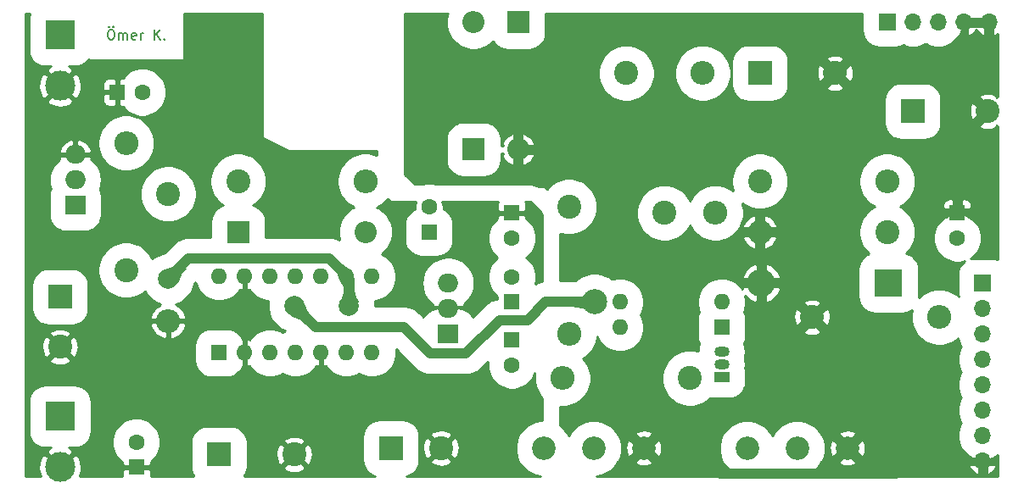
<source format=gbr>
%TF.GenerationSoftware,KiCad,Pcbnew,(5.1.8)-1*%
%TF.CreationDate,2022-06-16T12:56:30+03:00*%
%TF.ProjectId,FORWARD_CONVERTER,464f5257-4152-4445-9f43-4f4e56455254,rev?*%
%TF.SameCoordinates,Original*%
%TF.FileFunction,Copper,L2,Bot*%
%TF.FilePolarity,Positive*%
%FSLAX46Y46*%
G04 Gerber Fmt 4.6, Leading zero omitted, Abs format (unit mm)*
G04 Created by KiCad (PCBNEW (5.1.8)-1) date 2022-06-16 12:56:30*
%MOMM*%
%LPD*%
G01*
G04 APERTURE LIST*
%TA.AperFunction,NonConductor*%
%ADD10C,0.150000*%
%TD*%
%TA.AperFunction,ComponentPad*%
%ADD11O,1.500000X1.050000*%
%TD*%
%TA.AperFunction,ComponentPad*%
%ADD12R,1.500000X1.050000*%
%TD*%
%TA.AperFunction,ComponentPad*%
%ADD13R,2.000000X1.905000*%
%TD*%
%TA.AperFunction,ComponentPad*%
%ADD14O,2.000000X1.905000*%
%TD*%
%TA.AperFunction,ComponentPad*%
%ADD15C,2.400000*%
%TD*%
%TA.AperFunction,ComponentPad*%
%ADD16O,2.400000X2.400000*%
%TD*%
%TA.AperFunction,ComponentPad*%
%ADD17R,1.600000X1.600000*%
%TD*%
%TA.AperFunction,ComponentPad*%
%ADD18C,1.600000*%
%TD*%
%TA.AperFunction,ComponentPad*%
%ADD19O,1.600000X1.600000*%
%TD*%
%TA.AperFunction,ComponentPad*%
%ADD20C,2.340000*%
%TD*%
%TA.AperFunction,ComponentPad*%
%ADD21R,1.700000X1.700000*%
%TD*%
%TA.AperFunction,ComponentPad*%
%ADD22O,1.700000X1.700000*%
%TD*%
%TA.AperFunction,ComponentPad*%
%ADD23R,3.000000X3.000000*%
%TD*%
%TA.AperFunction,ComponentPad*%
%ADD24C,3.000000*%
%TD*%
%TA.AperFunction,ComponentPad*%
%ADD25R,2.800000X2.800000*%
%TD*%
%TA.AperFunction,ComponentPad*%
%ADD26O,2.800000X2.800000*%
%TD*%
%TA.AperFunction,ComponentPad*%
%ADD27R,2.200000X2.200000*%
%TD*%
%TA.AperFunction,ComponentPad*%
%ADD28O,2.200000X2.200000*%
%TD*%
%TA.AperFunction,ComponentPad*%
%ADD29R,2.400000X2.400000*%
%TD*%
%TA.AperFunction,ViaPad*%
%ADD30C,2.000000*%
%TD*%
%TA.AperFunction,ViaPad*%
%ADD31C,2.500000*%
%TD*%
%TA.AperFunction,Conductor*%
%ADD32C,1.000000*%
%TD*%
%TA.AperFunction,Conductor*%
%ADD33C,0.025400*%
%TD*%
%TA.AperFunction,Conductor*%
%ADD34C,0.100000*%
%TD*%
%TA.AperFunction,Conductor*%
%ADD35C,0.254000*%
%TD*%
G04 APERTURE END LIST*
D10*
X111680952Y-61682380D02*
X111871428Y-61682380D01*
X111966666Y-61730000D01*
X112061904Y-61825238D01*
X112109523Y-62015714D01*
X112109523Y-62349047D01*
X112061904Y-62539523D01*
X111966666Y-62634761D01*
X111871428Y-62682380D01*
X111680952Y-62682380D01*
X111585714Y-62634761D01*
X111490476Y-62539523D01*
X111442857Y-62349047D01*
X111442857Y-62015714D01*
X111490476Y-61825238D01*
X111585714Y-61730000D01*
X111680952Y-61682380D01*
X111585714Y-61349047D02*
X111633333Y-61396666D01*
X111585714Y-61444285D01*
X111538095Y-61396666D01*
X111585714Y-61349047D01*
X111585714Y-61444285D01*
X111966666Y-61349047D02*
X112014285Y-61396666D01*
X111966666Y-61444285D01*
X111919047Y-61396666D01*
X111966666Y-61349047D01*
X111966666Y-61444285D01*
X112538095Y-62682380D02*
X112538095Y-62015714D01*
X112538095Y-62110952D02*
X112585714Y-62063333D01*
X112680952Y-62015714D01*
X112823809Y-62015714D01*
X112919047Y-62063333D01*
X112966666Y-62158571D01*
X112966666Y-62682380D01*
X112966666Y-62158571D02*
X113014285Y-62063333D01*
X113109523Y-62015714D01*
X113252380Y-62015714D01*
X113347619Y-62063333D01*
X113395238Y-62158571D01*
X113395238Y-62682380D01*
X114252380Y-62634761D02*
X114157142Y-62682380D01*
X113966666Y-62682380D01*
X113871428Y-62634761D01*
X113823809Y-62539523D01*
X113823809Y-62158571D01*
X113871428Y-62063333D01*
X113966666Y-62015714D01*
X114157142Y-62015714D01*
X114252380Y-62063333D01*
X114300000Y-62158571D01*
X114300000Y-62253809D01*
X113823809Y-62349047D01*
X114728571Y-62682380D02*
X114728571Y-62015714D01*
X114728571Y-62206190D02*
X114776190Y-62110952D01*
X114823809Y-62063333D01*
X114919047Y-62015714D01*
X115014285Y-62015714D01*
X116109523Y-62682380D02*
X116109523Y-61682380D01*
X116680952Y-62682380D02*
X116252380Y-62110952D01*
X116680952Y-61682380D02*
X116109523Y-62253809D01*
X117109523Y-62587142D02*
X117157142Y-62634761D01*
X117109523Y-62682380D01*
X117061904Y-62634761D01*
X117109523Y-62587142D01*
X117109523Y-62682380D01*
D11*
%TO.P,Q2,2*%
%TO.N,LOW_PWM_IN*%
X172720000Y-95123000D03*
%TO.P,Q2,3*%
%TO.N,Net-(Q2-Pad3)*%
X172720000Y-93853000D03*
D12*
%TO.P,Q2,1*%
%TO.N,+3V3*%
X172720000Y-96393000D03*
%TD*%
D13*
%TO.P,Q1,1*%
%TO.N,Net-(D3-Pad2)*%
X108204000Y-79248000D03*
D14*
%TO.P,Q1,2*%
%TO.N,Net-(Q1-Pad2)*%
X108204000Y-76708000D03*
%TO.P,Q1,3*%
%TO.N,GND1*%
X108204000Y-74168000D03*
%TD*%
D15*
%TO.P,R3,1*%
%TO.N,Net-(Q1-Pad2)*%
X113284000Y-85725000D03*
D16*
%TO.P,R3,2*%
%TO.N,Net-(C3-Pad2)*%
X113284000Y-73025000D03*
%TD*%
D17*
%TO.P,C3,1*%
%TO.N,GND1*%
X112395000Y-67945000D03*
D18*
%TO.P,C3,2*%
%TO.N,Net-(C3-Pad2)*%
X114895000Y-67945000D03*
%TD*%
D13*
%TO.P,U3,1*%
%TO.N,+12V*%
X145415000Y-92075000D03*
D14*
%TO.P,U3,2*%
%TO.N,GND1*%
X145415000Y-89535000D03*
%TO.P,U3,3*%
%TO.N,+5V*%
X145415000Y-86995000D03*
%TD*%
D17*
%TO.P,U2,1*%
%TO.N,GATE*%
X122555000Y-93980000D03*
D19*
%TO.P,U2,8*%
%TO.N,Net-(U2-Pad8)*%
X137795000Y-86360000D03*
%TO.P,U2,2*%
%TO.N,GND1*%
X125095000Y-93980000D03*
%TO.P,U2,9*%
%TO.N,+5V*%
X135255000Y-86360000D03*
%TO.P,U2,3*%
%TO.N,+12V*%
X127635000Y-93980000D03*
%TO.P,U2,10*%
%TO.N,GND1*%
X132715000Y-86360000D03*
%TO.P,U2,4*%
%TO.N,Net-(U2-Pad4)*%
X130175000Y-93980000D03*
%TO.P,U2,11*%
%TO.N,GND1*%
X130175000Y-86360000D03*
%TO.P,U2,5*%
X132715000Y-93980000D03*
%TO.P,U2,12*%
%TO.N,LIN*%
X127635000Y-86360000D03*
%TO.P,U2,6*%
%TO.N,Net-(U2-Pad6)*%
X135255000Y-93980000D03*
%TO.P,U2,13*%
%TO.N,GND1*%
X125095000Y-86360000D03*
%TO.P,U2,7*%
%TO.N,Net-(U2-Pad7)*%
X137795000Y-93980000D03*
%TO.P,U2,14*%
%TO.N,Net-(U2-Pad14)*%
X122555000Y-86360000D03*
%TD*%
D17*
%TO.P,U1,1*%
%TO.N,Net-(Q2-Pad3)*%
X172720000Y-91440000D03*
D19*
%TO.P,U1,3*%
%TO.N,LIN*%
X162560000Y-88900000D03*
%TO.P,U1,2*%
%TO.N,Net-(R7-Pad2)*%
X172720000Y-88900000D03*
%TO.P,U1,4*%
%TO.N,+12V*%
X162560000Y-91440000D03*
%TD*%
D20*
%TO.P,RV2,3*%
%TO.N,Vout-*%
X164940000Y-103505000D03*
%TO.P,RV2,2*%
%TO.N,I_ADC*%
X159940000Y-103505000D03*
%TO.P,RV2,1*%
%TO.N,Net-(R10-Pad2)*%
X154940000Y-103505000D03*
%TD*%
%TO.P,RV1,3*%
%TO.N,Vout-*%
X185260000Y-103505000D03*
%TO.P,RV1,2*%
%TO.N,P_ADC*%
X180260000Y-103505000D03*
%TO.P,RV1,1*%
%TO.N,+3V3*%
X175260000Y-103505000D03*
%TD*%
D15*
%TO.P,R10,1*%
%TO.N,+3V3*%
X169545000Y-96520000D03*
D16*
%TO.P,R10,2*%
%TO.N,Net-(R10-Pad2)*%
X156845000Y-96520000D03*
%TD*%
D15*
%TO.P,R7,1*%
%TO.N,Vout-*%
X181737000Y-90424000D03*
D16*
%TO.P,R7,2*%
%TO.N,Net-(R7-Pad2)*%
X194437000Y-90424000D03*
%TD*%
D15*
%TO.P,R6,1*%
%TO.N,LIN*%
X157480000Y-79375000D03*
D16*
%TO.P,R6,2*%
%TO.N,GND1*%
X157480000Y-92075000D03*
%TD*%
D15*
%TO.P,R5,1*%
%TO.N,Net-(D3-Pad2)*%
X117475000Y-78105000D03*
D16*
%TO.P,R5,2*%
%TO.N,GND1*%
X117475000Y-90805000D03*
%TD*%
D15*
%TO.P,R4,1*%
%TO.N,GATE*%
X124460000Y-76835000D03*
D16*
%TO.P,R4,2*%
%TO.N,Net-(D3-Pad2)*%
X137160000Y-76835000D03*
%TD*%
D15*
%TO.P,R2,1*%
%TO.N,OUTPUT_TO_ADC*%
X189230000Y-81915000D03*
D16*
%TO.P,R2,2*%
%TO.N,Vout-*%
X176530000Y-81915000D03*
%TD*%
D15*
%TO.P,R1,1*%
%TO.N,Vout+*%
X176530000Y-76835000D03*
D16*
%TO.P,R1,2*%
%TO.N,OUTPUT_TO_ADC*%
X189230000Y-76835000D03*
%TD*%
D15*
%TO.P,L2,1*%
%TO.N,Net-(L1-Pad2)*%
X167005000Y-80010000D03*
D16*
%TO.P,L2,2*%
%TO.N,Vout+*%
X172085000Y-80010000D03*
%TD*%
D15*
%TO.P,L1,1*%
%TO.N,Net-(D1-Pad1)*%
X163195000Y-66040000D03*
D16*
%TO.P,L1,2*%
%TO.N,Net-(L1-Pad2)*%
X170815000Y-66040000D03*
%TD*%
D21*
%TO.P,J5,1*%
%TO.N,Net-(J5-Pad1)*%
X198755000Y-86995000D03*
D22*
%TO.P,J5,2*%
%TO.N,OUTPUT_TO_ADC*%
X198755000Y-89535000D03*
%TO.P,J5,3*%
%TO.N,Net-(J5-Pad3)*%
X198755000Y-92075000D03*
%TO.P,J5,4*%
%TO.N,LOW_PWM_IN*%
X198755000Y-94615000D03*
%TO.P,J5,5*%
%TO.N,+3V3*%
X198755000Y-97155000D03*
%TO.P,J5,6*%
%TO.N,P_ADC*%
X198755000Y-99695000D03*
%TO.P,J5,7*%
%TO.N,I_ADC*%
X198755000Y-102235000D03*
%TO.P,J5,8*%
%TO.N,Vout-*%
X198755000Y-104775000D03*
%TD*%
D23*
%TO.P,J4,1*%
%TO.N,+12V*%
X106680000Y-100330000D03*
D24*
%TO.P,J4,2*%
%TO.N,GND1*%
X106680000Y-105410000D03*
%TD*%
D21*
%TO.P,J2,1*%
%TO.N,Vout+*%
X189230000Y-60960000D03*
D22*
%TO.P,J2,2*%
X191770000Y-60960000D03*
%TO.P,J2,3*%
X194310000Y-60960000D03*
%TO.P,J2,4*%
%TO.N,Vout-*%
X196850000Y-60960000D03*
%TO.P,J2,5*%
X199390000Y-60960000D03*
%TD*%
D23*
%TO.P,J1,1*%
%TO.N,Net-(J1-Pad1)*%
X106680000Y-62230000D03*
D24*
%TO.P,J1,2*%
%TO.N,GND1*%
X106680000Y-67310000D03*
%TD*%
D25*
%TO.P,D5,1*%
%TO.N,OUTPUT_TO_ADC*%
X189357000Y-86995000D03*
D26*
%TO.P,D5,2*%
%TO.N,Vout-*%
X176657000Y-86995000D03*
%TD*%
D27*
%TO.P,D3,1*%
%TO.N,GATE*%
X124460000Y-81915000D03*
D28*
%TO.P,D3,2*%
%TO.N,Net-(D3-Pad2)*%
X137160000Y-81915000D03*
%TD*%
D27*
%TO.P,D2,1*%
%TO.N,Net-(D1-Pad1)*%
X152400000Y-60960000D03*
D28*
%TO.P,D2,2*%
%TO.N,Vout-*%
X152400000Y-73660000D03*
%TD*%
D27*
%TO.P,D1,1*%
%TO.N,Net-(D1-Pad1)*%
X147955000Y-73660000D03*
D28*
%TO.P,D1,2*%
%TO.N,Net-(D1-Pad2)*%
X147955000Y-60960000D03*
%TD*%
D17*
%TO.P,C12,1*%
%TO.N,GND1*%
X151765000Y-80010000D03*
D18*
%TO.P,C12,2*%
%TO.N,+5V*%
X151765000Y-82510000D03*
%TD*%
D17*
%TO.P,C11,1*%
%TO.N,GND1*%
X151765000Y-88900000D03*
D18*
%TO.P,C11,2*%
%TO.N,+5V*%
X151765000Y-86400000D03*
%TD*%
D17*
%TO.P,C10,1*%
%TO.N,GND1*%
X151765000Y-92710000D03*
D18*
%TO.P,C10,2*%
%TO.N,+12V*%
X151765000Y-95210000D03*
%TD*%
D29*
%TO.P,C9,1*%
%TO.N,+12V*%
X139700000Y-103505000D03*
D15*
%TO.P,C9,2*%
%TO.N,GND1*%
X144700000Y-103505000D03*
%TD*%
D17*
%TO.P,C8,1*%
%TO.N,GND1*%
X114300000Y-105410000D03*
D18*
%TO.P,C8,2*%
%TO.N,+12V*%
X114300000Y-102910000D03*
%TD*%
D17*
%TO.P,C7,1*%
%TO.N,Vout-*%
X196215000Y-80010000D03*
D18*
%TO.P,C7,2*%
%TO.N,OUTPUT_TO_ADC*%
X196215000Y-82510000D03*
%TD*%
D29*
%TO.P,C6,1*%
%TO.N,+12V*%
X122555000Y-104140000D03*
D15*
%TO.P,C6,2*%
%TO.N,GND1*%
X130055000Y-104140000D03*
%TD*%
D17*
%TO.P,C5,1*%
%TO.N,+5V*%
X143510000Y-81915000D03*
D18*
%TO.P,C5,2*%
%TO.N,GND1*%
X143510000Y-79415000D03*
%TD*%
D29*
%TO.P,C4,1*%
%TO.N,+5V*%
X106680000Y-88392000D03*
D15*
%TO.P,C4,2*%
%TO.N,GND1*%
X106680000Y-93392000D03*
%TD*%
D29*
%TO.P,C2,1*%
%TO.N,Vout+*%
X176530000Y-66040000D03*
D15*
%TO.P,C2,2*%
%TO.N,Vout-*%
X184030000Y-66040000D03*
%TD*%
D29*
%TO.P,C1,1*%
%TO.N,Vout+*%
X191770000Y-69850000D03*
D15*
%TO.P,C1,2*%
%TO.N,Vout-*%
X199270000Y-69850000D03*
%TD*%
D30*
%TO.N,GND1*%
X134112000Y-104140000D03*
X134112000Y-97536000D03*
%TO.N,+5V*%
X117475000Y-86613998D03*
X135509000Y-89281000D03*
%TO.N,LIN*%
X130048000Y-89313000D03*
D31*
X160020000Y-88900000D03*
D30*
%TO.N,Vout-*%
X192659000Y-103505000D03*
D31*
X160020000Y-74930000D03*
X163830000Y-99060000D03*
X182880000Y-77470000D03*
X196850000Y-76200000D03*
X170053000Y-103505000D03*
%TD*%
D32*
%TO.N,GND1*%
X134112000Y-104140000D02*
X134112000Y-97536000D01*
%TO.N,+5V*%
X135509000Y-86489998D02*
X135509000Y-89281000D01*
X133579001Y-84559999D02*
X135509000Y-86489998D01*
X119528999Y-84559999D02*
X133579001Y-84559999D01*
X117475000Y-86613998D02*
X119528999Y-84559999D01*
%TO.N,LIN*%
X143614999Y-94027501D02*
X141027498Y-91440000D01*
X147215001Y-94027501D02*
X143614999Y-94027501D01*
X150542501Y-90700001D02*
X147215001Y-94027501D01*
X153365001Y-90700001D02*
X150542501Y-90700001D01*
X141027498Y-91440000D02*
X132175000Y-91440000D01*
X155165002Y-88900000D02*
X153365001Y-90700001D01*
X132175000Y-91440000D02*
X130048000Y-89313000D01*
X160020000Y-88900000D02*
X155165002Y-88900000D01*
%TO.N,Vout-*%
X190119000Y-106045000D02*
X192659000Y-103505000D01*
X172593000Y-106045000D02*
X190119000Y-106045000D01*
X170053000Y-103505000D02*
X172593000Y-106045000D01*
%TD*%
D33*
%TO.N,GND1*%
X134602947Y-102373103D02*
X134602966Y-102373630D01*
X134614060Y-102565016D01*
X134614119Y-102565708D01*
X134632897Y-102731776D01*
X134633022Y-102732619D01*
X134659722Y-102879563D01*
X134659926Y-102880490D01*
X134694784Y-103014502D01*
X134695050Y-103015391D01*
X134738301Y-103142663D01*
X134738573Y-103143389D01*
X134790455Y-103270113D01*
X134790666Y-103270598D01*
X134851415Y-103402966D01*
X134851527Y-103403205D01*
X134921378Y-103547411D01*
X134921395Y-103547446D01*
X134996694Y-103701706D01*
X134112000Y-104621678D01*
X133227306Y-103701706D01*
X133302604Y-103547446D01*
X133302621Y-103547411D01*
X133372472Y-103403205D01*
X133372584Y-103402966D01*
X133433333Y-103270598D01*
X133433544Y-103270113D01*
X133485426Y-103143389D01*
X133485698Y-103142663D01*
X133528949Y-103015391D01*
X133529215Y-103014502D01*
X133564073Y-102880490D01*
X133564277Y-102879563D01*
X133590977Y-102732619D01*
X133591102Y-102731776D01*
X133609880Y-102565708D01*
X133609939Y-102565016D01*
X133621033Y-102373630D01*
X133621052Y-102373103D01*
X133624494Y-102162700D01*
X134599506Y-102162700D01*
X134602947Y-102373103D01*
%TA.AperFunction,Conductor*%
D34*
G36*
X134602947Y-102373103D02*
G01*
X134602966Y-102373630D01*
X134614060Y-102565016D01*
X134614119Y-102565708D01*
X134632897Y-102731776D01*
X134633022Y-102732619D01*
X134659722Y-102879563D01*
X134659926Y-102880490D01*
X134694784Y-103014502D01*
X134695050Y-103015391D01*
X134738301Y-103142663D01*
X134738573Y-103143389D01*
X134790455Y-103270113D01*
X134790666Y-103270598D01*
X134851415Y-103402966D01*
X134851527Y-103403205D01*
X134921378Y-103547411D01*
X134921395Y-103547446D01*
X134996694Y-103701706D01*
X134112000Y-104621678D01*
X133227306Y-103701706D01*
X133302604Y-103547446D01*
X133302621Y-103547411D01*
X133372472Y-103403205D01*
X133372584Y-103402966D01*
X133433333Y-103270598D01*
X133433544Y-103270113D01*
X133485426Y-103143389D01*
X133485698Y-103142663D01*
X133528949Y-103015391D01*
X133529215Y-103014502D01*
X133564073Y-102880490D01*
X133564277Y-102879563D01*
X133590977Y-102732619D01*
X133591102Y-102731776D01*
X133609880Y-102565708D01*
X133609939Y-102565016D01*
X133621033Y-102373630D01*
X133621052Y-102373103D01*
X133624494Y-102162700D01*
X134599506Y-102162700D01*
X134602947Y-102373103D01*
G37*
%TD.AperFunction*%
%TD*%
D33*
%TO.N,GND1*%
X134996694Y-97974294D02*
X134921395Y-98128553D01*
X134921378Y-98128588D01*
X134851527Y-98272794D01*
X134851415Y-98273033D01*
X134790666Y-98405401D01*
X134790455Y-98405886D01*
X134738573Y-98532610D01*
X134738301Y-98533336D01*
X134695050Y-98660608D01*
X134694784Y-98661497D01*
X134659926Y-98795509D01*
X134659722Y-98796436D01*
X134633022Y-98943380D01*
X134632897Y-98944223D01*
X134614119Y-99110291D01*
X134614060Y-99110983D01*
X134602966Y-99302369D01*
X134602947Y-99302896D01*
X134599506Y-99513300D01*
X133624494Y-99513300D01*
X133621052Y-99302896D01*
X133621033Y-99302369D01*
X133609939Y-99110983D01*
X133609880Y-99110291D01*
X133591102Y-98944223D01*
X133590977Y-98943380D01*
X133564277Y-98796436D01*
X133564073Y-98795509D01*
X133529215Y-98661497D01*
X133528949Y-98660608D01*
X133485698Y-98533336D01*
X133485426Y-98532610D01*
X133433544Y-98405886D01*
X133433333Y-98405401D01*
X133372584Y-98273033D01*
X133372472Y-98272794D01*
X133302621Y-98128588D01*
X133302604Y-98128553D01*
X133227306Y-97974294D01*
X134112000Y-97054322D01*
X134996694Y-97974294D01*
%TA.AperFunction,Conductor*%
D34*
G36*
X134996694Y-97974294D02*
G01*
X134921395Y-98128553D01*
X134921378Y-98128588D01*
X134851527Y-98272794D01*
X134851415Y-98273033D01*
X134790666Y-98405401D01*
X134790455Y-98405886D01*
X134738573Y-98532610D01*
X134738301Y-98533336D01*
X134695050Y-98660608D01*
X134694784Y-98661497D01*
X134659926Y-98795509D01*
X134659722Y-98796436D01*
X134633022Y-98943380D01*
X134632897Y-98944223D01*
X134614119Y-99110291D01*
X134614060Y-99110983D01*
X134602966Y-99302369D01*
X134602947Y-99302896D01*
X134599506Y-99513300D01*
X133624494Y-99513300D01*
X133621052Y-99302896D01*
X133621033Y-99302369D01*
X133609939Y-99110983D01*
X133609880Y-99110291D01*
X133591102Y-98944223D01*
X133590977Y-98943380D01*
X133564277Y-98796436D01*
X133564073Y-98795509D01*
X133529215Y-98661497D01*
X133528949Y-98660608D01*
X133485698Y-98533336D01*
X133485426Y-98532610D01*
X133433544Y-98405886D01*
X133433333Y-98405401D01*
X133372584Y-98273033D01*
X133372472Y-98272794D01*
X133302621Y-98128588D01*
X133302604Y-98128553D01*
X133227306Y-97974294D01*
X134112000Y-97054322D01*
X134996694Y-97974294D01*
G37*
%TD.AperFunction*%
%TD*%
D33*
%TO.N,+5V*%
X135999947Y-87514103D02*
X135999966Y-87514630D01*
X136011060Y-87706016D01*
X136011119Y-87706708D01*
X136029897Y-87872776D01*
X136030022Y-87873619D01*
X136056722Y-88020563D01*
X136056926Y-88021490D01*
X136091784Y-88155502D01*
X136092050Y-88156391D01*
X136135301Y-88283663D01*
X136135573Y-88284389D01*
X136187455Y-88411113D01*
X136187666Y-88411598D01*
X136248415Y-88543966D01*
X136248527Y-88544205D01*
X136318378Y-88688411D01*
X136318395Y-88688446D01*
X136393694Y-88842706D01*
X135509000Y-89762678D01*
X134624306Y-88842706D01*
X134699604Y-88688446D01*
X134699621Y-88688411D01*
X134769472Y-88544205D01*
X134769584Y-88543966D01*
X134830333Y-88411598D01*
X134830544Y-88411113D01*
X134882426Y-88284389D01*
X134882698Y-88283663D01*
X134925949Y-88156391D01*
X134926215Y-88155502D01*
X134961073Y-88021490D01*
X134961277Y-88020563D01*
X134987977Y-87873619D01*
X134988102Y-87872776D01*
X135006880Y-87706708D01*
X135006939Y-87706016D01*
X135018033Y-87514630D01*
X135018052Y-87514103D01*
X135021494Y-87303700D01*
X135996506Y-87303700D01*
X135999947Y-87514103D01*
%TA.AperFunction,Conductor*%
D34*
G36*
X135999947Y-87514103D02*
G01*
X135999966Y-87514630D01*
X136011060Y-87706016D01*
X136011119Y-87706708D01*
X136029897Y-87872776D01*
X136030022Y-87873619D01*
X136056722Y-88020563D01*
X136056926Y-88021490D01*
X136091784Y-88155502D01*
X136092050Y-88156391D01*
X136135301Y-88283663D01*
X136135573Y-88284389D01*
X136187455Y-88411113D01*
X136187666Y-88411598D01*
X136248415Y-88543966D01*
X136248527Y-88544205D01*
X136318378Y-88688411D01*
X136318395Y-88688446D01*
X136393694Y-88842706D01*
X135509000Y-89762678D01*
X134624306Y-88842706D01*
X134699604Y-88688446D01*
X134699621Y-88688411D01*
X134769472Y-88544205D01*
X134769584Y-88543966D01*
X134830333Y-88411598D01*
X134830544Y-88411113D01*
X134882426Y-88284389D01*
X134882698Y-88283663D01*
X134925949Y-88156391D01*
X134926215Y-88155502D01*
X134961073Y-88021490D01*
X134961277Y-88020563D01*
X134987977Y-87873619D01*
X134988102Y-87872776D01*
X135006880Y-87706708D01*
X135006939Y-87706016D01*
X135018033Y-87514630D01*
X135018052Y-87514103D01*
X135021494Y-87303700D01*
X135996506Y-87303700D01*
X135999947Y-87514103D01*
G37*
%TD.AperFunction*%
%TD*%
D33*
%TO.N,+5V*%
X136034765Y-86469700D02*
X136018043Y-86610978D01*
X136018010Y-86611288D01*
X136005357Y-86746514D01*
X136005330Y-86746858D01*
X135997012Y-86872520D01*
X135996994Y-86872863D01*
X135992252Y-86994138D01*
X135992244Y-86994433D01*
X135990316Y-87116497D01*
X135990314Y-87116711D01*
X135990442Y-87244738D01*
X135990443Y-87244855D01*
X135991865Y-87384023D01*
X135991865Y-87384053D01*
X135993823Y-87539501D01*
X135995553Y-87716400D01*
X135996253Y-87907298D01*
X135021542Y-87907298D01*
X135019844Y-87771340D01*
X135019831Y-87770901D01*
X135013641Y-87639650D01*
X135013594Y-87639004D01*
X135002130Y-87522566D01*
X135002012Y-87521683D01*
X134984334Y-87417622D01*
X134984093Y-87416509D01*
X134959262Y-87322391D01*
X134958853Y-87321118D01*
X134925930Y-87234508D01*
X134925352Y-87233210D01*
X134883398Y-87151672D01*
X134882714Y-87150501D01*
X134830789Y-87071600D01*
X134830105Y-87070658D01*
X134767270Y-86991960D01*
X134766678Y-86991271D01*
X134697815Y-86916647D01*
X135134017Y-85998004D01*
X136034765Y-86469700D01*
%TA.AperFunction,Conductor*%
D34*
G36*
X136034765Y-86469700D02*
G01*
X136018043Y-86610978D01*
X136018010Y-86611288D01*
X136005357Y-86746514D01*
X136005330Y-86746858D01*
X135997012Y-86872520D01*
X135996994Y-86872863D01*
X135992252Y-86994138D01*
X135992244Y-86994433D01*
X135990316Y-87116497D01*
X135990314Y-87116711D01*
X135990442Y-87244738D01*
X135990443Y-87244855D01*
X135991865Y-87384023D01*
X135991865Y-87384053D01*
X135993823Y-87539501D01*
X135995553Y-87716400D01*
X135996253Y-87907298D01*
X135021542Y-87907298D01*
X135019844Y-87771340D01*
X135019831Y-87770901D01*
X135013641Y-87639650D01*
X135013594Y-87639004D01*
X135002130Y-87522566D01*
X135002012Y-87521683D01*
X134984334Y-87417622D01*
X134984093Y-87416509D01*
X134959262Y-87322391D01*
X134958853Y-87321118D01*
X134925930Y-87234508D01*
X134925352Y-87233210D01*
X134883398Y-87151672D01*
X134882714Y-87150501D01*
X134830789Y-87071600D01*
X134830105Y-87070658D01*
X134767270Y-86991960D01*
X134766678Y-86991271D01*
X134697815Y-86916647D01*
X135134017Y-85998004D01*
X136034765Y-86469700D01*
G37*
%TD.AperFunction*%
%TD*%
D33*
%TO.N,+5V*%
X134840323Y-85129376D02*
X134840607Y-85129645D01*
X134939830Y-85220584D01*
X134940191Y-85220902D01*
X135030365Y-85297470D01*
X135030799Y-85297822D01*
X135114583Y-85362843D01*
X135115063Y-85363198D01*
X135195117Y-85419497D01*
X135195591Y-85419815D01*
X135274577Y-85470219D01*
X135274977Y-85470464D01*
X135355555Y-85517796D01*
X135355824Y-85517949D01*
X135440654Y-85565035D01*
X135440771Y-85565099D01*
X135532495Y-85614754D01*
X135626005Y-85665581D01*
X135476104Y-86671112D01*
X134477018Y-86481992D01*
X134461759Y-86399378D01*
X134461644Y-86398827D01*
X134442618Y-86316438D01*
X134442413Y-86315663D01*
X134419798Y-86239910D01*
X134419471Y-86238955D01*
X134391867Y-86167697D01*
X134391414Y-86166666D01*
X134357418Y-86097763D01*
X134356879Y-86096781D01*
X134315092Y-86028091D01*
X134314539Y-86027258D01*
X134263558Y-85956641D01*
X134263060Y-85955996D01*
X134201485Y-85881311D01*
X134201081Y-85880845D01*
X134127510Y-85799951D01*
X134127211Y-85799633D01*
X134048993Y-85719367D01*
X134738368Y-85029992D01*
X134840323Y-85129376D01*
%TA.AperFunction,Conductor*%
D34*
G36*
X134840323Y-85129376D02*
G01*
X134840607Y-85129645D01*
X134939830Y-85220584D01*
X134940191Y-85220902D01*
X135030365Y-85297470D01*
X135030799Y-85297822D01*
X135114583Y-85362843D01*
X135115063Y-85363198D01*
X135195117Y-85419497D01*
X135195591Y-85419815D01*
X135274577Y-85470219D01*
X135274977Y-85470464D01*
X135355555Y-85517796D01*
X135355824Y-85517949D01*
X135440654Y-85565035D01*
X135440771Y-85565099D01*
X135532495Y-85614754D01*
X135626005Y-85665581D01*
X135476104Y-86671112D01*
X134477018Y-86481992D01*
X134461759Y-86399378D01*
X134461644Y-86398827D01*
X134442618Y-86316438D01*
X134442413Y-86315663D01*
X134419798Y-86239910D01*
X134419471Y-86238955D01*
X134391867Y-86167697D01*
X134391414Y-86166666D01*
X134357418Y-86097763D01*
X134356879Y-86096781D01*
X134315092Y-86028091D01*
X134314539Y-86027258D01*
X134263558Y-85956641D01*
X134263060Y-85955996D01*
X134201485Y-85881311D01*
X134201081Y-85880845D01*
X134127510Y-85799951D01*
X134127211Y-85799633D01*
X134048993Y-85719367D01*
X134738368Y-85029992D01*
X134840323Y-85129376D01*
G37*
%TD.AperFunction*%
%TD*%
D33*
%TO.N,+5V*%
X119217880Y-85560555D02*
X119071536Y-85711766D01*
X119071177Y-85712152D01*
X118943691Y-85855326D01*
X118943244Y-85855858D01*
X118839094Y-85986565D01*
X118838585Y-85987249D01*
X118753560Y-86110034D01*
X118753049Y-86110834D01*
X118682936Y-86230242D01*
X118682496Y-86231059D01*
X118623085Y-86351637D01*
X118622764Y-86352342D01*
X118569843Y-86478635D01*
X118569649Y-86479127D01*
X118519006Y-86615681D01*
X118518916Y-86615930D01*
X118466339Y-86767291D01*
X118466327Y-86767327D01*
X118410494Y-86929648D01*
X117134403Y-86954595D01*
X117159350Y-85678504D01*
X117321670Y-85622670D01*
X117321706Y-85622658D01*
X117473067Y-85570081D01*
X117473316Y-85569991D01*
X117609870Y-85519348D01*
X117610362Y-85519154D01*
X117736655Y-85466233D01*
X117737360Y-85465912D01*
X117857938Y-85406501D01*
X117858755Y-85406061D01*
X117978163Y-85335948D01*
X117978963Y-85335437D01*
X118101748Y-85250412D01*
X118102432Y-85249903D01*
X118233139Y-85145753D01*
X118233671Y-85145306D01*
X118376845Y-85017820D01*
X118377231Y-85017461D01*
X118528442Y-84871117D01*
X119217880Y-85560555D01*
%TA.AperFunction,Conductor*%
D34*
G36*
X119217880Y-85560555D02*
G01*
X119071536Y-85711766D01*
X119071177Y-85712152D01*
X118943691Y-85855326D01*
X118943244Y-85855858D01*
X118839094Y-85986565D01*
X118838585Y-85987249D01*
X118753560Y-86110034D01*
X118753049Y-86110834D01*
X118682936Y-86230242D01*
X118682496Y-86231059D01*
X118623085Y-86351637D01*
X118622764Y-86352342D01*
X118569843Y-86478635D01*
X118569649Y-86479127D01*
X118519006Y-86615681D01*
X118518916Y-86615930D01*
X118466339Y-86767291D01*
X118466327Y-86767327D01*
X118410494Y-86929648D01*
X117134403Y-86954595D01*
X117159350Y-85678504D01*
X117321670Y-85622670D01*
X117321706Y-85622658D01*
X117473067Y-85570081D01*
X117473316Y-85569991D01*
X117609870Y-85519348D01*
X117610362Y-85519154D01*
X117736655Y-85466233D01*
X117737360Y-85465912D01*
X117857938Y-85406501D01*
X117858755Y-85406061D01*
X117978163Y-85335948D01*
X117978963Y-85335437D01*
X118101748Y-85250412D01*
X118102432Y-85249903D01*
X118233139Y-85145753D01*
X118233671Y-85145306D01*
X118376845Y-85017820D01*
X118377231Y-85017461D01*
X118528442Y-84871117D01*
X119217880Y-85560555D01*
G37*
%TD.AperFunction*%
%TD*%
D33*
%TO.N,LIN*%
X130983494Y-88997350D02*
X131039327Y-89159670D01*
X131039339Y-89159706D01*
X131091916Y-89311067D01*
X131092006Y-89311316D01*
X131142649Y-89447870D01*
X131142843Y-89448362D01*
X131195764Y-89574655D01*
X131196085Y-89575360D01*
X131255496Y-89695938D01*
X131255936Y-89696755D01*
X131326049Y-89816163D01*
X131326560Y-89816963D01*
X131411585Y-89939748D01*
X131412094Y-89940432D01*
X131516244Y-90071139D01*
X131516691Y-90071671D01*
X131644177Y-90214845D01*
X131644536Y-90215231D01*
X131790880Y-90366443D01*
X131101443Y-91055880D01*
X130950231Y-90909536D01*
X130949845Y-90909177D01*
X130806671Y-90781691D01*
X130806139Y-90781244D01*
X130675432Y-90677094D01*
X130674748Y-90676585D01*
X130551963Y-90591560D01*
X130551163Y-90591049D01*
X130431755Y-90520936D01*
X130430938Y-90520496D01*
X130310360Y-90461085D01*
X130309655Y-90460764D01*
X130183362Y-90407843D01*
X130182870Y-90407649D01*
X130046316Y-90357006D01*
X130046067Y-90356916D01*
X129894706Y-90304339D01*
X129894670Y-90304327D01*
X129732350Y-90248494D01*
X129707403Y-88972403D01*
X130983494Y-88997350D01*
%TA.AperFunction,Conductor*%
D34*
G36*
X130983494Y-88997350D02*
G01*
X131039327Y-89159670D01*
X131039339Y-89159706D01*
X131091916Y-89311067D01*
X131092006Y-89311316D01*
X131142649Y-89447870D01*
X131142843Y-89448362D01*
X131195764Y-89574655D01*
X131196085Y-89575360D01*
X131255496Y-89695938D01*
X131255936Y-89696755D01*
X131326049Y-89816163D01*
X131326560Y-89816963D01*
X131411585Y-89939748D01*
X131412094Y-89940432D01*
X131516244Y-90071139D01*
X131516691Y-90071671D01*
X131644177Y-90214845D01*
X131644536Y-90215231D01*
X131790880Y-90366443D01*
X131101443Y-91055880D01*
X130950231Y-90909536D01*
X130949845Y-90909177D01*
X130806671Y-90781691D01*
X130806139Y-90781244D01*
X130675432Y-90677094D01*
X130674748Y-90676585D01*
X130551963Y-90591560D01*
X130551163Y-90591049D01*
X130431755Y-90520936D01*
X130430938Y-90520496D01*
X130310360Y-90461085D01*
X130309655Y-90460764D01*
X130183362Y-90407843D01*
X130182870Y-90407649D01*
X130046316Y-90357006D01*
X130046067Y-90356916D01*
X129894706Y-90304339D01*
X129894670Y-90304327D01*
X129732350Y-90248494D01*
X129707403Y-88972403D01*
X130983494Y-88997350D01*
G37*
%TD.AperFunction*%
%TD*%
D33*
%TO.N,LIN*%
X160501678Y-88900000D02*
X159581706Y-89784694D01*
X159427446Y-89709395D01*
X159427411Y-89709378D01*
X159283205Y-89639527D01*
X159282966Y-89639415D01*
X159150598Y-89578666D01*
X159150113Y-89578455D01*
X159023389Y-89526573D01*
X159022663Y-89526301D01*
X158895391Y-89483050D01*
X158894502Y-89482784D01*
X158760490Y-89447926D01*
X158759563Y-89447722D01*
X158612619Y-89421022D01*
X158611776Y-89420897D01*
X158445708Y-89402119D01*
X158445016Y-89402060D01*
X158253630Y-89390966D01*
X158253103Y-89390947D01*
X158042700Y-89387506D01*
X158042700Y-88412494D01*
X158253103Y-88409052D01*
X158253630Y-88409033D01*
X158445016Y-88397939D01*
X158445708Y-88397880D01*
X158611776Y-88379102D01*
X158612619Y-88378977D01*
X158759563Y-88352277D01*
X158760490Y-88352073D01*
X158894502Y-88317215D01*
X158895391Y-88316949D01*
X159022663Y-88273698D01*
X159023389Y-88273426D01*
X159150113Y-88221544D01*
X159150598Y-88221333D01*
X159282966Y-88160584D01*
X159283205Y-88160472D01*
X159427411Y-88090621D01*
X159427446Y-88090604D01*
X159581706Y-88015306D01*
X160501678Y-88900000D01*
%TA.AperFunction,Conductor*%
D34*
G36*
X160501678Y-88900000D02*
G01*
X159581706Y-89784694D01*
X159427446Y-89709395D01*
X159427411Y-89709378D01*
X159283205Y-89639527D01*
X159282966Y-89639415D01*
X159150598Y-89578666D01*
X159150113Y-89578455D01*
X159023389Y-89526573D01*
X159022663Y-89526301D01*
X158895391Y-89483050D01*
X158894502Y-89482784D01*
X158760490Y-89447926D01*
X158759563Y-89447722D01*
X158612619Y-89421022D01*
X158611776Y-89420897D01*
X158445708Y-89402119D01*
X158445016Y-89402060D01*
X158253630Y-89390966D01*
X158253103Y-89390947D01*
X158042700Y-89387506D01*
X158042700Y-88412494D01*
X158253103Y-88409052D01*
X158253630Y-88409033D01*
X158445016Y-88397939D01*
X158445708Y-88397880D01*
X158611776Y-88379102D01*
X158612619Y-88378977D01*
X158759563Y-88352277D01*
X158760490Y-88352073D01*
X158894502Y-88317215D01*
X158895391Y-88316949D01*
X159022663Y-88273698D01*
X159023389Y-88273426D01*
X159150113Y-88221544D01*
X159150598Y-88221333D01*
X159282966Y-88160584D01*
X159283205Y-88160472D01*
X159427411Y-88090621D01*
X159427446Y-88090604D01*
X159581706Y-88015306D01*
X160501678Y-88900000D01*
G37*
%TD.AperFunction*%
%TD*%
D33*
%TO.N,Vout-*%
X192974650Y-104440494D02*
X192812329Y-104496327D01*
X192812293Y-104496339D01*
X192660932Y-104548916D01*
X192660683Y-104549006D01*
X192524129Y-104599649D01*
X192523637Y-104599843D01*
X192397344Y-104652764D01*
X192396639Y-104653085D01*
X192276061Y-104712496D01*
X192275244Y-104712936D01*
X192155836Y-104783049D01*
X192155036Y-104783560D01*
X192032251Y-104868585D01*
X192031567Y-104869094D01*
X191900860Y-104973244D01*
X191900328Y-104973691D01*
X191757154Y-105101177D01*
X191756768Y-105101536D01*
X191605557Y-105247880D01*
X190916119Y-104558442D01*
X191062463Y-104407231D01*
X191062822Y-104406845D01*
X191190308Y-104263671D01*
X191190755Y-104263139D01*
X191294905Y-104132432D01*
X191295414Y-104131748D01*
X191380439Y-104008963D01*
X191380950Y-104008163D01*
X191451063Y-103888755D01*
X191451503Y-103887938D01*
X191510914Y-103767360D01*
X191511235Y-103766655D01*
X191564156Y-103640362D01*
X191564350Y-103639870D01*
X191614993Y-103503316D01*
X191615083Y-103503067D01*
X191667660Y-103351706D01*
X191667672Y-103351670D01*
X191723506Y-103189350D01*
X192999597Y-103164403D01*
X192974650Y-104440494D01*
%TA.AperFunction,Conductor*%
D34*
G36*
X192974650Y-104440494D02*
G01*
X192812329Y-104496327D01*
X192812293Y-104496339D01*
X192660932Y-104548916D01*
X192660683Y-104549006D01*
X192524129Y-104599649D01*
X192523637Y-104599843D01*
X192397344Y-104652764D01*
X192396639Y-104653085D01*
X192276061Y-104712496D01*
X192275244Y-104712936D01*
X192155836Y-104783049D01*
X192155036Y-104783560D01*
X192032251Y-104868585D01*
X192031567Y-104869094D01*
X191900860Y-104973244D01*
X191900328Y-104973691D01*
X191757154Y-105101177D01*
X191756768Y-105101536D01*
X191605557Y-105247880D01*
X190916119Y-104558442D01*
X191062463Y-104407231D01*
X191062822Y-104406845D01*
X191190308Y-104263671D01*
X191190755Y-104263139D01*
X191294905Y-104132432D01*
X191295414Y-104131748D01*
X191380439Y-104008963D01*
X191380950Y-104008163D01*
X191451063Y-103888755D01*
X191451503Y-103887938D01*
X191510914Y-103767360D01*
X191511235Y-103766655D01*
X191564156Y-103640362D01*
X191564350Y-103639870D01*
X191614993Y-103503316D01*
X191615083Y-103503067D01*
X191667660Y-103351706D01*
X191667672Y-103351670D01*
X191723506Y-103189350D01*
X192999597Y-103164403D01*
X192974650Y-104440494D01*
G37*
%TD.AperFunction*%
%TD*%
D33*
%TO.N,Vout-*%
X170988494Y-103189350D02*
X171044327Y-103351670D01*
X171044339Y-103351706D01*
X171096916Y-103503067D01*
X171097006Y-103503316D01*
X171147649Y-103639870D01*
X171147843Y-103640362D01*
X171200764Y-103766655D01*
X171201085Y-103767360D01*
X171260496Y-103887938D01*
X171260936Y-103888755D01*
X171331049Y-104008163D01*
X171331560Y-104008963D01*
X171416585Y-104131748D01*
X171417094Y-104132432D01*
X171521244Y-104263139D01*
X171521691Y-104263671D01*
X171649177Y-104406845D01*
X171649536Y-104407231D01*
X171795880Y-104558443D01*
X171106443Y-105247880D01*
X170955231Y-105101536D01*
X170954845Y-105101177D01*
X170811671Y-104973691D01*
X170811139Y-104973244D01*
X170680432Y-104869094D01*
X170679748Y-104868585D01*
X170556963Y-104783560D01*
X170556163Y-104783049D01*
X170436755Y-104712936D01*
X170435938Y-104712496D01*
X170315360Y-104653085D01*
X170314655Y-104652764D01*
X170188362Y-104599843D01*
X170187870Y-104599649D01*
X170051316Y-104549006D01*
X170051067Y-104548916D01*
X169899706Y-104496339D01*
X169899670Y-104496327D01*
X169737350Y-104440494D01*
X169712403Y-103164403D01*
X170988494Y-103189350D01*
%TA.AperFunction,Conductor*%
D34*
G36*
X170988494Y-103189350D02*
G01*
X171044327Y-103351670D01*
X171044339Y-103351706D01*
X171096916Y-103503067D01*
X171097006Y-103503316D01*
X171147649Y-103639870D01*
X171147843Y-103640362D01*
X171200764Y-103766655D01*
X171201085Y-103767360D01*
X171260496Y-103887938D01*
X171260936Y-103888755D01*
X171331049Y-104008163D01*
X171331560Y-104008963D01*
X171416585Y-104131748D01*
X171417094Y-104132432D01*
X171521244Y-104263139D01*
X171521691Y-104263671D01*
X171649177Y-104406845D01*
X171649536Y-104407231D01*
X171795880Y-104558443D01*
X171106443Y-105247880D01*
X170955231Y-105101536D01*
X170954845Y-105101177D01*
X170811671Y-104973691D01*
X170811139Y-104973244D01*
X170680432Y-104869094D01*
X170679748Y-104868585D01*
X170556963Y-104783560D01*
X170556163Y-104783049D01*
X170436755Y-104712936D01*
X170435938Y-104712496D01*
X170315360Y-104653085D01*
X170314655Y-104652764D01*
X170188362Y-104599843D01*
X170187870Y-104599649D01*
X170051316Y-104549006D01*
X170051067Y-104548916D01*
X169899706Y-104496339D01*
X169899670Y-104496327D01*
X169737350Y-104440494D01*
X169712403Y-103164403D01*
X170988494Y-103189350D01*
G37*
%TD.AperFunction*%
%TD*%
D35*
%TO.N,GND1*%
X103669575Y-60104362D02*
X103576542Y-60411052D01*
X103545128Y-60730000D01*
X103545128Y-63730000D01*
X103576542Y-64048948D01*
X103669575Y-64355638D01*
X103820654Y-64638286D01*
X104023971Y-64886029D01*
X104271714Y-65089346D01*
X104554362Y-65240425D01*
X104861052Y-65333458D01*
X105180000Y-65364872D01*
X105781984Y-65364872D01*
X105523962Y-65502786D01*
X105367952Y-65818347D01*
X106680000Y-67130395D01*
X107992048Y-65818347D01*
X107836038Y-65502786D01*
X107565146Y-65364872D01*
X108180000Y-65364872D01*
X108498948Y-65333458D01*
X108805638Y-65240425D01*
X109088286Y-65089346D01*
X109336029Y-64886029D01*
X109539346Y-64638286D01*
X109550381Y-64617641D01*
X109550381Y-64749500D01*
X119049619Y-64749500D01*
X119049619Y-60072000D01*
X126873000Y-60072000D01*
X126873000Y-72390000D01*
X126875440Y-72414776D01*
X126882667Y-72438601D01*
X126894403Y-72460557D01*
X126910197Y-72479803D01*
X126929443Y-72495597D01*
X126943204Y-72503592D01*
X129483204Y-73773592D01*
X129506456Y-73782490D01*
X129540000Y-73787000D01*
X138303000Y-73787000D01*
X138303000Y-74248523D01*
X137984606Y-74116640D01*
X137438435Y-74008000D01*
X136881565Y-74008000D01*
X136335394Y-74116640D01*
X135820913Y-74329745D01*
X135357892Y-74639125D01*
X134964125Y-75032892D01*
X134654745Y-75495913D01*
X134441640Y-76010394D01*
X134333000Y-76556565D01*
X134333000Y-77113435D01*
X134441640Y-77659606D01*
X134654745Y-78174087D01*
X134964125Y-78637108D01*
X135357892Y-79030875D01*
X135820913Y-79340255D01*
X136035451Y-79429120D01*
X135868281Y-79498364D01*
X135421639Y-79796801D01*
X135041801Y-80176639D01*
X134743364Y-80623281D01*
X134537797Y-81119563D01*
X134433000Y-81646414D01*
X134433000Y-82183586D01*
X134526728Y-82654791D01*
X134396907Y-82585400D01*
X133995966Y-82463775D01*
X133683488Y-82432999D01*
X133683486Y-82432999D01*
X133579001Y-82422708D01*
X133474516Y-82432999D01*
X127194872Y-82432999D01*
X127194872Y-80815000D01*
X127163458Y-80496052D01*
X127070425Y-80189362D01*
X126919346Y-79906714D01*
X126716029Y-79658971D01*
X126468286Y-79455654D01*
X126185638Y-79304575D01*
X125956508Y-79235070D01*
X126262108Y-79030875D01*
X126655875Y-78637108D01*
X126965255Y-78174087D01*
X127178360Y-77659606D01*
X127287000Y-77113435D01*
X127287000Y-76556565D01*
X127178360Y-76010394D01*
X126965255Y-75495913D01*
X126655875Y-75032892D01*
X126262108Y-74639125D01*
X125799087Y-74329745D01*
X125284606Y-74116640D01*
X124738435Y-74008000D01*
X124181565Y-74008000D01*
X123635394Y-74116640D01*
X123120913Y-74329745D01*
X122657892Y-74639125D01*
X122264125Y-75032892D01*
X121954745Y-75495913D01*
X121741640Y-76010394D01*
X121633000Y-76556565D01*
X121633000Y-77113435D01*
X121741640Y-77659606D01*
X121954745Y-78174087D01*
X122264125Y-78637108D01*
X122657892Y-79030875D01*
X122963492Y-79235070D01*
X122734362Y-79304575D01*
X122451714Y-79455654D01*
X122203971Y-79658971D01*
X122000654Y-79906714D01*
X121849575Y-80189362D01*
X121756542Y-80496052D01*
X121725128Y-80815000D01*
X121725128Y-82432999D01*
X119633476Y-82432999D01*
X119528998Y-82422709D01*
X119424521Y-82432999D01*
X119424512Y-82432999D01*
X119112034Y-82463775D01*
X118711093Y-82585400D01*
X118341584Y-82782906D01*
X118017706Y-83048706D01*
X117951098Y-83129868D01*
X117387571Y-83693395D01*
X117261188Y-83815710D01*
X117176508Y-83891111D01*
X117123343Y-83933474D01*
X117095479Y-83952769D01*
X117079828Y-83961959D01*
X117057171Y-83973122D01*
X117007938Y-83993752D01*
X116919034Y-84026724D01*
X116788375Y-84072110D01*
X116708732Y-84087952D01*
X116230649Y-84285981D01*
X115852517Y-84538641D01*
X115789255Y-84385913D01*
X115479875Y-83922892D01*
X115086108Y-83529125D01*
X114623087Y-83219745D01*
X114108606Y-83006640D01*
X113562435Y-82898000D01*
X113005565Y-82898000D01*
X112459394Y-83006640D01*
X111944913Y-83219745D01*
X111481892Y-83529125D01*
X111088125Y-83922892D01*
X110778745Y-84385913D01*
X110565640Y-84900394D01*
X110457000Y-85446565D01*
X110457000Y-86003435D01*
X110565640Y-86549606D01*
X110778745Y-87064087D01*
X111088125Y-87527108D01*
X111481892Y-87920875D01*
X111944913Y-88230255D01*
X112459394Y-88443360D01*
X113005565Y-88552000D01*
X113562435Y-88552000D01*
X114108606Y-88443360D01*
X114623087Y-88230255D01*
X115086108Y-87920875D01*
X115147644Y-87859339D01*
X115434476Y-88288613D01*
X115800385Y-88654522D01*
X116230649Y-88942015D01*
X116708732Y-89140044D01*
X116718133Y-89141914D01*
X116501743Y-89249361D01*
X116216954Y-89469125D01*
X115980511Y-89740226D01*
X115801500Y-90052246D01*
X115686801Y-90393194D01*
X115803146Y-90678000D01*
X117348000Y-90678000D01*
X117348000Y-90658000D01*
X117602000Y-90658000D01*
X117602000Y-90678000D01*
X119146854Y-90678000D01*
X119263199Y-90393194D01*
X119148500Y-90052246D01*
X118969489Y-89740226D01*
X118733046Y-89469125D01*
X118448257Y-89249361D01*
X118231867Y-89141914D01*
X118241268Y-89140044D01*
X118719351Y-88942015D01*
X119149615Y-88654522D01*
X119515524Y-88288613D01*
X119803017Y-87858349D01*
X120001046Y-87380266D01*
X120016890Y-87300615D01*
X120062273Y-87169963D01*
X120095245Y-87081059D01*
X120115875Y-87031826D01*
X120127038Y-87009169D01*
X120136228Y-86993518D01*
X120155523Y-86965654D01*
X120191855Y-86920058D01*
X120221268Y-87067930D01*
X120404221Y-87509615D01*
X120669826Y-87907122D01*
X121007878Y-88245174D01*
X121405385Y-88510779D01*
X121847070Y-88693732D01*
X122315961Y-88787000D01*
X122794039Y-88787000D01*
X123262930Y-88693732D01*
X123704615Y-88510779D01*
X124102122Y-88245174D01*
X124440174Y-87907122D01*
X124580861Y-87696569D01*
X124611913Y-87711246D01*
X124745961Y-87751904D01*
X124968000Y-87629915D01*
X124968000Y-86686999D01*
X125222000Y-86686999D01*
X125222000Y-87629915D01*
X125444039Y-87751904D01*
X125578087Y-87711246D01*
X125609139Y-87696569D01*
X125749826Y-87907122D01*
X126087878Y-88245174D01*
X126485385Y-88510779D01*
X126927070Y-88693732D01*
X127395961Y-88787000D01*
X127474162Y-88787000D01*
X127421000Y-89054263D01*
X127421000Y-89571737D01*
X127521954Y-90079268D01*
X127719983Y-90557351D01*
X128007476Y-90987615D01*
X128373385Y-91353524D01*
X128803649Y-91641017D01*
X129141699Y-91781042D01*
X129025385Y-91829221D01*
X128905000Y-91909659D01*
X128784615Y-91829221D01*
X128342930Y-91646268D01*
X127874039Y-91553000D01*
X127395961Y-91553000D01*
X126927070Y-91646268D01*
X126485385Y-91829221D01*
X126087878Y-92094826D01*
X125749826Y-92432878D01*
X125609139Y-92643431D01*
X125578087Y-92628754D01*
X125444039Y-92588096D01*
X125222000Y-92710085D01*
X125222000Y-93670578D01*
X125208000Y-93740961D01*
X125208000Y-94219039D01*
X125222000Y-94289422D01*
X125222000Y-95249915D01*
X125444039Y-95371904D01*
X125578087Y-95331246D01*
X125609139Y-95316569D01*
X125749826Y-95527122D01*
X126087878Y-95865174D01*
X126485385Y-96130779D01*
X126927070Y-96313732D01*
X127395961Y-96407000D01*
X127874039Y-96407000D01*
X128342930Y-96313732D01*
X128784615Y-96130779D01*
X128905000Y-96050341D01*
X129025385Y-96130779D01*
X129467070Y-96313732D01*
X129935961Y-96407000D01*
X130414039Y-96407000D01*
X130882930Y-96313732D01*
X131324615Y-96130779D01*
X131722122Y-95865174D01*
X132060174Y-95527122D01*
X132200861Y-95316569D01*
X132231913Y-95331246D01*
X132365961Y-95371904D01*
X132588000Y-95249915D01*
X132588000Y-94289422D01*
X132602000Y-94219039D01*
X132602000Y-93833000D01*
X132828000Y-93833000D01*
X132828000Y-94219039D01*
X132842000Y-94289422D01*
X132842000Y-95249915D01*
X133064039Y-95371904D01*
X133198087Y-95331246D01*
X133229139Y-95316569D01*
X133369826Y-95527122D01*
X133707878Y-95865174D01*
X134105385Y-96130779D01*
X134547070Y-96313732D01*
X135015961Y-96407000D01*
X135494039Y-96407000D01*
X135962930Y-96313732D01*
X136404615Y-96130779D01*
X136525000Y-96050341D01*
X136645385Y-96130779D01*
X137087070Y-96313732D01*
X137555961Y-96407000D01*
X138034039Y-96407000D01*
X138502930Y-96313732D01*
X138944615Y-96130779D01*
X139342122Y-95865174D01*
X139680174Y-95527122D01*
X139945779Y-95129615D01*
X140128732Y-94687930D01*
X140222000Y-94219039D01*
X140222000Y-93740961D01*
X140197560Y-93618093D01*
X142037098Y-95457632D01*
X142103706Y-95538794D01*
X142427584Y-95804594D01*
X142797093Y-96002100D01*
X143198034Y-96123725D01*
X143510512Y-96154501D01*
X143510513Y-96154501D01*
X143614998Y-96164792D01*
X143719483Y-96154501D01*
X147110516Y-96154501D01*
X147215001Y-96164792D01*
X147319486Y-96154501D01*
X147319488Y-96154501D01*
X147631966Y-96123725D01*
X148032907Y-96002100D01*
X148402416Y-95804594D01*
X148726294Y-95538794D01*
X148792906Y-95457627D01*
X149352508Y-94898025D01*
X149338000Y-94970961D01*
X149338000Y-95449039D01*
X149431268Y-95917930D01*
X149614221Y-96359615D01*
X149879826Y-96757122D01*
X150217878Y-97095174D01*
X150615385Y-97360779D01*
X151057070Y-97543732D01*
X151525961Y-97637000D01*
X152004039Y-97637000D01*
X152472930Y-97543732D01*
X152914615Y-97360779D01*
X153312122Y-97095174D01*
X153650174Y-96757122D01*
X153915779Y-96359615D01*
X154067263Y-95993902D01*
X154018000Y-96241565D01*
X154018000Y-96798435D01*
X154126640Y-97344606D01*
X154339745Y-97859087D01*
X154649125Y-98322108D01*
X154813000Y-98485983D01*
X154813000Y-100708000D01*
X154664520Y-100708000D01*
X154124145Y-100815488D01*
X153615124Y-101026331D01*
X153157017Y-101332429D01*
X152767429Y-101722017D01*
X152461331Y-102180124D01*
X152250488Y-102689145D01*
X152143000Y-103229520D01*
X152143000Y-103780480D01*
X152250488Y-104320855D01*
X152461331Y-104829876D01*
X152767429Y-105287983D01*
X153157017Y-105677571D01*
X153615124Y-105983669D01*
X154124145Y-106194512D01*
X154644411Y-106298000D01*
X141253424Y-106298000D01*
X141525638Y-106215425D01*
X141808286Y-106064346D01*
X142056029Y-105861029D01*
X142259346Y-105613286D01*
X142410425Y-105330638D01*
X142503458Y-105023948D01*
X142527191Y-104782980D01*
X143601626Y-104782980D01*
X143721514Y-105067836D01*
X144045210Y-105228699D01*
X144394069Y-105323322D01*
X144754684Y-105348067D01*
X145113198Y-105301985D01*
X145455833Y-105186846D01*
X145678486Y-105067836D01*
X145798374Y-104782980D01*
X144700000Y-103684605D01*
X143601626Y-104782980D01*
X142527191Y-104782980D01*
X142534872Y-104705000D01*
X142534872Y-103559684D01*
X142856933Y-103559684D01*
X142903015Y-103918198D01*
X143018154Y-104260833D01*
X143137164Y-104483486D01*
X143422020Y-104603374D01*
X144520395Y-103505000D01*
X144879605Y-103505000D01*
X145977980Y-104603374D01*
X146262836Y-104483486D01*
X146423699Y-104159790D01*
X146518322Y-103810931D01*
X146543067Y-103450316D01*
X146496985Y-103091802D01*
X146381846Y-102749167D01*
X146262836Y-102526514D01*
X145977980Y-102406626D01*
X144879605Y-103505000D01*
X144520395Y-103505000D01*
X143422020Y-102406626D01*
X143137164Y-102526514D01*
X142976301Y-102850210D01*
X142881678Y-103199069D01*
X142856933Y-103559684D01*
X142534872Y-103559684D01*
X142534872Y-102305000D01*
X142527192Y-102227020D01*
X143601626Y-102227020D01*
X144700000Y-103325395D01*
X145798374Y-102227020D01*
X145678486Y-101942164D01*
X145354790Y-101781301D01*
X145005931Y-101686678D01*
X144645316Y-101661933D01*
X144286802Y-101708015D01*
X143944167Y-101823154D01*
X143721514Y-101942164D01*
X143601626Y-102227020D01*
X142527192Y-102227020D01*
X142503458Y-101986052D01*
X142410425Y-101679362D01*
X142259346Y-101396714D01*
X142056029Y-101148971D01*
X141808286Y-100945654D01*
X141525638Y-100794575D01*
X141218948Y-100701542D01*
X140900000Y-100670128D01*
X138500000Y-100670128D01*
X138181052Y-100701542D01*
X137874362Y-100794575D01*
X137591714Y-100945654D01*
X137343971Y-101148971D01*
X137140654Y-101396714D01*
X136989575Y-101679362D01*
X136896542Y-101986052D01*
X136865128Y-102305000D01*
X136865128Y-104705000D01*
X136896542Y-105023948D01*
X136989575Y-105330638D01*
X137140654Y-105613286D01*
X137343971Y-105861029D01*
X137591714Y-106064346D01*
X137874362Y-106215425D01*
X138146576Y-106298000D01*
X125073547Y-106298000D01*
X125114346Y-106248286D01*
X125265425Y-105965638D01*
X125358458Y-105658948D01*
X125382191Y-105417980D01*
X128956626Y-105417980D01*
X129076514Y-105702836D01*
X129400210Y-105863699D01*
X129749069Y-105958322D01*
X130109684Y-105983067D01*
X130468198Y-105936985D01*
X130810833Y-105821846D01*
X131033486Y-105702836D01*
X131153374Y-105417980D01*
X130055000Y-104319605D01*
X128956626Y-105417980D01*
X125382191Y-105417980D01*
X125389872Y-105340000D01*
X125389872Y-104194684D01*
X128211933Y-104194684D01*
X128258015Y-104553198D01*
X128373154Y-104895833D01*
X128492164Y-105118486D01*
X128777020Y-105238374D01*
X129875395Y-104140000D01*
X130234605Y-104140000D01*
X131332980Y-105238374D01*
X131617836Y-105118486D01*
X131778699Y-104794790D01*
X131873322Y-104445931D01*
X131898067Y-104085316D01*
X131851985Y-103726802D01*
X131843526Y-103701629D01*
X133085024Y-103701629D01*
X133086980Y-103726448D01*
X133093740Y-103750409D01*
X133105044Y-103772591D01*
X133120459Y-103792141D01*
X134020459Y-104728030D01*
X134043520Y-104746956D01*
X134065702Y-104758260D01*
X134089663Y-104765020D01*
X134114482Y-104766976D01*
X134139206Y-104764052D01*
X134162885Y-104756360D01*
X134184608Y-104744197D01*
X134203541Y-104728030D01*
X135103541Y-103792141D01*
X135121728Y-103768055D01*
X135132094Y-103745420D01*
X135137845Y-103721197D01*
X135138761Y-103696317D01*
X135134804Y-103671737D01*
X135126129Y-103648401D01*
X135046990Y-103486273D01*
X134977838Y-103343511D01*
X134918729Y-103214717D01*
X134869325Y-103094045D01*
X134828817Y-102974843D01*
X134796322Y-102849919D01*
X134771234Y-102711845D01*
X134753325Y-102553457D01*
X134742585Y-102368184D01*
X134738983Y-102147923D01*
X134736560Y-102125224D01*
X134729333Y-102101399D01*
X134717597Y-102079443D01*
X134701803Y-102060197D01*
X134682557Y-102044403D01*
X134660601Y-102032667D01*
X134636776Y-102025440D01*
X134612000Y-102023000D01*
X133612000Y-102023000D01*
X133589264Y-102025052D01*
X133565325Y-102031888D01*
X133543179Y-102043263D01*
X133523678Y-102058741D01*
X133507571Y-102077725D01*
X133495478Y-102099487D01*
X133487862Y-102123190D01*
X133485017Y-102147923D01*
X133481414Y-102368184D01*
X133470674Y-102553457D01*
X133452765Y-102711845D01*
X133427677Y-102849919D01*
X133395182Y-102974843D01*
X133354674Y-103094045D01*
X133305270Y-103214717D01*
X133246161Y-103343511D01*
X133176946Y-103486403D01*
X133097871Y-103648402D01*
X133087948Y-103676905D01*
X133085024Y-103701629D01*
X131843526Y-103701629D01*
X131736846Y-103384167D01*
X131617836Y-103161514D01*
X131332980Y-103041626D01*
X130234605Y-104140000D01*
X129875395Y-104140000D01*
X128777020Y-103041626D01*
X128492164Y-103161514D01*
X128331301Y-103485210D01*
X128236678Y-103834069D01*
X128211933Y-104194684D01*
X125389872Y-104194684D01*
X125389872Y-102940000D01*
X125382192Y-102862020D01*
X128956626Y-102862020D01*
X130055000Y-103960395D01*
X131153374Y-102862020D01*
X131033486Y-102577164D01*
X130709790Y-102416301D01*
X130360931Y-102321678D01*
X130000316Y-102296933D01*
X129641802Y-102343015D01*
X129299167Y-102458154D01*
X129076514Y-102577164D01*
X128956626Y-102862020D01*
X125382192Y-102862020D01*
X125358458Y-102621052D01*
X125265425Y-102314362D01*
X125114346Y-102031714D01*
X124911029Y-101783971D01*
X124663286Y-101580654D01*
X124380638Y-101429575D01*
X124073948Y-101336542D01*
X123755000Y-101305128D01*
X121355000Y-101305128D01*
X121036052Y-101336542D01*
X120729362Y-101429575D01*
X120446714Y-101580654D01*
X120198971Y-101783971D01*
X119995654Y-102031714D01*
X119844575Y-102314362D01*
X119751542Y-102621052D01*
X119720128Y-102940000D01*
X119720128Y-105340000D01*
X119751542Y-105658948D01*
X119844575Y-105965638D01*
X119995654Y-106248286D01*
X120036453Y-106298000D01*
X115729405Y-106298000D01*
X115738072Y-106210000D01*
X115735000Y-105695750D01*
X115576250Y-105537000D01*
X114427000Y-105537000D01*
X114427000Y-105557000D01*
X114173000Y-105557000D01*
X114173000Y-105537000D01*
X113023750Y-105537000D01*
X112865000Y-105695750D01*
X112861928Y-106210000D01*
X112870595Y-106298000D01*
X108623675Y-106298000D01*
X108678020Y-106191255D01*
X108792044Y-105786449D01*
X108824902Y-105367176D01*
X108775334Y-104949549D01*
X108645243Y-104549617D01*
X108487214Y-104253962D01*
X108171653Y-104097952D01*
X106859605Y-105410000D01*
X106873748Y-105424143D01*
X106694143Y-105603748D01*
X106680000Y-105589605D01*
X106665858Y-105603748D01*
X106486253Y-105424143D01*
X106500395Y-105410000D01*
X105188347Y-104097952D01*
X104872786Y-104253962D01*
X104681980Y-104628745D01*
X104567956Y-105033551D01*
X104535098Y-105452824D01*
X104584666Y-105870451D01*
X104714757Y-106270383D01*
X104729518Y-106298000D01*
X103252000Y-106298000D01*
X103252000Y-98830000D01*
X103545128Y-98830000D01*
X103545128Y-101830000D01*
X103576542Y-102148948D01*
X103669575Y-102455638D01*
X103820654Y-102738286D01*
X104023971Y-102986029D01*
X104271714Y-103189346D01*
X104554362Y-103340425D01*
X104861052Y-103433458D01*
X105180000Y-103464872D01*
X105781984Y-103464872D01*
X105523962Y-103602786D01*
X105367952Y-103918347D01*
X106680000Y-105230395D01*
X107992048Y-103918347D01*
X107836038Y-103602786D01*
X107565146Y-103464872D01*
X108180000Y-103464872D01*
X108498948Y-103433458D01*
X108805638Y-103340425D01*
X109088286Y-103189346D01*
X109336029Y-102986029D01*
X109539346Y-102738286D01*
X109575332Y-102670961D01*
X111873000Y-102670961D01*
X111873000Y-103149039D01*
X111966268Y-103617930D01*
X112149221Y-104059615D01*
X112414826Y-104457122D01*
X112752878Y-104795174D01*
X112863476Y-104869073D01*
X112865000Y-105124250D01*
X113023750Y-105283000D01*
X113789484Y-105283000D01*
X114060961Y-105337000D01*
X114539039Y-105337000D01*
X114810516Y-105283000D01*
X115576250Y-105283000D01*
X115735000Y-105124250D01*
X115736524Y-104869073D01*
X115847122Y-104795174D01*
X116185174Y-104457122D01*
X116450779Y-104059615D01*
X116633732Y-103617930D01*
X116727000Y-103149039D01*
X116727000Y-102670961D01*
X116633732Y-102202070D01*
X116450779Y-101760385D01*
X116185174Y-101362878D01*
X115847122Y-101024826D01*
X115449615Y-100759221D01*
X115007930Y-100576268D01*
X114539039Y-100483000D01*
X114060961Y-100483000D01*
X113592070Y-100576268D01*
X113150385Y-100759221D01*
X112752878Y-101024826D01*
X112414826Y-101362878D01*
X112149221Y-101760385D01*
X111966268Y-102202070D01*
X111873000Y-102670961D01*
X109575332Y-102670961D01*
X109690425Y-102455638D01*
X109783458Y-102148948D01*
X109814872Y-101830000D01*
X109814872Y-98830000D01*
X109783458Y-98511052D01*
X109690425Y-98204362D01*
X109570331Y-97979682D01*
X133085239Y-97979682D01*
X133089195Y-98004262D01*
X133097871Y-98027598D01*
X133176894Y-98189488D01*
X133246161Y-98332488D01*
X133305270Y-98461282D01*
X133354674Y-98581954D01*
X133395182Y-98701156D01*
X133427677Y-98826080D01*
X133452765Y-98964154D01*
X133470674Y-99122542D01*
X133481414Y-99307815D01*
X133485017Y-99528077D01*
X133487440Y-99550776D01*
X133494667Y-99574601D01*
X133506403Y-99596557D01*
X133522197Y-99615803D01*
X133541443Y-99631597D01*
X133563399Y-99643333D01*
X133587224Y-99650560D01*
X133612000Y-99653000D01*
X134612000Y-99653000D01*
X134634737Y-99650948D01*
X134658676Y-99644112D01*
X134680821Y-99632736D01*
X134700322Y-99617259D01*
X134716429Y-99598275D01*
X134728522Y-99576513D01*
X134736138Y-99552810D01*
X134738983Y-99528077D01*
X134742585Y-99307815D01*
X134753325Y-99122542D01*
X134771234Y-98964154D01*
X134796322Y-98826080D01*
X134828817Y-98701156D01*
X134869325Y-98581954D01*
X134918729Y-98461282D01*
X134977838Y-98332488D01*
X135046937Y-98189834D01*
X135046938Y-98189833D01*
X135046990Y-98189726D01*
X135126129Y-98027599D01*
X135136052Y-97999095D01*
X135138976Y-97974371D01*
X135137020Y-97949552D01*
X135130260Y-97925591D01*
X135118956Y-97903409D01*
X135103541Y-97883859D01*
X134203541Y-96947970D01*
X134180480Y-96929044D01*
X134158298Y-96917740D01*
X134134337Y-96910980D01*
X134109518Y-96909024D01*
X134084794Y-96911948D01*
X134061115Y-96919640D01*
X134039392Y-96931803D01*
X134020459Y-96947970D01*
X133120459Y-97883859D01*
X133102273Y-97907945D01*
X133091906Y-97930580D01*
X133086155Y-97954803D01*
X133085239Y-97979682D01*
X109570331Y-97979682D01*
X109539346Y-97921714D01*
X109336029Y-97673971D01*
X109088286Y-97470654D01*
X108805638Y-97319575D01*
X108498948Y-97226542D01*
X108180000Y-97195128D01*
X105180000Y-97195128D01*
X104861052Y-97226542D01*
X104554362Y-97319575D01*
X104271714Y-97470654D01*
X104023971Y-97673971D01*
X103820654Y-97921714D01*
X103669575Y-98204362D01*
X103576542Y-98511052D01*
X103545128Y-98830000D01*
X103252000Y-98830000D01*
X103252000Y-94669980D01*
X105581626Y-94669980D01*
X105701514Y-94954836D01*
X106025210Y-95115699D01*
X106374069Y-95210322D01*
X106734684Y-95235067D01*
X107093198Y-95188985D01*
X107435833Y-95073846D01*
X107658486Y-94954836D01*
X107778374Y-94669980D01*
X106680000Y-93571605D01*
X105581626Y-94669980D01*
X103252000Y-94669980D01*
X103252000Y-93446684D01*
X104836933Y-93446684D01*
X104883015Y-93805198D01*
X104998154Y-94147833D01*
X105117164Y-94370486D01*
X105402020Y-94490374D01*
X106500395Y-93392000D01*
X106859605Y-93392000D01*
X107957980Y-94490374D01*
X108242836Y-94370486D01*
X108403699Y-94046790D01*
X108498322Y-93697931D01*
X108523067Y-93337316D01*
X108502847Y-93180000D01*
X120120128Y-93180000D01*
X120120128Y-94780000D01*
X120151542Y-95098948D01*
X120244575Y-95405638D01*
X120395654Y-95688286D01*
X120598971Y-95936029D01*
X120846714Y-96139346D01*
X121129362Y-96290425D01*
X121436052Y-96383458D01*
X121755000Y-96414872D01*
X123355000Y-96414872D01*
X123673948Y-96383458D01*
X123980638Y-96290425D01*
X124263286Y-96139346D01*
X124511029Y-95936029D01*
X124714346Y-95688286D01*
X124865425Y-95405638D01*
X124901596Y-95286398D01*
X124968000Y-95249915D01*
X124968000Y-95002068D01*
X124989872Y-94780000D01*
X124989872Y-93180000D01*
X124968000Y-92957932D01*
X124968000Y-92710085D01*
X124901596Y-92673602D01*
X124865425Y-92554362D01*
X124714346Y-92271714D01*
X124511029Y-92023971D01*
X124263286Y-91820654D01*
X123980638Y-91669575D01*
X123673948Y-91576542D01*
X123355000Y-91545128D01*
X121755000Y-91545128D01*
X121436052Y-91576542D01*
X121129362Y-91669575D01*
X120846714Y-91820654D01*
X120598971Y-92023971D01*
X120395654Y-92271714D01*
X120244575Y-92554362D01*
X120151542Y-92861052D01*
X120120128Y-93180000D01*
X108502847Y-93180000D01*
X108476985Y-92978802D01*
X108361846Y-92636167D01*
X108242836Y-92413514D01*
X107957980Y-92293626D01*
X106859605Y-93392000D01*
X106500395Y-93392000D01*
X105402020Y-92293626D01*
X105117164Y-92413514D01*
X104956301Y-92737210D01*
X104861678Y-93086069D01*
X104836933Y-93446684D01*
X103252000Y-93446684D01*
X103252000Y-92114020D01*
X105581626Y-92114020D01*
X106680000Y-93212395D01*
X107778374Y-92114020D01*
X107658486Y-91829164D01*
X107334790Y-91668301D01*
X106985931Y-91573678D01*
X106625316Y-91548933D01*
X106266802Y-91595015D01*
X105924167Y-91710154D01*
X105701514Y-91829164D01*
X105581626Y-92114020D01*
X103252000Y-92114020D01*
X103252000Y-87192000D01*
X103845128Y-87192000D01*
X103845128Y-89592000D01*
X103876542Y-89910948D01*
X103969575Y-90217638D01*
X104120654Y-90500286D01*
X104323971Y-90748029D01*
X104571714Y-90951346D01*
X104854362Y-91102425D01*
X105161052Y-91195458D01*
X105480000Y-91226872D01*
X107880000Y-91226872D01*
X107982200Y-91216806D01*
X115686801Y-91216806D01*
X115801500Y-91557754D01*
X115980511Y-91869774D01*
X116216954Y-92140875D01*
X116501743Y-92360639D01*
X116823934Y-92520621D01*
X117063195Y-92593195D01*
X117348000Y-92476432D01*
X117348000Y-90932000D01*
X117602000Y-90932000D01*
X117602000Y-92476432D01*
X117886805Y-92593195D01*
X118126066Y-92520621D01*
X118448257Y-92360639D01*
X118733046Y-92140875D01*
X118969489Y-91869774D01*
X119148500Y-91557754D01*
X119263199Y-91216806D01*
X119146854Y-90932000D01*
X117602000Y-90932000D01*
X117348000Y-90932000D01*
X115803146Y-90932000D01*
X115686801Y-91216806D01*
X107982200Y-91216806D01*
X108198948Y-91195458D01*
X108505638Y-91102425D01*
X108788286Y-90951346D01*
X109036029Y-90748029D01*
X109239346Y-90500286D01*
X109390425Y-90217638D01*
X109483458Y-89910948D01*
X109514872Y-89592000D01*
X109514872Y-87192000D01*
X109483458Y-86873052D01*
X109390425Y-86566362D01*
X109239346Y-86283714D01*
X109036029Y-86035971D01*
X108788286Y-85832654D01*
X108505638Y-85681575D01*
X108198948Y-85588542D01*
X107880000Y-85557128D01*
X105480000Y-85557128D01*
X105161052Y-85588542D01*
X104854362Y-85681575D01*
X104571714Y-85832654D01*
X104323971Y-86035971D01*
X104120654Y-86283714D01*
X103969575Y-86566362D01*
X103876542Y-86873052D01*
X103845128Y-87192000D01*
X103252000Y-87192000D01*
X103252000Y-76708000D01*
X105564519Y-76708000D01*
X105614323Y-77213670D01*
X105731299Y-77599286D01*
X105693575Y-77669862D01*
X105600542Y-77976552D01*
X105569128Y-78295500D01*
X105569128Y-80200500D01*
X105600542Y-80519448D01*
X105693575Y-80826138D01*
X105844654Y-81108786D01*
X106047971Y-81356529D01*
X106295714Y-81559846D01*
X106578362Y-81710925D01*
X106885052Y-81803958D01*
X107204000Y-81835372D01*
X109204000Y-81835372D01*
X109522948Y-81803958D01*
X109829638Y-81710925D01*
X110112286Y-81559846D01*
X110360029Y-81356529D01*
X110563346Y-81108786D01*
X110714425Y-80826138D01*
X110807458Y-80519448D01*
X110838872Y-80200500D01*
X110838872Y-78295500D01*
X110807458Y-77976552D01*
X110761961Y-77826565D01*
X114648000Y-77826565D01*
X114648000Y-78383435D01*
X114756640Y-78929606D01*
X114969745Y-79444087D01*
X115279125Y-79907108D01*
X115672892Y-80300875D01*
X116135913Y-80610255D01*
X116650394Y-80823360D01*
X117196565Y-80932000D01*
X117753435Y-80932000D01*
X118299606Y-80823360D01*
X118814087Y-80610255D01*
X119277108Y-80300875D01*
X119670875Y-79907108D01*
X119980255Y-79444087D01*
X120193360Y-78929606D01*
X120302000Y-78383435D01*
X120302000Y-77826565D01*
X120193360Y-77280394D01*
X119980255Y-76765913D01*
X119670875Y-76302892D01*
X119277108Y-75909125D01*
X118814087Y-75599745D01*
X118299606Y-75386640D01*
X117753435Y-75278000D01*
X117196565Y-75278000D01*
X116650394Y-75386640D01*
X116135913Y-75599745D01*
X115672892Y-75909125D01*
X115279125Y-76302892D01*
X114969745Y-76765913D01*
X114756640Y-77280394D01*
X114648000Y-77826565D01*
X110761961Y-77826565D01*
X110714425Y-77669862D01*
X110676701Y-77599286D01*
X110793677Y-77213670D01*
X110843481Y-76708000D01*
X110793677Y-76202330D01*
X110646178Y-75716092D01*
X110406653Y-75267973D01*
X110084307Y-74875193D01*
X109769794Y-74617079D01*
X109794563Y-74540980D01*
X109674594Y-74295000D01*
X109183009Y-74295000D01*
X108757170Y-74165823D01*
X108378222Y-74128500D01*
X108029778Y-74128500D01*
X107650830Y-74165823D01*
X107224991Y-74295000D01*
X106733406Y-74295000D01*
X106613437Y-74540980D01*
X106638206Y-74617079D01*
X106323693Y-74875193D01*
X106001347Y-75267973D01*
X105761822Y-75716092D01*
X105614323Y-76202330D01*
X105564519Y-76708000D01*
X103252000Y-76708000D01*
X103252000Y-73795020D01*
X106613437Y-73795020D01*
X106733406Y-74041000D01*
X108077000Y-74041000D01*
X108077000Y-72742430D01*
X108331000Y-72742430D01*
X108331000Y-74041000D01*
X109674594Y-74041000D01*
X109794563Y-73795020D01*
X109723571Y-73576906D01*
X109579969Y-73301077D01*
X109385315Y-73058563D01*
X109147089Y-72858684D01*
X108942704Y-72746565D01*
X110457000Y-72746565D01*
X110457000Y-73303435D01*
X110565640Y-73849606D01*
X110778745Y-74364087D01*
X111088125Y-74827108D01*
X111481892Y-75220875D01*
X111944913Y-75530255D01*
X112459394Y-75743360D01*
X113005565Y-75852000D01*
X113562435Y-75852000D01*
X114108606Y-75743360D01*
X114623087Y-75530255D01*
X115086108Y-75220875D01*
X115479875Y-74827108D01*
X115789255Y-74364087D01*
X116002360Y-73849606D01*
X116111000Y-73303435D01*
X116111000Y-72746565D01*
X116002360Y-72200394D01*
X115789255Y-71685913D01*
X115479875Y-71222892D01*
X115086108Y-70829125D01*
X114623087Y-70519745D01*
X114108606Y-70306640D01*
X113562435Y-70198000D01*
X113005565Y-70198000D01*
X112459394Y-70306640D01*
X111944913Y-70519745D01*
X111481892Y-70829125D01*
X111088125Y-71222892D01*
X110778745Y-71685913D01*
X110565640Y-72200394D01*
X110457000Y-72746565D01*
X108942704Y-72746565D01*
X108874446Y-72709121D01*
X108577863Y-72615622D01*
X108331000Y-72742430D01*
X108077000Y-72742430D01*
X107830137Y-72615622D01*
X107533554Y-72709121D01*
X107260911Y-72858684D01*
X107022685Y-73058563D01*
X106828031Y-73301077D01*
X106684429Y-73576906D01*
X106613437Y-73795020D01*
X103252000Y-73795020D01*
X103252000Y-68801653D01*
X105367952Y-68801653D01*
X105523962Y-69117214D01*
X105898745Y-69308020D01*
X106303551Y-69422044D01*
X106722824Y-69454902D01*
X107140451Y-69405334D01*
X107540383Y-69275243D01*
X107836038Y-69117214D01*
X107992048Y-68801653D01*
X107935395Y-68745000D01*
X110956928Y-68745000D01*
X110969188Y-68869482D01*
X111005498Y-68989180D01*
X111064463Y-69099494D01*
X111143815Y-69196185D01*
X111240506Y-69275537D01*
X111350820Y-69334502D01*
X111470518Y-69370812D01*
X111595000Y-69383072D01*
X112109250Y-69380000D01*
X112268000Y-69221250D01*
X112268000Y-68072000D01*
X111118750Y-68072000D01*
X110960000Y-68230750D01*
X110956928Y-68745000D01*
X107935395Y-68745000D01*
X106680000Y-67489605D01*
X105367952Y-68801653D01*
X103252000Y-68801653D01*
X103252000Y-67352824D01*
X104535098Y-67352824D01*
X104584666Y-67770451D01*
X104714757Y-68170383D01*
X104872786Y-68466038D01*
X105188347Y-68622048D01*
X106500395Y-67310000D01*
X106859605Y-67310000D01*
X108171653Y-68622048D01*
X108487214Y-68466038D01*
X108678020Y-68091255D01*
X108792044Y-67686449D01*
X108824902Y-67267176D01*
X108810401Y-67145000D01*
X110956928Y-67145000D01*
X110960000Y-67659250D01*
X111118750Y-67818000D01*
X112268000Y-67818000D01*
X112268000Y-67705961D01*
X112468000Y-67705961D01*
X112468000Y-68184039D01*
X112522000Y-68455516D01*
X112522000Y-69221250D01*
X112680750Y-69380000D01*
X112935927Y-69381524D01*
X113009826Y-69492122D01*
X113347878Y-69830174D01*
X113745385Y-70095779D01*
X114187070Y-70278732D01*
X114655961Y-70372000D01*
X115134039Y-70372000D01*
X115602930Y-70278732D01*
X116044615Y-70095779D01*
X116442122Y-69830174D01*
X116780174Y-69492122D01*
X117045779Y-69094615D01*
X117228732Y-68652930D01*
X117322000Y-68184039D01*
X117322000Y-67705961D01*
X117228732Y-67237070D01*
X117045779Y-66795385D01*
X116780174Y-66397878D01*
X116442122Y-66059826D01*
X116044615Y-65794221D01*
X115602930Y-65611268D01*
X115134039Y-65518000D01*
X114655961Y-65518000D01*
X114187070Y-65611268D01*
X113745385Y-65794221D01*
X113347878Y-66059826D01*
X113009826Y-66397878D01*
X112935927Y-66508476D01*
X112680750Y-66510000D01*
X112522000Y-66668750D01*
X112522000Y-67434484D01*
X112468000Y-67705961D01*
X112268000Y-67705961D01*
X112268000Y-66668750D01*
X112109250Y-66510000D01*
X111595000Y-66506928D01*
X111470518Y-66519188D01*
X111350820Y-66555498D01*
X111240506Y-66614463D01*
X111143815Y-66693815D01*
X111064463Y-66790506D01*
X111005498Y-66900820D01*
X110969188Y-67020518D01*
X110956928Y-67145000D01*
X108810401Y-67145000D01*
X108775334Y-66849549D01*
X108645243Y-66449617D01*
X108487214Y-66153962D01*
X108171653Y-65997952D01*
X106859605Y-67310000D01*
X106500395Y-67310000D01*
X105188347Y-65997952D01*
X104872786Y-66153962D01*
X104681980Y-66528745D01*
X104567956Y-66933551D01*
X104535098Y-67352824D01*
X103252000Y-67352824D01*
X103252000Y-60072000D01*
X103686873Y-60072000D01*
X103669575Y-60104362D01*
%TA.AperFunction,Conductor*%
D34*
G36*
X103669575Y-60104362D02*
G01*
X103576542Y-60411052D01*
X103545128Y-60730000D01*
X103545128Y-63730000D01*
X103576542Y-64048948D01*
X103669575Y-64355638D01*
X103820654Y-64638286D01*
X104023971Y-64886029D01*
X104271714Y-65089346D01*
X104554362Y-65240425D01*
X104861052Y-65333458D01*
X105180000Y-65364872D01*
X105781984Y-65364872D01*
X105523962Y-65502786D01*
X105367952Y-65818347D01*
X106680000Y-67130395D01*
X107992048Y-65818347D01*
X107836038Y-65502786D01*
X107565146Y-65364872D01*
X108180000Y-65364872D01*
X108498948Y-65333458D01*
X108805638Y-65240425D01*
X109088286Y-65089346D01*
X109336029Y-64886029D01*
X109539346Y-64638286D01*
X109550381Y-64617641D01*
X109550381Y-64749500D01*
X119049619Y-64749500D01*
X119049619Y-60072000D01*
X126873000Y-60072000D01*
X126873000Y-72390000D01*
X126875440Y-72414776D01*
X126882667Y-72438601D01*
X126894403Y-72460557D01*
X126910197Y-72479803D01*
X126929443Y-72495597D01*
X126943204Y-72503592D01*
X129483204Y-73773592D01*
X129506456Y-73782490D01*
X129540000Y-73787000D01*
X138303000Y-73787000D01*
X138303000Y-74248523D01*
X137984606Y-74116640D01*
X137438435Y-74008000D01*
X136881565Y-74008000D01*
X136335394Y-74116640D01*
X135820913Y-74329745D01*
X135357892Y-74639125D01*
X134964125Y-75032892D01*
X134654745Y-75495913D01*
X134441640Y-76010394D01*
X134333000Y-76556565D01*
X134333000Y-77113435D01*
X134441640Y-77659606D01*
X134654745Y-78174087D01*
X134964125Y-78637108D01*
X135357892Y-79030875D01*
X135820913Y-79340255D01*
X136035451Y-79429120D01*
X135868281Y-79498364D01*
X135421639Y-79796801D01*
X135041801Y-80176639D01*
X134743364Y-80623281D01*
X134537797Y-81119563D01*
X134433000Y-81646414D01*
X134433000Y-82183586D01*
X134526728Y-82654791D01*
X134396907Y-82585400D01*
X133995966Y-82463775D01*
X133683488Y-82432999D01*
X133683486Y-82432999D01*
X133579001Y-82422708D01*
X133474516Y-82432999D01*
X127194872Y-82432999D01*
X127194872Y-80815000D01*
X127163458Y-80496052D01*
X127070425Y-80189362D01*
X126919346Y-79906714D01*
X126716029Y-79658971D01*
X126468286Y-79455654D01*
X126185638Y-79304575D01*
X125956508Y-79235070D01*
X126262108Y-79030875D01*
X126655875Y-78637108D01*
X126965255Y-78174087D01*
X127178360Y-77659606D01*
X127287000Y-77113435D01*
X127287000Y-76556565D01*
X127178360Y-76010394D01*
X126965255Y-75495913D01*
X126655875Y-75032892D01*
X126262108Y-74639125D01*
X125799087Y-74329745D01*
X125284606Y-74116640D01*
X124738435Y-74008000D01*
X124181565Y-74008000D01*
X123635394Y-74116640D01*
X123120913Y-74329745D01*
X122657892Y-74639125D01*
X122264125Y-75032892D01*
X121954745Y-75495913D01*
X121741640Y-76010394D01*
X121633000Y-76556565D01*
X121633000Y-77113435D01*
X121741640Y-77659606D01*
X121954745Y-78174087D01*
X122264125Y-78637108D01*
X122657892Y-79030875D01*
X122963492Y-79235070D01*
X122734362Y-79304575D01*
X122451714Y-79455654D01*
X122203971Y-79658971D01*
X122000654Y-79906714D01*
X121849575Y-80189362D01*
X121756542Y-80496052D01*
X121725128Y-80815000D01*
X121725128Y-82432999D01*
X119633476Y-82432999D01*
X119528998Y-82422709D01*
X119424521Y-82432999D01*
X119424512Y-82432999D01*
X119112034Y-82463775D01*
X118711093Y-82585400D01*
X118341584Y-82782906D01*
X118017706Y-83048706D01*
X117951098Y-83129868D01*
X117387571Y-83693395D01*
X117261188Y-83815710D01*
X117176508Y-83891111D01*
X117123343Y-83933474D01*
X117095479Y-83952769D01*
X117079828Y-83961959D01*
X117057171Y-83973122D01*
X117007938Y-83993752D01*
X116919034Y-84026724D01*
X116788375Y-84072110D01*
X116708732Y-84087952D01*
X116230649Y-84285981D01*
X115852517Y-84538641D01*
X115789255Y-84385913D01*
X115479875Y-83922892D01*
X115086108Y-83529125D01*
X114623087Y-83219745D01*
X114108606Y-83006640D01*
X113562435Y-82898000D01*
X113005565Y-82898000D01*
X112459394Y-83006640D01*
X111944913Y-83219745D01*
X111481892Y-83529125D01*
X111088125Y-83922892D01*
X110778745Y-84385913D01*
X110565640Y-84900394D01*
X110457000Y-85446565D01*
X110457000Y-86003435D01*
X110565640Y-86549606D01*
X110778745Y-87064087D01*
X111088125Y-87527108D01*
X111481892Y-87920875D01*
X111944913Y-88230255D01*
X112459394Y-88443360D01*
X113005565Y-88552000D01*
X113562435Y-88552000D01*
X114108606Y-88443360D01*
X114623087Y-88230255D01*
X115086108Y-87920875D01*
X115147644Y-87859339D01*
X115434476Y-88288613D01*
X115800385Y-88654522D01*
X116230649Y-88942015D01*
X116708732Y-89140044D01*
X116718133Y-89141914D01*
X116501743Y-89249361D01*
X116216954Y-89469125D01*
X115980511Y-89740226D01*
X115801500Y-90052246D01*
X115686801Y-90393194D01*
X115803146Y-90678000D01*
X117348000Y-90678000D01*
X117348000Y-90658000D01*
X117602000Y-90658000D01*
X117602000Y-90678000D01*
X119146854Y-90678000D01*
X119263199Y-90393194D01*
X119148500Y-90052246D01*
X118969489Y-89740226D01*
X118733046Y-89469125D01*
X118448257Y-89249361D01*
X118231867Y-89141914D01*
X118241268Y-89140044D01*
X118719351Y-88942015D01*
X119149615Y-88654522D01*
X119515524Y-88288613D01*
X119803017Y-87858349D01*
X120001046Y-87380266D01*
X120016890Y-87300615D01*
X120062273Y-87169963D01*
X120095245Y-87081059D01*
X120115875Y-87031826D01*
X120127038Y-87009169D01*
X120136228Y-86993518D01*
X120155523Y-86965654D01*
X120191855Y-86920058D01*
X120221268Y-87067930D01*
X120404221Y-87509615D01*
X120669826Y-87907122D01*
X121007878Y-88245174D01*
X121405385Y-88510779D01*
X121847070Y-88693732D01*
X122315961Y-88787000D01*
X122794039Y-88787000D01*
X123262930Y-88693732D01*
X123704615Y-88510779D01*
X124102122Y-88245174D01*
X124440174Y-87907122D01*
X124580861Y-87696569D01*
X124611913Y-87711246D01*
X124745961Y-87751904D01*
X124968000Y-87629915D01*
X124968000Y-86686999D01*
X125222000Y-86686999D01*
X125222000Y-87629915D01*
X125444039Y-87751904D01*
X125578087Y-87711246D01*
X125609139Y-87696569D01*
X125749826Y-87907122D01*
X126087878Y-88245174D01*
X126485385Y-88510779D01*
X126927070Y-88693732D01*
X127395961Y-88787000D01*
X127474162Y-88787000D01*
X127421000Y-89054263D01*
X127421000Y-89571737D01*
X127521954Y-90079268D01*
X127719983Y-90557351D01*
X128007476Y-90987615D01*
X128373385Y-91353524D01*
X128803649Y-91641017D01*
X129141699Y-91781042D01*
X129025385Y-91829221D01*
X128905000Y-91909659D01*
X128784615Y-91829221D01*
X128342930Y-91646268D01*
X127874039Y-91553000D01*
X127395961Y-91553000D01*
X126927070Y-91646268D01*
X126485385Y-91829221D01*
X126087878Y-92094826D01*
X125749826Y-92432878D01*
X125609139Y-92643431D01*
X125578087Y-92628754D01*
X125444039Y-92588096D01*
X125222000Y-92710085D01*
X125222000Y-93670578D01*
X125208000Y-93740961D01*
X125208000Y-94219039D01*
X125222000Y-94289422D01*
X125222000Y-95249915D01*
X125444039Y-95371904D01*
X125578087Y-95331246D01*
X125609139Y-95316569D01*
X125749826Y-95527122D01*
X126087878Y-95865174D01*
X126485385Y-96130779D01*
X126927070Y-96313732D01*
X127395961Y-96407000D01*
X127874039Y-96407000D01*
X128342930Y-96313732D01*
X128784615Y-96130779D01*
X128905000Y-96050341D01*
X129025385Y-96130779D01*
X129467070Y-96313732D01*
X129935961Y-96407000D01*
X130414039Y-96407000D01*
X130882930Y-96313732D01*
X131324615Y-96130779D01*
X131722122Y-95865174D01*
X132060174Y-95527122D01*
X132200861Y-95316569D01*
X132231913Y-95331246D01*
X132365961Y-95371904D01*
X132588000Y-95249915D01*
X132588000Y-94289422D01*
X132602000Y-94219039D01*
X132602000Y-93833000D01*
X132828000Y-93833000D01*
X132828000Y-94219039D01*
X132842000Y-94289422D01*
X132842000Y-95249915D01*
X133064039Y-95371904D01*
X133198087Y-95331246D01*
X133229139Y-95316569D01*
X133369826Y-95527122D01*
X133707878Y-95865174D01*
X134105385Y-96130779D01*
X134547070Y-96313732D01*
X135015961Y-96407000D01*
X135494039Y-96407000D01*
X135962930Y-96313732D01*
X136404615Y-96130779D01*
X136525000Y-96050341D01*
X136645385Y-96130779D01*
X137087070Y-96313732D01*
X137555961Y-96407000D01*
X138034039Y-96407000D01*
X138502930Y-96313732D01*
X138944615Y-96130779D01*
X139342122Y-95865174D01*
X139680174Y-95527122D01*
X139945779Y-95129615D01*
X140128732Y-94687930D01*
X140222000Y-94219039D01*
X140222000Y-93740961D01*
X140197560Y-93618093D01*
X142037098Y-95457632D01*
X142103706Y-95538794D01*
X142427584Y-95804594D01*
X142797093Y-96002100D01*
X143198034Y-96123725D01*
X143510512Y-96154501D01*
X143510513Y-96154501D01*
X143614998Y-96164792D01*
X143719483Y-96154501D01*
X147110516Y-96154501D01*
X147215001Y-96164792D01*
X147319486Y-96154501D01*
X147319488Y-96154501D01*
X147631966Y-96123725D01*
X148032907Y-96002100D01*
X148402416Y-95804594D01*
X148726294Y-95538794D01*
X148792906Y-95457627D01*
X149352508Y-94898025D01*
X149338000Y-94970961D01*
X149338000Y-95449039D01*
X149431268Y-95917930D01*
X149614221Y-96359615D01*
X149879826Y-96757122D01*
X150217878Y-97095174D01*
X150615385Y-97360779D01*
X151057070Y-97543732D01*
X151525961Y-97637000D01*
X152004039Y-97637000D01*
X152472930Y-97543732D01*
X152914615Y-97360779D01*
X153312122Y-97095174D01*
X153650174Y-96757122D01*
X153915779Y-96359615D01*
X154067263Y-95993902D01*
X154018000Y-96241565D01*
X154018000Y-96798435D01*
X154126640Y-97344606D01*
X154339745Y-97859087D01*
X154649125Y-98322108D01*
X154813000Y-98485983D01*
X154813000Y-100708000D01*
X154664520Y-100708000D01*
X154124145Y-100815488D01*
X153615124Y-101026331D01*
X153157017Y-101332429D01*
X152767429Y-101722017D01*
X152461331Y-102180124D01*
X152250488Y-102689145D01*
X152143000Y-103229520D01*
X152143000Y-103780480D01*
X152250488Y-104320855D01*
X152461331Y-104829876D01*
X152767429Y-105287983D01*
X153157017Y-105677571D01*
X153615124Y-105983669D01*
X154124145Y-106194512D01*
X154644411Y-106298000D01*
X141253424Y-106298000D01*
X141525638Y-106215425D01*
X141808286Y-106064346D01*
X142056029Y-105861029D01*
X142259346Y-105613286D01*
X142410425Y-105330638D01*
X142503458Y-105023948D01*
X142527191Y-104782980D01*
X143601626Y-104782980D01*
X143721514Y-105067836D01*
X144045210Y-105228699D01*
X144394069Y-105323322D01*
X144754684Y-105348067D01*
X145113198Y-105301985D01*
X145455833Y-105186846D01*
X145678486Y-105067836D01*
X145798374Y-104782980D01*
X144700000Y-103684605D01*
X143601626Y-104782980D01*
X142527191Y-104782980D01*
X142534872Y-104705000D01*
X142534872Y-103559684D01*
X142856933Y-103559684D01*
X142903015Y-103918198D01*
X143018154Y-104260833D01*
X143137164Y-104483486D01*
X143422020Y-104603374D01*
X144520395Y-103505000D01*
X144879605Y-103505000D01*
X145977980Y-104603374D01*
X146262836Y-104483486D01*
X146423699Y-104159790D01*
X146518322Y-103810931D01*
X146543067Y-103450316D01*
X146496985Y-103091802D01*
X146381846Y-102749167D01*
X146262836Y-102526514D01*
X145977980Y-102406626D01*
X144879605Y-103505000D01*
X144520395Y-103505000D01*
X143422020Y-102406626D01*
X143137164Y-102526514D01*
X142976301Y-102850210D01*
X142881678Y-103199069D01*
X142856933Y-103559684D01*
X142534872Y-103559684D01*
X142534872Y-102305000D01*
X142527192Y-102227020D01*
X143601626Y-102227020D01*
X144700000Y-103325395D01*
X145798374Y-102227020D01*
X145678486Y-101942164D01*
X145354790Y-101781301D01*
X145005931Y-101686678D01*
X144645316Y-101661933D01*
X144286802Y-101708015D01*
X143944167Y-101823154D01*
X143721514Y-101942164D01*
X143601626Y-102227020D01*
X142527192Y-102227020D01*
X142503458Y-101986052D01*
X142410425Y-101679362D01*
X142259346Y-101396714D01*
X142056029Y-101148971D01*
X141808286Y-100945654D01*
X141525638Y-100794575D01*
X141218948Y-100701542D01*
X140900000Y-100670128D01*
X138500000Y-100670128D01*
X138181052Y-100701542D01*
X137874362Y-100794575D01*
X137591714Y-100945654D01*
X137343971Y-101148971D01*
X137140654Y-101396714D01*
X136989575Y-101679362D01*
X136896542Y-101986052D01*
X136865128Y-102305000D01*
X136865128Y-104705000D01*
X136896542Y-105023948D01*
X136989575Y-105330638D01*
X137140654Y-105613286D01*
X137343971Y-105861029D01*
X137591714Y-106064346D01*
X137874362Y-106215425D01*
X138146576Y-106298000D01*
X125073547Y-106298000D01*
X125114346Y-106248286D01*
X125265425Y-105965638D01*
X125358458Y-105658948D01*
X125382191Y-105417980D01*
X128956626Y-105417980D01*
X129076514Y-105702836D01*
X129400210Y-105863699D01*
X129749069Y-105958322D01*
X130109684Y-105983067D01*
X130468198Y-105936985D01*
X130810833Y-105821846D01*
X131033486Y-105702836D01*
X131153374Y-105417980D01*
X130055000Y-104319605D01*
X128956626Y-105417980D01*
X125382191Y-105417980D01*
X125389872Y-105340000D01*
X125389872Y-104194684D01*
X128211933Y-104194684D01*
X128258015Y-104553198D01*
X128373154Y-104895833D01*
X128492164Y-105118486D01*
X128777020Y-105238374D01*
X129875395Y-104140000D01*
X130234605Y-104140000D01*
X131332980Y-105238374D01*
X131617836Y-105118486D01*
X131778699Y-104794790D01*
X131873322Y-104445931D01*
X131898067Y-104085316D01*
X131851985Y-103726802D01*
X131843526Y-103701629D01*
X133085024Y-103701629D01*
X133086980Y-103726448D01*
X133093740Y-103750409D01*
X133105044Y-103772591D01*
X133120459Y-103792141D01*
X134020459Y-104728030D01*
X134043520Y-104746956D01*
X134065702Y-104758260D01*
X134089663Y-104765020D01*
X134114482Y-104766976D01*
X134139206Y-104764052D01*
X134162885Y-104756360D01*
X134184608Y-104744197D01*
X134203541Y-104728030D01*
X135103541Y-103792141D01*
X135121728Y-103768055D01*
X135132094Y-103745420D01*
X135137845Y-103721197D01*
X135138761Y-103696317D01*
X135134804Y-103671737D01*
X135126129Y-103648401D01*
X135046990Y-103486273D01*
X134977838Y-103343511D01*
X134918729Y-103214717D01*
X134869325Y-103094045D01*
X134828817Y-102974843D01*
X134796322Y-102849919D01*
X134771234Y-102711845D01*
X134753325Y-102553457D01*
X134742585Y-102368184D01*
X134738983Y-102147923D01*
X134736560Y-102125224D01*
X134729333Y-102101399D01*
X134717597Y-102079443D01*
X134701803Y-102060197D01*
X134682557Y-102044403D01*
X134660601Y-102032667D01*
X134636776Y-102025440D01*
X134612000Y-102023000D01*
X133612000Y-102023000D01*
X133589264Y-102025052D01*
X133565325Y-102031888D01*
X133543179Y-102043263D01*
X133523678Y-102058741D01*
X133507571Y-102077725D01*
X133495478Y-102099487D01*
X133487862Y-102123190D01*
X133485017Y-102147923D01*
X133481414Y-102368184D01*
X133470674Y-102553457D01*
X133452765Y-102711845D01*
X133427677Y-102849919D01*
X133395182Y-102974843D01*
X133354674Y-103094045D01*
X133305270Y-103214717D01*
X133246161Y-103343511D01*
X133176946Y-103486403D01*
X133097871Y-103648402D01*
X133087948Y-103676905D01*
X133085024Y-103701629D01*
X131843526Y-103701629D01*
X131736846Y-103384167D01*
X131617836Y-103161514D01*
X131332980Y-103041626D01*
X130234605Y-104140000D01*
X129875395Y-104140000D01*
X128777020Y-103041626D01*
X128492164Y-103161514D01*
X128331301Y-103485210D01*
X128236678Y-103834069D01*
X128211933Y-104194684D01*
X125389872Y-104194684D01*
X125389872Y-102940000D01*
X125382192Y-102862020D01*
X128956626Y-102862020D01*
X130055000Y-103960395D01*
X131153374Y-102862020D01*
X131033486Y-102577164D01*
X130709790Y-102416301D01*
X130360931Y-102321678D01*
X130000316Y-102296933D01*
X129641802Y-102343015D01*
X129299167Y-102458154D01*
X129076514Y-102577164D01*
X128956626Y-102862020D01*
X125382192Y-102862020D01*
X125358458Y-102621052D01*
X125265425Y-102314362D01*
X125114346Y-102031714D01*
X124911029Y-101783971D01*
X124663286Y-101580654D01*
X124380638Y-101429575D01*
X124073948Y-101336542D01*
X123755000Y-101305128D01*
X121355000Y-101305128D01*
X121036052Y-101336542D01*
X120729362Y-101429575D01*
X120446714Y-101580654D01*
X120198971Y-101783971D01*
X119995654Y-102031714D01*
X119844575Y-102314362D01*
X119751542Y-102621052D01*
X119720128Y-102940000D01*
X119720128Y-105340000D01*
X119751542Y-105658948D01*
X119844575Y-105965638D01*
X119995654Y-106248286D01*
X120036453Y-106298000D01*
X115729405Y-106298000D01*
X115738072Y-106210000D01*
X115735000Y-105695750D01*
X115576250Y-105537000D01*
X114427000Y-105537000D01*
X114427000Y-105557000D01*
X114173000Y-105557000D01*
X114173000Y-105537000D01*
X113023750Y-105537000D01*
X112865000Y-105695750D01*
X112861928Y-106210000D01*
X112870595Y-106298000D01*
X108623675Y-106298000D01*
X108678020Y-106191255D01*
X108792044Y-105786449D01*
X108824902Y-105367176D01*
X108775334Y-104949549D01*
X108645243Y-104549617D01*
X108487214Y-104253962D01*
X108171653Y-104097952D01*
X106859605Y-105410000D01*
X106873748Y-105424143D01*
X106694143Y-105603748D01*
X106680000Y-105589605D01*
X106665858Y-105603748D01*
X106486253Y-105424143D01*
X106500395Y-105410000D01*
X105188347Y-104097952D01*
X104872786Y-104253962D01*
X104681980Y-104628745D01*
X104567956Y-105033551D01*
X104535098Y-105452824D01*
X104584666Y-105870451D01*
X104714757Y-106270383D01*
X104729518Y-106298000D01*
X103252000Y-106298000D01*
X103252000Y-98830000D01*
X103545128Y-98830000D01*
X103545128Y-101830000D01*
X103576542Y-102148948D01*
X103669575Y-102455638D01*
X103820654Y-102738286D01*
X104023971Y-102986029D01*
X104271714Y-103189346D01*
X104554362Y-103340425D01*
X104861052Y-103433458D01*
X105180000Y-103464872D01*
X105781984Y-103464872D01*
X105523962Y-103602786D01*
X105367952Y-103918347D01*
X106680000Y-105230395D01*
X107992048Y-103918347D01*
X107836038Y-103602786D01*
X107565146Y-103464872D01*
X108180000Y-103464872D01*
X108498948Y-103433458D01*
X108805638Y-103340425D01*
X109088286Y-103189346D01*
X109336029Y-102986029D01*
X109539346Y-102738286D01*
X109575332Y-102670961D01*
X111873000Y-102670961D01*
X111873000Y-103149039D01*
X111966268Y-103617930D01*
X112149221Y-104059615D01*
X112414826Y-104457122D01*
X112752878Y-104795174D01*
X112863476Y-104869073D01*
X112865000Y-105124250D01*
X113023750Y-105283000D01*
X113789484Y-105283000D01*
X114060961Y-105337000D01*
X114539039Y-105337000D01*
X114810516Y-105283000D01*
X115576250Y-105283000D01*
X115735000Y-105124250D01*
X115736524Y-104869073D01*
X115847122Y-104795174D01*
X116185174Y-104457122D01*
X116450779Y-104059615D01*
X116633732Y-103617930D01*
X116727000Y-103149039D01*
X116727000Y-102670961D01*
X116633732Y-102202070D01*
X116450779Y-101760385D01*
X116185174Y-101362878D01*
X115847122Y-101024826D01*
X115449615Y-100759221D01*
X115007930Y-100576268D01*
X114539039Y-100483000D01*
X114060961Y-100483000D01*
X113592070Y-100576268D01*
X113150385Y-100759221D01*
X112752878Y-101024826D01*
X112414826Y-101362878D01*
X112149221Y-101760385D01*
X111966268Y-102202070D01*
X111873000Y-102670961D01*
X109575332Y-102670961D01*
X109690425Y-102455638D01*
X109783458Y-102148948D01*
X109814872Y-101830000D01*
X109814872Y-98830000D01*
X109783458Y-98511052D01*
X109690425Y-98204362D01*
X109570331Y-97979682D01*
X133085239Y-97979682D01*
X133089195Y-98004262D01*
X133097871Y-98027598D01*
X133176894Y-98189488D01*
X133246161Y-98332488D01*
X133305270Y-98461282D01*
X133354674Y-98581954D01*
X133395182Y-98701156D01*
X133427677Y-98826080D01*
X133452765Y-98964154D01*
X133470674Y-99122542D01*
X133481414Y-99307815D01*
X133485017Y-99528077D01*
X133487440Y-99550776D01*
X133494667Y-99574601D01*
X133506403Y-99596557D01*
X133522197Y-99615803D01*
X133541443Y-99631597D01*
X133563399Y-99643333D01*
X133587224Y-99650560D01*
X133612000Y-99653000D01*
X134612000Y-99653000D01*
X134634737Y-99650948D01*
X134658676Y-99644112D01*
X134680821Y-99632736D01*
X134700322Y-99617259D01*
X134716429Y-99598275D01*
X134728522Y-99576513D01*
X134736138Y-99552810D01*
X134738983Y-99528077D01*
X134742585Y-99307815D01*
X134753325Y-99122542D01*
X134771234Y-98964154D01*
X134796322Y-98826080D01*
X134828817Y-98701156D01*
X134869325Y-98581954D01*
X134918729Y-98461282D01*
X134977838Y-98332488D01*
X135046937Y-98189834D01*
X135046938Y-98189833D01*
X135046990Y-98189726D01*
X135126129Y-98027599D01*
X135136052Y-97999095D01*
X135138976Y-97974371D01*
X135137020Y-97949552D01*
X135130260Y-97925591D01*
X135118956Y-97903409D01*
X135103541Y-97883859D01*
X134203541Y-96947970D01*
X134180480Y-96929044D01*
X134158298Y-96917740D01*
X134134337Y-96910980D01*
X134109518Y-96909024D01*
X134084794Y-96911948D01*
X134061115Y-96919640D01*
X134039392Y-96931803D01*
X134020459Y-96947970D01*
X133120459Y-97883859D01*
X133102273Y-97907945D01*
X133091906Y-97930580D01*
X133086155Y-97954803D01*
X133085239Y-97979682D01*
X109570331Y-97979682D01*
X109539346Y-97921714D01*
X109336029Y-97673971D01*
X109088286Y-97470654D01*
X108805638Y-97319575D01*
X108498948Y-97226542D01*
X108180000Y-97195128D01*
X105180000Y-97195128D01*
X104861052Y-97226542D01*
X104554362Y-97319575D01*
X104271714Y-97470654D01*
X104023971Y-97673971D01*
X103820654Y-97921714D01*
X103669575Y-98204362D01*
X103576542Y-98511052D01*
X103545128Y-98830000D01*
X103252000Y-98830000D01*
X103252000Y-94669980D01*
X105581626Y-94669980D01*
X105701514Y-94954836D01*
X106025210Y-95115699D01*
X106374069Y-95210322D01*
X106734684Y-95235067D01*
X107093198Y-95188985D01*
X107435833Y-95073846D01*
X107658486Y-94954836D01*
X107778374Y-94669980D01*
X106680000Y-93571605D01*
X105581626Y-94669980D01*
X103252000Y-94669980D01*
X103252000Y-93446684D01*
X104836933Y-93446684D01*
X104883015Y-93805198D01*
X104998154Y-94147833D01*
X105117164Y-94370486D01*
X105402020Y-94490374D01*
X106500395Y-93392000D01*
X106859605Y-93392000D01*
X107957980Y-94490374D01*
X108242836Y-94370486D01*
X108403699Y-94046790D01*
X108498322Y-93697931D01*
X108523067Y-93337316D01*
X108502847Y-93180000D01*
X120120128Y-93180000D01*
X120120128Y-94780000D01*
X120151542Y-95098948D01*
X120244575Y-95405638D01*
X120395654Y-95688286D01*
X120598971Y-95936029D01*
X120846714Y-96139346D01*
X121129362Y-96290425D01*
X121436052Y-96383458D01*
X121755000Y-96414872D01*
X123355000Y-96414872D01*
X123673948Y-96383458D01*
X123980638Y-96290425D01*
X124263286Y-96139346D01*
X124511029Y-95936029D01*
X124714346Y-95688286D01*
X124865425Y-95405638D01*
X124901596Y-95286398D01*
X124968000Y-95249915D01*
X124968000Y-95002068D01*
X124989872Y-94780000D01*
X124989872Y-93180000D01*
X124968000Y-92957932D01*
X124968000Y-92710085D01*
X124901596Y-92673602D01*
X124865425Y-92554362D01*
X124714346Y-92271714D01*
X124511029Y-92023971D01*
X124263286Y-91820654D01*
X123980638Y-91669575D01*
X123673948Y-91576542D01*
X123355000Y-91545128D01*
X121755000Y-91545128D01*
X121436052Y-91576542D01*
X121129362Y-91669575D01*
X120846714Y-91820654D01*
X120598971Y-92023971D01*
X120395654Y-92271714D01*
X120244575Y-92554362D01*
X120151542Y-92861052D01*
X120120128Y-93180000D01*
X108502847Y-93180000D01*
X108476985Y-92978802D01*
X108361846Y-92636167D01*
X108242836Y-92413514D01*
X107957980Y-92293626D01*
X106859605Y-93392000D01*
X106500395Y-93392000D01*
X105402020Y-92293626D01*
X105117164Y-92413514D01*
X104956301Y-92737210D01*
X104861678Y-93086069D01*
X104836933Y-93446684D01*
X103252000Y-93446684D01*
X103252000Y-92114020D01*
X105581626Y-92114020D01*
X106680000Y-93212395D01*
X107778374Y-92114020D01*
X107658486Y-91829164D01*
X107334790Y-91668301D01*
X106985931Y-91573678D01*
X106625316Y-91548933D01*
X106266802Y-91595015D01*
X105924167Y-91710154D01*
X105701514Y-91829164D01*
X105581626Y-92114020D01*
X103252000Y-92114020D01*
X103252000Y-87192000D01*
X103845128Y-87192000D01*
X103845128Y-89592000D01*
X103876542Y-89910948D01*
X103969575Y-90217638D01*
X104120654Y-90500286D01*
X104323971Y-90748029D01*
X104571714Y-90951346D01*
X104854362Y-91102425D01*
X105161052Y-91195458D01*
X105480000Y-91226872D01*
X107880000Y-91226872D01*
X107982200Y-91216806D01*
X115686801Y-91216806D01*
X115801500Y-91557754D01*
X115980511Y-91869774D01*
X116216954Y-92140875D01*
X116501743Y-92360639D01*
X116823934Y-92520621D01*
X117063195Y-92593195D01*
X117348000Y-92476432D01*
X117348000Y-90932000D01*
X117602000Y-90932000D01*
X117602000Y-92476432D01*
X117886805Y-92593195D01*
X118126066Y-92520621D01*
X118448257Y-92360639D01*
X118733046Y-92140875D01*
X118969489Y-91869774D01*
X119148500Y-91557754D01*
X119263199Y-91216806D01*
X119146854Y-90932000D01*
X117602000Y-90932000D01*
X117348000Y-90932000D01*
X115803146Y-90932000D01*
X115686801Y-91216806D01*
X107982200Y-91216806D01*
X108198948Y-91195458D01*
X108505638Y-91102425D01*
X108788286Y-90951346D01*
X109036029Y-90748029D01*
X109239346Y-90500286D01*
X109390425Y-90217638D01*
X109483458Y-89910948D01*
X109514872Y-89592000D01*
X109514872Y-87192000D01*
X109483458Y-86873052D01*
X109390425Y-86566362D01*
X109239346Y-86283714D01*
X109036029Y-86035971D01*
X108788286Y-85832654D01*
X108505638Y-85681575D01*
X108198948Y-85588542D01*
X107880000Y-85557128D01*
X105480000Y-85557128D01*
X105161052Y-85588542D01*
X104854362Y-85681575D01*
X104571714Y-85832654D01*
X104323971Y-86035971D01*
X104120654Y-86283714D01*
X103969575Y-86566362D01*
X103876542Y-86873052D01*
X103845128Y-87192000D01*
X103252000Y-87192000D01*
X103252000Y-76708000D01*
X105564519Y-76708000D01*
X105614323Y-77213670D01*
X105731299Y-77599286D01*
X105693575Y-77669862D01*
X105600542Y-77976552D01*
X105569128Y-78295500D01*
X105569128Y-80200500D01*
X105600542Y-80519448D01*
X105693575Y-80826138D01*
X105844654Y-81108786D01*
X106047971Y-81356529D01*
X106295714Y-81559846D01*
X106578362Y-81710925D01*
X106885052Y-81803958D01*
X107204000Y-81835372D01*
X109204000Y-81835372D01*
X109522948Y-81803958D01*
X109829638Y-81710925D01*
X110112286Y-81559846D01*
X110360029Y-81356529D01*
X110563346Y-81108786D01*
X110714425Y-80826138D01*
X110807458Y-80519448D01*
X110838872Y-80200500D01*
X110838872Y-78295500D01*
X110807458Y-77976552D01*
X110761961Y-77826565D01*
X114648000Y-77826565D01*
X114648000Y-78383435D01*
X114756640Y-78929606D01*
X114969745Y-79444087D01*
X115279125Y-79907108D01*
X115672892Y-80300875D01*
X116135913Y-80610255D01*
X116650394Y-80823360D01*
X117196565Y-80932000D01*
X117753435Y-80932000D01*
X118299606Y-80823360D01*
X118814087Y-80610255D01*
X119277108Y-80300875D01*
X119670875Y-79907108D01*
X119980255Y-79444087D01*
X120193360Y-78929606D01*
X120302000Y-78383435D01*
X120302000Y-77826565D01*
X120193360Y-77280394D01*
X119980255Y-76765913D01*
X119670875Y-76302892D01*
X119277108Y-75909125D01*
X118814087Y-75599745D01*
X118299606Y-75386640D01*
X117753435Y-75278000D01*
X117196565Y-75278000D01*
X116650394Y-75386640D01*
X116135913Y-75599745D01*
X115672892Y-75909125D01*
X115279125Y-76302892D01*
X114969745Y-76765913D01*
X114756640Y-77280394D01*
X114648000Y-77826565D01*
X110761961Y-77826565D01*
X110714425Y-77669862D01*
X110676701Y-77599286D01*
X110793677Y-77213670D01*
X110843481Y-76708000D01*
X110793677Y-76202330D01*
X110646178Y-75716092D01*
X110406653Y-75267973D01*
X110084307Y-74875193D01*
X109769794Y-74617079D01*
X109794563Y-74540980D01*
X109674594Y-74295000D01*
X109183009Y-74295000D01*
X108757170Y-74165823D01*
X108378222Y-74128500D01*
X108029778Y-74128500D01*
X107650830Y-74165823D01*
X107224991Y-74295000D01*
X106733406Y-74295000D01*
X106613437Y-74540980D01*
X106638206Y-74617079D01*
X106323693Y-74875193D01*
X106001347Y-75267973D01*
X105761822Y-75716092D01*
X105614323Y-76202330D01*
X105564519Y-76708000D01*
X103252000Y-76708000D01*
X103252000Y-73795020D01*
X106613437Y-73795020D01*
X106733406Y-74041000D01*
X108077000Y-74041000D01*
X108077000Y-72742430D01*
X108331000Y-72742430D01*
X108331000Y-74041000D01*
X109674594Y-74041000D01*
X109794563Y-73795020D01*
X109723571Y-73576906D01*
X109579969Y-73301077D01*
X109385315Y-73058563D01*
X109147089Y-72858684D01*
X108942704Y-72746565D01*
X110457000Y-72746565D01*
X110457000Y-73303435D01*
X110565640Y-73849606D01*
X110778745Y-74364087D01*
X111088125Y-74827108D01*
X111481892Y-75220875D01*
X111944913Y-75530255D01*
X112459394Y-75743360D01*
X113005565Y-75852000D01*
X113562435Y-75852000D01*
X114108606Y-75743360D01*
X114623087Y-75530255D01*
X115086108Y-75220875D01*
X115479875Y-74827108D01*
X115789255Y-74364087D01*
X116002360Y-73849606D01*
X116111000Y-73303435D01*
X116111000Y-72746565D01*
X116002360Y-72200394D01*
X115789255Y-71685913D01*
X115479875Y-71222892D01*
X115086108Y-70829125D01*
X114623087Y-70519745D01*
X114108606Y-70306640D01*
X113562435Y-70198000D01*
X113005565Y-70198000D01*
X112459394Y-70306640D01*
X111944913Y-70519745D01*
X111481892Y-70829125D01*
X111088125Y-71222892D01*
X110778745Y-71685913D01*
X110565640Y-72200394D01*
X110457000Y-72746565D01*
X108942704Y-72746565D01*
X108874446Y-72709121D01*
X108577863Y-72615622D01*
X108331000Y-72742430D01*
X108077000Y-72742430D01*
X107830137Y-72615622D01*
X107533554Y-72709121D01*
X107260911Y-72858684D01*
X107022685Y-73058563D01*
X106828031Y-73301077D01*
X106684429Y-73576906D01*
X106613437Y-73795020D01*
X103252000Y-73795020D01*
X103252000Y-68801653D01*
X105367952Y-68801653D01*
X105523962Y-69117214D01*
X105898745Y-69308020D01*
X106303551Y-69422044D01*
X106722824Y-69454902D01*
X107140451Y-69405334D01*
X107540383Y-69275243D01*
X107836038Y-69117214D01*
X107992048Y-68801653D01*
X107935395Y-68745000D01*
X110956928Y-68745000D01*
X110969188Y-68869482D01*
X111005498Y-68989180D01*
X111064463Y-69099494D01*
X111143815Y-69196185D01*
X111240506Y-69275537D01*
X111350820Y-69334502D01*
X111470518Y-69370812D01*
X111595000Y-69383072D01*
X112109250Y-69380000D01*
X112268000Y-69221250D01*
X112268000Y-68072000D01*
X111118750Y-68072000D01*
X110960000Y-68230750D01*
X110956928Y-68745000D01*
X107935395Y-68745000D01*
X106680000Y-67489605D01*
X105367952Y-68801653D01*
X103252000Y-68801653D01*
X103252000Y-67352824D01*
X104535098Y-67352824D01*
X104584666Y-67770451D01*
X104714757Y-68170383D01*
X104872786Y-68466038D01*
X105188347Y-68622048D01*
X106500395Y-67310000D01*
X106859605Y-67310000D01*
X108171653Y-68622048D01*
X108487214Y-68466038D01*
X108678020Y-68091255D01*
X108792044Y-67686449D01*
X108824902Y-67267176D01*
X108810401Y-67145000D01*
X110956928Y-67145000D01*
X110960000Y-67659250D01*
X111118750Y-67818000D01*
X112268000Y-67818000D01*
X112268000Y-67705961D01*
X112468000Y-67705961D01*
X112468000Y-68184039D01*
X112522000Y-68455516D01*
X112522000Y-69221250D01*
X112680750Y-69380000D01*
X112935927Y-69381524D01*
X113009826Y-69492122D01*
X113347878Y-69830174D01*
X113745385Y-70095779D01*
X114187070Y-70278732D01*
X114655961Y-70372000D01*
X115134039Y-70372000D01*
X115602930Y-70278732D01*
X116044615Y-70095779D01*
X116442122Y-69830174D01*
X116780174Y-69492122D01*
X117045779Y-69094615D01*
X117228732Y-68652930D01*
X117322000Y-68184039D01*
X117322000Y-67705961D01*
X117228732Y-67237070D01*
X117045779Y-66795385D01*
X116780174Y-66397878D01*
X116442122Y-66059826D01*
X116044615Y-65794221D01*
X115602930Y-65611268D01*
X115134039Y-65518000D01*
X114655961Y-65518000D01*
X114187070Y-65611268D01*
X113745385Y-65794221D01*
X113347878Y-66059826D01*
X113009826Y-66397878D01*
X112935927Y-66508476D01*
X112680750Y-66510000D01*
X112522000Y-66668750D01*
X112522000Y-67434484D01*
X112468000Y-67705961D01*
X112268000Y-67705961D01*
X112268000Y-66668750D01*
X112109250Y-66510000D01*
X111595000Y-66506928D01*
X111470518Y-66519188D01*
X111350820Y-66555498D01*
X111240506Y-66614463D01*
X111143815Y-66693815D01*
X111064463Y-66790506D01*
X111005498Y-66900820D01*
X110969188Y-67020518D01*
X110956928Y-67145000D01*
X108810401Y-67145000D01*
X108775334Y-66849549D01*
X108645243Y-66449617D01*
X108487214Y-66153962D01*
X108171653Y-65997952D01*
X106859605Y-67310000D01*
X106500395Y-67310000D01*
X105188347Y-65997952D01*
X104872786Y-66153962D01*
X104681980Y-66528745D01*
X104567956Y-66933551D01*
X104535098Y-67352824D01*
X103252000Y-67352824D01*
X103252000Y-60072000D01*
X103686873Y-60072000D01*
X103669575Y-60104362D01*
G37*
%TD.AperFunction*%
D35*
X139610197Y-78829803D02*
X139629443Y-78845597D01*
X139651399Y-78857333D01*
X139675224Y-78864560D01*
X139700000Y-78867000D01*
X142181764Y-78867000D01*
X142152429Y-78928996D01*
X142083700Y-79203184D01*
X142069783Y-79485512D01*
X142087292Y-79603686D01*
X142084362Y-79604575D01*
X141801714Y-79755654D01*
X141553971Y-79958971D01*
X141350654Y-80206714D01*
X141199575Y-80489362D01*
X141106542Y-80796052D01*
X141075128Y-81115000D01*
X141075128Y-82715000D01*
X141106542Y-83033948D01*
X141199575Y-83340638D01*
X141350654Y-83623286D01*
X141553971Y-83871029D01*
X141801714Y-84074346D01*
X142084362Y-84225425D01*
X142391052Y-84318458D01*
X142710000Y-84349872D01*
X144310000Y-84349872D01*
X144628948Y-84318458D01*
X144935638Y-84225425D01*
X145218286Y-84074346D01*
X145466029Y-83871029D01*
X145669346Y-83623286D01*
X145820425Y-83340638D01*
X145913458Y-83033948D01*
X145944872Y-82715000D01*
X145944872Y-81115000D01*
X145913458Y-80796052D01*
X145820425Y-80489362D01*
X145669346Y-80206714D01*
X145466029Y-79958971D01*
X145218286Y-79755654D01*
X144937351Y-79605491D01*
X144950217Y-79344488D01*
X144908787Y-79064870D01*
X144838025Y-78867000D01*
X150428319Y-78867000D01*
X150375498Y-78965820D01*
X150339188Y-79085518D01*
X150326928Y-79210000D01*
X150330000Y-79724250D01*
X150488750Y-79883000D01*
X151638000Y-79883000D01*
X151638000Y-79863000D01*
X151892000Y-79863000D01*
X151892000Y-79883000D01*
X153041250Y-79883000D01*
X153200000Y-79724250D01*
X153203072Y-79210000D01*
X153190812Y-79085518D01*
X153154502Y-78965820D01*
X153101681Y-78867000D01*
X153617394Y-78867000D01*
X154714870Y-79964476D01*
X154761640Y-80199606D01*
X154813000Y-80323600D01*
X154813000Y-86797378D01*
X154748037Y-86803776D01*
X154480962Y-86884793D01*
X154347096Y-86925401D01*
X154109811Y-87052232D01*
X154192000Y-86639039D01*
X154192000Y-86160961D01*
X154098732Y-85692070D01*
X153915779Y-85250385D01*
X153650174Y-84852878D01*
X153312122Y-84514826D01*
X153222586Y-84455000D01*
X153312122Y-84395174D01*
X153650174Y-84057122D01*
X153915779Y-83659615D01*
X154098732Y-83217930D01*
X154192000Y-82749039D01*
X154192000Y-82270961D01*
X154098732Y-81802070D01*
X153915779Y-81360385D01*
X153650174Y-80962878D01*
X153312122Y-80624826D01*
X153201524Y-80550927D01*
X153200000Y-80295750D01*
X153041250Y-80137000D01*
X152275516Y-80137000D01*
X152004039Y-80083000D01*
X151525961Y-80083000D01*
X151254484Y-80137000D01*
X150488750Y-80137000D01*
X150330000Y-80295750D01*
X150328476Y-80550927D01*
X150217878Y-80624826D01*
X149879826Y-80962878D01*
X149614221Y-81360385D01*
X149431268Y-81802070D01*
X149338000Y-82270961D01*
X149338000Y-82749039D01*
X149431268Y-83217930D01*
X149614221Y-83659615D01*
X149879826Y-84057122D01*
X150217878Y-84395174D01*
X150307414Y-84455000D01*
X150217878Y-84514826D01*
X149879826Y-84852878D01*
X149614221Y-85250385D01*
X149431268Y-85692070D01*
X149338000Y-86160961D01*
X149338000Y-86639039D01*
X149431268Y-87107930D01*
X149614221Y-87549615D01*
X149879826Y-87947122D01*
X150217878Y-88285174D01*
X150328476Y-88359073D01*
X150329817Y-88583657D01*
X150125536Y-88603777D01*
X149774640Y-88710221D01*
X149724595Y-88725402D01*
X149355085Y-88922908D01*
X149195030Y-89054263D01*
X149031208Y-89188708D01*
X148964601Y-89269869D01*
X147860003Y-90374467D01*
X147774346Y-90214214D01*
X147571029Y-89966471D01*
X147323286Y-89763154D01*
X147040638Y-89612075D01*
X146733948Y-89519042D01*
X146415000Y-89487628D01*
X146131511Y-89487628D01*
X146394009Y-89408000D01*
X146885594Y-89408000D01*
X147005563Y-89162020D01*
X146980794Y-89085921D01*
X147295307Y-88827807D01*
X147617653Y-88435027D01*
X147857178Y-87986908D01*
X148004677Y-87500670D01*
X148054481Y-86995000D01*
X148004677Y-86489330D01*
X147857178Y-86003092D01*
X147617653Y-85554973D01*
X147295307Y-85162193D01*
X146902527Y-84839847D01*
X146454408Y-84600322D01*
X145968170Y-84452823D01*
X145589222Y-84415500D01*
X145240778Y-84415500D01*
X144861830Y-84452823D01*
X144375592Y-84600322D01*
X143927473Y-84839847D01*
X143534693Y-85162193D01*
X143212347Y-85554973D01*
X142972822Y-86003092D01*
X142825323Y-86489330D01*
X142775519Y-86995000D01*
X142825323Y-87500670D01*
X142972822Y-87986908D01*
X143212347Y-88435027D01*
X143534693Y-88827807D01*
X143849206Y-89085921D01*
X143824437Y-89162020D01*
X143944406Y-89408000D01*
X144435991Y-89408000D01*
X144698489Y-89487628D01*
X144415000Y-89487628D01*
X144096052Y-89519042D01*
X143789362Y-89612075D01*
X143506714Y-89763154D01*
X143258971Y-89966471D01*
X143055654Y-90214214D01*
X142969997Y-90374467D01*
X142605403Y-90009874D01*
X142538791Y-89928707D01*
X142214913Y-89662907D01*
X141845404Y-89465401D01*
X141444463Y-89343776D01*
X141131985Y-89313000D01*
X141131983Y-89313000D01*
X141027498Y-89302709D01*
X140923013Y-89313000D01*
X138136000Y-89313000D01*
X138136000Y-89022263D01*
X138087104Y-88776445D01*
X138502930Y-88693732D01*
X138944615Y-88510779D01*
X139342122Y-88245174D01*
X139680174Y-87907122D01*
X139945779Y-87509615D01*
X140128732Y-87067930D01*
X140222000Y-86599039D01*
X140222000Y-86120961D01*
X140128732Y-85652070D01*
X139945779Y-85210385D01*
X139680174Y-84812878D01*
X139342122Y-84474826D01*
X138944615Y-84209221D01*
X138753439Y-84130033D01*
X138898361Y-84033199D01*
X139278199Y-83653361D01*
X139576636Y-83206719D01*
X139782203Y-82710437D01*
X139887000Y-82183586D01*
X139887000Y-81646414D01*
X139782203Y-81119563D01*
X139576636Y-80623281D01*
X139278199Y-80176639D01*
X138898361Y-79796801D01*
X138451719Y-79498364D01*
X138284549Y-79429120D01*
X138499087Y-79340255D01*
X138962108Y-79030875D01*
X139355875Y-78637108D01*
X139380559Y-78600165D01*
X139610197Y-78829803D01*
%TA.AperFunction,Conductor*%
D34*
G36*
X139610197Y-78829803D02*
G01*
X139629443Y-78845597D01*
X139651399Y-78857333D01*
X139675224Y-78864560D01*
X139700000Y-78867000D01*
X142181764Y-78867000D01*
X142152429Y-78928996D01*
X142083700Y-79203184D01*
X142069783Y-79485512D01*
X142087292Y-79603686D01*
X142084362Y-79604575D01*
X141801714Y-79755654D01*
X141553971Y-79958971D01*
X141350654Y-80206714D01*
X141199575Y-80489362D01*
X141106542Y-80796052D01*
X141075128Y-81115000D01*
X141075128Y-82715000D01*
X141106542Y-83033948D01*
X141199575Y-83340638D01*
X141350654Y-83623286D01*
X141553971Y-83871029D01*
X141801714Y-84074346D01*
X142084362Y-84225425D01*
X142391052Y-84318458D01*
X142710000Y-84349872D01*
X144310000Y-84349872D01*
X144628948Y-84318458D01*
X144935638Y-84225425D01*
X145218286Y-84074346D01*
X145466029Y-83871029D01*
X145669346Y-83623286D01*
X145820425Y-83340638D01*
X145913458Y-83033948D01*
X145944872Y-82715000D01*
X145944872Y-81115000D01*
X145913458Y-80796052D01*
X145820425Y-80489362D01*
X145669346Y-80206714D01*
X145466029Y-79958971D01*
X145218286Y-79755654D01*
X144937351Y-79605491D01*
X144950217Y-79344488D01*
X144908787Y-79064870D01*
X144838025Y-78867000D01*
X150428319Y-78867000D01*
X150375498Y-78965820D01*
X150339188Y-79085518D01*
X150326928Y-79210000D01*
X150330000Y-79724250D01*
X150488750Y-79883000D01*
X151638000Y-79883000D01*
X151638000Y-79863000D01*
X151892000Y-79863000D01*
X151892000Y-79883000D01*
X153041250Y-79883000D01*
X153200000Y-79724250D01*
X153203072Y-79210000D01*
X153190812Y-79085518D01*
X153154502Y-78965820D01*
X153101681Y-78867000D01*
X153617394Y-78867000D01*
X154714870Y-79964476D01*
X154761640Y-80199606D01*
X154813000Y-80323600D01*
X154813000Y-86797378D01*
X154748037Y-86803776D01*
X154480962Y-86884793D01*
X154347096Y-86925401D01*
X154109811Y-87052232D01*
X154192000Y-86639039D01*
X154192000Y-86160961D01*
X154098732Y-85692070D01*
X153915779Y-85250385D01*
X153650174Y-84852878D01*
X153312122Y-84514826D01*
X153222586Y-84455000D01*
X153312122Y-84395174D01*
X153650174Y-84057122D01*
X153915779Y-83659615D01*
X154098732Y-83217930D01*
X154192000Y-82749039D01*
X154192000Y-82270961D01*
X154098732Y-81802070D01*
X153915779Y-81360385D01*
X153650174Y-80962878D01*
X153312122Y-80624826D01*
X153201524Y-80550927D01*
X153200000Y-80295750D01*
X153041250Y-80137000D01*
X152275516Y-80137000D01*
X152004039Y-80083000D01*
X151525961Y-80083000D01*
X151254484Y-80137000D01*
X150488750Y-80137000D01*
X150330000Y-80295750D01*
X150328476Y-80550927D01*
X150217878Y-80624826D01*
X149879826Y-80962878D01*
X149614221Y-81360385D01*
X149431268Y-81802070D01*
X149338000Y-82270961D01*
X149338000Y-82749039D01*
X149431268Y-83217930D01*
X149614221Y-83659615D01*
X149879826Y-84057122D01*
X150217878Y-84395174D01*
X150307414Y-84455000D01*
X150217878Y-84514826D01*
X149879826Y-84852878D01*
X149614221Y-85250385D01*
X149431268Y-85692070D01*
X149338000Y-86160961D01*
X149338000Y-86639039D01*
X149431268Y-87107930D01*
X149614221Y-87549615D01*
X149879826Y-87947122D01*
X150217878Y-88285174D01*
X150328476Y-88359073D01*
X150329817Y-88583657D01*
X150125536Y-88603777D01*
X149774640Y-88710221D01*
X149724595Y-88725402D01*
X149355085Y-88922908D01*
X149195030Y-89054263D01*
X149031208Y-89188708D01*
X148964601Y-89269869D01*
X147860003Y-90374467D01*
X147774346Y-90214214D01*
X147571029Y-89966471D01*
X147323286Y-89763154D01*
X147040638Y-89612075D01*
X146733948Y-89519042D01*
X146415000Y-89487628D01*
X146131511Y-89487628D01*
X146394009Y-89408000D01*
X146885594Y-89408000D01*
X147005563Y-89162020D01*
X146980794Y-89085921D01*
X147295307Y-88827807D01*
X147617653Y-88435027D01*
X147857178Y-87986908D01*
X148004677Y-87500670D01*
X148054481Y-86995000D01*
X148004677Y-86489330D01*
X147857178Y-86003092D01*
X147617653Y-85554973D01*
X147295307Y-85162193D01*
X146902527Y-84839847D01*
X146454408Y-84600322D01*
X145968170Y-84452823D01*
X145589222Y-84415500D01*
X145240778Y-84415500D01*
X144861830Y-84452823D01*
X144375592Y-84600322D01*
X143927473Y-84839847D01*
X143534693Y-85162193D01*
X143212347Y-85554973D01*
X142972822Y-86003092D01*
X142825323Y-86489330D01*
X142775519Y-86995000D01*
X142825323Y-87500670D01*
X142972822Y-87986908D01*
X143212347Y-88435027D01*
X143534693Y-88827807D01*
X143849206Y-89085921D01*
X143824437Y-89162020D01*
X143944406Y-89408000D01*
X144435991Y-89408000D01*
X144698489Y-89487628D01*
X144415000Y-89487628D01*
X144096052Y-89519042D01*
X143789362Y-89612075D01*
X143506714Y-89763154D01*
X143258971Y-89966471D01*
X143055654Y-90214214D01*
X142969997Y-90374467D01*
X142605403Y-90009874D01*
X142538791Y-89928707D01*
X142214913Y-89662907D01*
X141845404Y-89465401D01*
X141444463Y-89343776D01*
X141131985Y-89313000D01*
X141131983Y-89313000D01*
X141027498Y-89302709D01*
X140923013Y-89313000D01*
X138136000Y-89313000D01*
X138136000Y-89022263D01*
X138087104Y-88776445D01*
X138502930Y-88693732D01*
X138944615Y-88510779D01*
X139342122Y-88245174D01*
X139680174Y-87907122D01*
X139945779Y-87509615D01*
X140128732Y-87067930D01*
X140222000Y-86599039D01*
X140222000Y-86120961D01*
X140128732Y-85652070D01*
X139945779Y-85210385D01*
X139680174Y-84812878D01*
X139342122Y-84474826D01*
X138944615Y-84209221D01*
X138753439Y-84130033D01*
X138898361Y-84033199D01*
X139278199Y-83653361D01*
X139576636Y-83206719D01*
X139782203Y-82710437D01*
X139887000Y-82183586D01*
X139887000Y-81646414D01*
X139782203Y-81119563D01*
X139576636Y-80623281D01*
X139278199Y-80176639D01*
X138898361Y-79796801D01*
X138451719Y-79498364D01*
X138284549Y-79429120D01*
X138499087Y-79340255D01*
X138962108Y-79030875D01*
X139355875Y-78637108D01*
X139380559Y-78600165D01*
X139610197Y-78829803D01*
G37*
%TD.AperFunction*%
D35*
X143703748Y-79400858D02*
X143689605Y-79415000D01*
X143703748Y-79429143D01*
X143652762Y-79480128D01*
X143367238Y-79480128D01*
X143316253Y-79429143D01*
X143330395Y-79415000D01*
X143316253Y-79400858D01*
X143495858Y-79221253D01*
X143510000Y-79235395D01*
X143524143Y-79221253D01*
X143703748Y-79400858D01*
%TA.AperFunction,Conductor*%
D34*
G36*
X143703748Y-79400858D02*
G01*
X143689605Y-79415000D01*
X143703748Y-79429143D01*
X143652762Y-79480128D01*
X143367238Y-79480128D01*
X143316253Y-79429143D01*
X143330395Y-79415000D01*
X143316253Y-79400858D01*
X143495858Y-79221253D01*
X143510000Y-79235395D01*
X143524143Y-79221253D01*
X143703748Y-79400858D01*
G37*
%TD.AperFunction*%
%TD*%
D35*
%TO.N,Vout-*%
X145332797Y-60164563D02*
X145228000Y-60691414D01*
X145228000Y-61228586D01*
X145332797Y-61755437D01*
X145538364Y-62251719D01*
X145836801Y-62698361D01*
X146216639Y-63078199D01*
X146663281Y-63376636D01*
X147159563Y-63582203D01*
X147686414Y-63687000D01*
X148223586Y-63687000D01*
X148750437Y-63582203D01*
X149246719Y-63376636D01*
X149693361Y-63078199D01*
X149892801Y-62878759D01*
X149940654Y-62968286D01*
X150143971Y-63216029D01*
X150391714Y-63419346D01*
X150674362Y-63570425D01*
X150981052Y-63663458D01*
X151300000Y-63694872D01*
X153500000Y-63694872D01*
X153818948Y-63663458D01*
X154125638Y-63570425D01*
X154408286Y-63419346D01*
X154656029Y-63216029D01*
X154859346Y-62968286D01*
X155010425Y-62685638D01*
X155103458Y-62378948D01*
X155134872Y-62060000D01*
X155134872Y-60072000D01*
X186748871Y-60072000D01*
X186745128Y-60110000D01*
X186745128Y-61810000D01*
X186776542Y-62128948D01*
X186869575Y-62435638D01*
X187020654Y-62718286D01*
X187223971Y-62966029D01*
X187471714Y-63169346D01*
X187754362Y-63320425D01*
X188061052Y-63413458D01*
X188380000Y-63444872D01*
X190080000Y-63444872D01*
X190398948Y-63413458D01*
X190705638Y-63320425D01*
X190832348Y-63252697D01*
X191047486Y-63341810D01*
X191526037Y-63437000D01*
X192013963Y-63437000D01*
X192492514Y-63341810D01*
X192943299Y-63155089D01*
X193040000Y-63090475D01*
X193136701Y-63155089D01*
X193587486Y-63341810D01*
X194066037Y-63437000D01*
X194553963Y-63437000D01*
X195032514Y-63341810D01*
X195483299Y-63155089D01*
X195888995Y-62884011D01*
X196234011Y-62538995D01*
X196424561Y-62253818D01*
X196477000Y-62232718D01*
X196477000Y-62175337D01*
X196505089Y-62133299D01*
X196691810Y-61682514D01*
X196761332Y-61333000D01*
X197223000Y-61333000D01*
X197223000Y-62232718D01*
X197443265Y-62321345D01*
X197652328Y-62209615D01*
X197880699Y-62029078D01*
X198069461Y-61807457D01*
X198120000Y-61716925D01*
X198170539Y-61807457D01*
X198359301Y-62029078D01*
X198587672Y-62209615D01*
X198796735Y-62321345D01*
X199017000Y-62232718D01*
X199017000Y-61333000D01*
X197223000Y-61333000D01*
X196761332Y-61333000D01*
X196787000Y-61203963D01*
X196787000Y-60716037D01*
X196757355Y-60567000D01*
X197223000Y-60567000D01*
X197223000Y-60587000D01*
X199017000Y-60587000D01*
X199017000Y-60567000D01*
X199763000Y-60567000D01*
X199763000Y-60587000D01*
X199783000Y-60587000D01*
X199783000Y-61333000D01*
X199763000Y-61333000D01*
X199763000Y-62232718D01*
X199983265Y-62321345D01*
X200192328Y-62209615D01*
X200278001Y-62141887D01*
X200278001Y-68314494D01*
X200168257Y-68424238D01*
X200029634Y-68169867D01*
X199687261Y-68053953D01*
X199328852Y-68007060D01*
X198968181Y-68030990D01*
X198619110Y-68124824D01*
X198510366Y-68169867D01*
X198371742Y-68424240D01*
X199270000Y-69322498D01*
X199284142Y-69308356D01*
X199811644Y-69835858D01*
X199797502Y-69850000D01*
X199811644Y-69864142D01*
X199284142Y-70391644D01*
X199270000Y-70377502D01*
X198371742Y-71275760D01*
X198510366Y-71530133D01*
X198852739Y-71646047D01*
X199211148Y-71692940D01*
X199571819Y-71669010D01*
X199920890Y-71575176D01*
X200029634Y-71530133D01*
X200168257Y-71275762D01*
X200278001Y-71385506D01*
X200278000Y-84659891D01*
X200230638Y-84634575D01*
X199923948Y-84541542D01*
X199605000Y-84510128D01*
X197905000Y-84510128D01*
X197586052Y-84541542D01*
X197507325Y-84565423D01*
X197762122Y-84395174D01*
X198100174Y-84057122D01*
X198365779Y-83659615D01*
X198548732Y-83217930D01*
X198642000Y-82749039D01*
X198642000Y-82270961D01*
X198548732Y-81802070D01*
X198365779Y-81360385D01*
X198100174Y-80962878D01*
X197762122Y-80624826D01*
X197650094Y-80549972D01*
X197650000Y-80541750D01*
X197491250Y-80383000D01*
X197400203Y-80383000D01*
X197364615Y-80359221D01*
X196922930Y-80176268D01*
X196454039Y-80083000D01*
X195975961Y-80083000D01*
X195507070Y-80176268D01*
X195065385Y-80359221D01*
X195029797Y-80383000D01*
X194938750Y-80383000D01*
X194780000Y-80541750D01*
X194779906Y-80549972D01*
X194667878Y-80624826D01*
X194329826Y-80962878D01*
X194064221Y-81360385D01*
X193881268Y-81802070D01*
X193788000Y-82270961D01*
X193788000Y-82749039D01*
X193881268Y-83217930D01*
X194064221Y-83659615D01*
X194329826Y-84057122D01*
X194667878Y-84395174D01*
X195065385Y-84660779D01*
X195507070Y-84843732D01*
X195975961Y-84937000D01*
X196454039Y-84937000D01*
X196922930Y-84843732D01*
X196929019Y-84841210D01*
X196748971Y-84988971D01*
X196545654Y-85236714D01*
X196394575Y-85519362D01*
X196301542Y-85826052D01*
X196270128Y-86145000D01*
X196270128Y-87845000D01*
X196301542Y-88163948D01*
X196356672Y-88345689D01*
X196239108Y-88228125D01*
X195776087Y-87918745D01*
X195261606Y-87705640D01*
X194715435Y-87597000D01*
X194158565Y-87597000D01*
X193612394Y-87705640D01*
X193097913Y-87918745D01*
X192634892Y-88228125D01*
X192383553Y-88479464D01*
X192391872Y-88395000D01*
X192391872Y-85595000D01*
X192360458Y-85276052D01*
X192267425Y-84969362D01*
X192116346Y-84686714D01*
X191913029Y-84438971D01*
X191665286Y-84235654D01*
X191382638Y-84084575D01*
X191133870Y-84009113D01*
X191425875Y-83717108D01*
X191735255Y-83254087D01*
X191948360Y-82739606D01*
X192057000Y-82193435D01*
X192057000Y-81636565D01*
X191948360Y-81090394D01*
X191735255Y-80575913D01*
X191425875Y-80112892D01*
X191032108Y-79719125D01*
X190569087Y-79409745D01*
X190485205Y-79375000D01*
X190569087Y-79340255D01*
X190764027Y-79210000D01*
X194776928Y-79210000D01*
X194780000Y-79478250D01*
X194938750Y-79637000D01*
X195842000Y-79637000D01*
X195842000Y-78733750D01*
X196588000Y-78733750D01*
X196588000Y-79637000D01*
X197491250Y-79637000D01*
X197650000Y-79478250D01*
X197653072Y-79210000D01*
X197640812Y-79085518D01*
X197604502Y-78965820D01*
X197545537Y-78855506D01*
X197466185Y-78758815D01*
X197369494Y-78679463D01*
X197259180Y-78620498D01*
X197139482Y-78584188D01*
X197015000Y-78571928D01*
X196746750Y-78575000D01*
X196588000Y-78733750D01*
X195842000Y-78733750D01*
X195683250Y-78575000D01*
X195415000Y-78571928D01*
X195290518Y-78584188D01*
X195170820Y-78620498D01*
X195060506Y-78679463D01*
X194963815Y-78758815D01*
X194884463Y-78855506D01*
X194825498Y-78965820D01*
X194789188Y-79085518D01*
X194776928Y-79210000D01*
X190764027Y-79210000D01*
X191032108Y-79030875D01*
X191425875Y-78637108D01*
X191735255Y-78174087D01*
X191948360Y-77659606D01*
X192057000Y-77113435D01*
X192057000Y-76556565D01*
X191948360Y-76010394D01*
X191735255Y-75495913D01*
X191425875Y-75032892D01*
X191032108Y-74639125D01*
X190569087Y-74329745D01*
X190054606Y-74116640D01*
X189508435Y-74008000D01*
X188951565Y-74008000D01*
X188405394Y-74116640D01*
X187890913Y-74329745D01*
X187427892Y-74639125D01*
X187034125Y-75032892D01*
X186724745Y-75495913D01*
X186511640Y-76010394D01*
X186403000Y-76556565D01*
X186403000Y-77113435D01*
X186511640Y-77659606D01*
X186724745Y-78174087D01*
X187034125Y-78637108D01*
X187427892Y-79030875D01*
X187890913Y-79340255D01*
X187974795Y-79375000D01*
X187890913Y-79409745D01*
X187427892Y-79719125D01*
X187034125Y-80112892D01*
X186724745Y-80575913D01*
X186511640Y-81090394D01*
X186403000Y-81636565D01*
X186403000Y-82193435D01*
X186511640Y-82739606D01*
X186724745Y-83254087D01*
X187034125Y-83717108D01*
X187385246Y-84068229D01*
X187331362Y-84084575D01*
X187048714Y-84235654D01*
X186800971Y-84438971D01*
X186597654Y-84686714D01*
X186446575Y-84969362D01*
X186353542Y-85276052D01*
X186322128Y-85595000D01*
X186322128Y-88395000D01*
X186353542Y-88713948D01*
X186446575Y-89020638D01*
X186597654Y-89303286D01*
X186800971Y-89551029D01*
X187048714Y-89754346D01*
X187331362Y-89905425D01*
X187638052Y-89998458D01*
X187957000Y-90029872D01*
X190757000Y-90029872D01*
X191075948Y-89998458D01*
X191382638Y-89905425D01*
X191665286Y-89754346D01*
X191692214Y-89732247D01*
X191610000Y-90145565D01*
X191610000Y-90702435D01*
X191718640Y-91248606D01*
X191931745Y-91763087D01*
X192241125Y-92226108D01*
X192634892Y-92619875D01*
X193097913Y-92929255D01*
X193612394Y-93142360D01*
X194158565Y-93251000D01*
X194715435Y-93251000D01*
X195261606Y-93142360D01*
X195776087Y-92929255D01*
X196239108Y-92619875D01*
X196321472Y-92537511D01*
X196373190Y-92797514D01*
X196559911Y-93248299D01*
X196624525Y-93345000D01*
X196559911Y-93441701D01*
X196373190Y-93892486D01*
X196278000Y-94371037D01*
X196278000Y-94858963D01*
X196373190Y-95337514D01*
X196559911Y-95788299D01*
X196624525Y-95885000D01*
X196559911Y-95981701D01*
X196373190Y-96432486D01*
X196278000Y-96911037D01*
X196278000Y-97398963D01*
X196373190Y-97877514D01*
X196559911Y-98328299D01*
X196624525Y-98425000D01*
X196559911Y-98521701D01*
X196373190Y-98972486D01*
X196278000Y-99451037D01*
X196278000Y-99938963D01*
X196373190Y-100417514D01*
X196559911Y-100868299D01*
X196624525Y-100965000D01*
X196559911Y-101061701D01*
X196373190Y-101512486D01*
X196278000Y-101991037D01*
X196278000Y-102478963D01*
X196373190Y-102957514D01*
X196559911Y-103408299D01*
X196830989Y-103813995D01*
X197176005Y-104159011D01*
X197461182Y-104349561D01*
X197482282Y-104402000D01*
X197539663Y-104402000D01*
X197581701Y-104430089D01*
X198032486Y-104616810D01*
X198511037Y-104712000D01*
X198998963Y-104712000D01*
X199477514Y-104616810D01*
X199928299Y-104430089D01*
X199970337Y-104402000D01*
X200027718Y-104402000D01*
X200048818Y-104349561D01*
X200278000Y-104196426D01*
X200278000Y-106298000D01*
X180555589Y-106298000D01*
X181075855Y-106194512D01*
X181584876Y-105983669D01*
X182042983Y-105677571D01*
X182432571Y-105287983D01*
X182685872Y-104908892D01*
X184383610Y-104908892D01*
X184518465Y-105160220D01*
X184855631Y-105273082D01*
X185208337Y-105317997D01*
X185563027Y-105293240D01*
X185906073Y-105199762D01*
X186001535Y-105160220D01*
X186136390Y-104908892D01*
X185786086Y-104558588D01*
X190771305Y-104558588D01*
X190773745Y-104583364D01*
X190780972Y-104607189D01*
X190792708Y-104629145D01*
X190808502Y-104648391D01*
X191515609Y-105355498D01*
X191533137Y-105370124D01*
X191554899Y-105382217D01*
X191578602Y-105389833D01*
X191603335Y-105392678D01*
X191628148Y-105390643D01*
X191652088Y-105383807D01*
X191674233Y-105372431D01*
X191679482Y-105368265D01*
X197393655Y-105368265D01*
X197505385Y-105577328D01*
X197685922Y-105805699D01*
X197907543Y-105994461D01*
X198161732Y-106136360D01*
X198382000Y-106053657D01*
X198382000Y-105148000D01*
X199128000Y-105148000D01*
X199128000Y-106053657D01*
X199348268Y-106136360D01*
X199602457Y-105994461D01*
X199824078Y-105805699D01*
X200004615Y-105577328D01*
X200116345Y-105368265D01*
X200027718Y-105148000D01*
X199128000Y-105148000D01*
X198382000Y-105148000D01*
X197482282Y-105148000D01*
X197393655Y-105368265D01*
X191679482Y-105368265D01*
X191693734Y-105356954D01*
X191852015Y-105203767D01*
X191990642Y-105080330D01*
X192115296Y-104981003D01*
X192230655Y-104901120D01*
X192341977Y-104835755D01*
X192454912Y-104780110D01*
X192575178Y-104729714D01*
X192708051Y-104680436D01*
X192857897Y-104628385D01*
X193028483Y-104569710D01*
X193055655Y-104556572D01*
X193075205Y-104541157D01*
X193091372Y-104522224D01*
X193103535Y-104500501D01*
X193111227Y-104476822D01*
X193114151Y-104452098D01*
X193139529Y-103153929D01*
X193136605Y-103124241D01*
X193128913Y-103100562D01*
X193116750Y-103078839D01*
X193100583Y-103059906D01*
X193081033Y-103044491D01*
X193058851Y-103033187D01*
X193034890Y-103026427D01*
X193010071Y-103024471D01*
X191711902Y-103049849D01*
X191682011Y-103054020D01*
X191658675Y-103062696D01*
X191637480Y-103075757D01*
X191619240Y-103092702D01*
X191604657Y-103112880D01*
X191594290Y-103135516D01*
X191535578Y-103306203D01*
X191483563Y-103455948D01*
X191434285Y-103588821D01*
X191383889Y-103709087D01*
X191328244Y-103822022D01*
X191262879Y-103933344D01*
X191182996Y-104048703D01*
X191083669Y-104173357D01*
X190960243Y-104311972D01*
X190807045Y-104470266D01*
X190792708Y-104488031D01*
X190780972Y-104509987D01*
X190773745Y-104533812D01*
X190771305Y-104558588D01*
X185786086Y-104558588D01*
X185260000Y-104032502D01*
X184383610Y-104908892D01*
X182685872Y-104908892D01*
X182738669Y-104829876D01*
X182949512Y-104320855D01*
X183057000Y-103780480D01*
X183057000Y-103453337D01*
X183447003Y-103453337D01*
X183471760Y-103808027D01*
X183565238Y-104151073D01*
X183604780Y-104246535D01*
X183856108Y-104381390D01*
X184732498Y-103505000D01*
X185787502Y-103505000D01*
X186663892Y-104381390D01*
X186915220Y-104246535D01*
X187028082Y-103909369D01*
X187072997Y-103556663D01*
X187048240Y-103201973D01*
X186954762Y-102858927D01*
X186915220Y-102763465D01*
X186663892Y-102628610D01*
X185787502Y-103505000D01*
X184732498Y-103505000D01*
X183856108Y-102628610D01*
X183604780Y-102763465D01*
X183491918Y-103100631D01*
X183447003Y-103453337D01*
X183057000Y-103453337D01*
X183057000Y-103229520D01*
X182949512Y-102689145D01*
X182738669Y-102180124D01*
X182685873Y-102101108D01*
X184383610Y-102101108D01*
X185260000Y-102977498D01*
X186136390Y-102101108D01*
X186001535Y-101849780D01*
X185664369Y-101736918D01*
X185311663Y-101692003D01*
X184956973Y-101716760D01*
X184613927Y-101810238D01*
X184518465Y-101849780D01*
X184383610Y-102101108D01*
X182685873Y-102101108D01*
X182432571Y-101722017D01*
X182042983Y-101332429D01*
X181584876Y-101026331D01*
X181075855Y-100815488D01*
X180535480Y-100708000D01*
X179984520Y-100708000D01*
X179444145Y-100815488D01*
X178935124Y-101026331D01*
X178477017Y-101332429D01*
X178087429Y-101722017D01*
X177781331Y-102180124D01*
X177760000Y-102231622D01*
X177738669Y-102180124D01*
X177432571Y-101722017D01*
X177042983Y-101332429D01*
X176584876Y-101026331D01*
X176075855Y-100815488D01*
X175535480Y-100708000D01*
X174984520Y-100708000D01*
X174444145Y-100815488D01*
X173935124Y-101026331D01*
X173477017Y-101332429D01*
X173087429Y-101722017D01*
X172781331Y-102180124D01*
X172570488Y-102689145D01*
X172463000Y-103229520D01*
X172463000Y-103780480D01*
X172570488Y-104320855D01*
X172781331Y-104829876D01*
X173087429Y-105287983D01*
X173477017Y-105677571D01*
X173935124Y-105983669D01*
X174444145Y-106194512D01*
X174964411Y-106298000D01*
X160235589Y-106298000D01*
X160755855Y-106194512D01*
X161264876Y-105983669D01*
X161722983Y-105677571D01*
X162112571Y-105287983D01*
X162365872Y-104908892D01*
X164063610Y-104908892D01*
X164198465Y-105160220D01*
X164535631Y-105273082D01*
X164888337Y-105317997D01*
X165243027Y-105293240D01*
X165586073Y-105199762D01*
X165681535Y-105160220D01*
X165816390Y-104908892D01*
X164940000Y-104032502D01*
X164063610Y-104908892D01*
X162365872Y-104908892D01*
X162418669Y-104829876D01*
X162629512Y-104320855D01*
X162737000Y-103780480D01*
X162737000Y-103453337D01*
X163127003Y-103453337D01*
X163151760Y-103808027D01*
X163245238Y-104151073D01*
X163284780Y-104246535D01*
X163536108Y-104381390D01*
X164412498Y-103505000D01*
X165467502Y-103505000D01*
X166343892Y-104381390D01*
X166595220Y-104246535D01*
X166708082Y-103909369D01*
X166752997Y-103556663D01*
X166728240Y-103201973D01*
X166715149Y-103153929D01*
X169572471Y-103153929D01*
X169597849Y-104452098D01*
X169602021Y-104481990D01*
X169610696Y-104505326D01*
X169623758Y-104526521D01*
X169640703Y-104544760D01*
X169660881Y-104559344D01*
X169683517Y-104569710D01*
X169854101Y-104628385D01*
X170003948Y-104680436D01*
X170136821Y-104729714D01*
X170257087Y-104780110D01*
X170370022Y-104835755D01*
X170481344Y-104901120D01*
X170596703Y-104981003D01*
X170721357Y-105080330D01*
X170859984Y-105203767D01*
X171018266Y-105356954D01*
X171036031Y-105371292D01*
X171057987Y-105383028D01*
X171081812Y-105390255D01*
X171106588Y-105392695D01*
X171131364Y-105390255D01*
X171155189Y-105383028D01*
X171177145Y-105371292D01*
X171196391Y-105355498D01*
X171903498Y-104648391D01*
X171918124Y-104630863D01*
X171930217Y-104609101D01*
X171937833Y-104585398D01*
X171940678Y-104560665D01*
X171938643Y-104535852D01*
X171931807Y-104511913D01*
X171920431Y-104489767D01*
X171904954Y-104470266D01*
X171751767Y-104311984D01*
X171628330Y-104173357D01*
X171529003Y-104048703D01*
X171449120Y-103933344D01*
X171383755Y-103822022D01*
X171328110Y-103709087D01*
X171277714Y-103588821D01*
X171228436Y-103455948D01*
X171176385Y-103306101D01*
X171117710Y-103135517D01*
X171104572Y-103108345D01*
X171089157Y-103088795D01*
X171070224Y-103072628D01*
X171048501Y-103060465D01*
X171024822Y-103052773D01*
X171000098Y-103049849D01*
X169701929Y-103024471D01*
X169672241Y-103027395D01*
X169648562Y-103035087D01*
X169626839Y-103047250D01*
X169607906Y-103063417D01*
X169592491Y-103082967D01*
X169581187Y-103105149D01*
X169574427Y-103129110D01*
X169572471Y-103153929D01*
X166715149Y-103153929D01*
X166634762Y-102858927D01*
X166595220Y-102763465D01*
X166343892Y-102628610D01*
X165467502Y-103505000D01*
X164412498Y-103505000D01*
X163536108Y-102628610D01*
X163284780Y-102763465D01*
X163171918Y-103100631D01*
X163127003Y-103453337D01*
X162737000Y-103453337D01*
X162737000Y-103229520D01*
X162629512Y-102689145D01*
X162418669Y-102180124D01*
X162365873Y-102101108D01*
X164063610Y-102101108D01*
X164940000Y-102977498D01*
X165816390Y-102101108D01*
X165681535Y-101849780D01*
X165344369Y-101736918D01*
X164991663Y-101692003D01*
X164636973Y-101716760D01*
X164293927Y-101810238D01*
X164198465Y-101849780D01*
X164063610Y-102101108D01*
X162365873Y-102101108D01*
X162112571Y-101722017D01*
X161722983Y-101332429D01*
X161264876Y-101026331D01*
X160755855Y-100815488D01*
X160215480Y-100708000D01*
X159664520Y-100708000D01*
X159124145Y-100815488D01*
X158615124Y-101026331D01*
X158157017Y-101332429D01*
X157767429Y-101722017D01*
X157461331Y-102180124D01*
X157440000Y-102231622D01*
X157418669Y-102180124D01*
X157112571Y-101722017D01*
X156722983Y-101332429D01*
X156567000Y-101228204D01*
X156567000Y-99347000D01*
X157123435Y-99347000D01*
X157669606Y-99238360D01*
X158184087Y-99025255D01*
X158647108Y-98715875D01*
X159040875Y-98322108D01*
X159350255Y-97859087D01*
X159563360Y-97344606D01*
X159672000Y-96798435D01*
X159672000Y-96241565D01*
X166718000Y-96241565D01*
X166718000Y-96798435D01*
X166826640Y-97344606D01*
X167039745Y-97859087D01*
X167349125Y-98322108D01*
X167742892Y-98715875D01*
X168205913Y-99025255D01*
X168720394Y-99238360D01*
X169266565Y-99347000D01*
X169823435Y-99347000D01*
X170369606Y-99238360D01*
X170884087Y-99025255D01*
X171347108Y-98715875D01*
X171567017Y-98495966D01*
X171651052Y-98521458D01*
X171970000Y-98552872D01*
X173470000Y-98552872D01*
X173788948Y-98521458D01*
X174095638Y-98428425D01*
X174378286Y-98277346D01*
X174626029Y-98074029D01*
X174829346Y-97826286D01*
X174980425Y-97543638D01*
X175073458Y-97236948D01*
X175104872Y-96918000D01*
X175104872Y-95868000D01*
X175073458Y-95549052D01*
X175067413Y-95529123D01*
X175107412Y-95123000D01*
X175065862Y-94701134D01*
X175001208Y-94488000D01*
X175065862Y-94274866D01*
X175107412Y-93853000D01*
X175065862Y-93431134D01*
X174943597Y-93028081D01*
X175030425Y-92865638D01*
X175123458Y-92558948D01*
X175154872Y-92240000D01*
X175154872Y-91849760D01*
X180838742Y-91849760D01*
X180977366Y-92104133D01*
X181319739Y-92220047D01*
X181678148Y-92266940D01*
X182038819Y-92243010D01*
X182387890Y-92149176D01*
X182496634Y-92104133D01*
X182635258Y-91849760D01*
X181737000Y-90951502D01*
X180838742Y-91849760D01*
X175154872Y-91849760D01*
X175154872Y-90640000D01*
X175127802Y-90365148D01*
X179894060Y-90365148D01*
X179917990Y-90725819D01*
X180011824Y-91074890D01*
X180056867Y-91183634D01*
X180311240Y-91322258D01*
X181209498Y-90424000D01*
X182264502Y-90424000D01*
X183162760Y-91322258D01*
X183417133Y-91183634D01*
X183533047Y-90841261D01*
X183579940Y-90482852D01*
X183556010Y-90122181D01*
X183462176Y-89773110D01*
X183417133Y-89664366D01*
X183162760Y-89525742D01*
X182264502Y-90424000D01*
X181209498Y-90424000D01*
X180311240Y-89525742D01*
X180056867Y-89664366D01*
X179940953Y-90006739D01*
X179894060Y-90365148D01*
X175127802Y-90365148D01*
X175123458Y-90321052D01*
X175030425Y-90014362D01*
X174948708Y-89861480D01*
X175053732Y-89607930D01*
X175147000Y-89139039D01*
X175147000Y-88998240D01*
X180838742Y-88998240D01*
X181737000Y-89896498D01*
X182635258Y-88998240D01*
X182496634Y-88743867D01*
X182154261Y-88627953D01*
X181795852Y-88581060D01*
X181435181Y-88604990D01*
X181086110Y-88698824D01*
X180977366Y-88743867D01*
X180838742Y-88998240D01*
X175147000Y-88998240D01*
X175147000Y-88660961D01*
X175066506Y-88256291D01*
X175293689Y-88505844D01*
X175614636Y-88742782D01*
X175975640Y-88912554D01*
X176284000Y-88836784D01*
X176284000Y-87368000D01*
X177030000Y-87368000D01*
X177030000Y-88836784D01*
X177338360Y-88912554D01*
X177699364Y-88742782D01*
X178020311Y-88505844D01*
X178288866Y-88210845D01*
X178494710Y-87869122D01*
X178574544Y-87676359D01*
X178495800Y-87368000D01*
X177030000Y-87368000D01*
X176284000Y-87368000D01*
X174818200Y-87368000D01*
X174762091Y-87587721D01*
X174605174Y-87352878D01*
X174267122Y-87014826D01*
X173869615Y-86749221D01*
X173427930Y-86566268D01*
X172959039Y-86473000D01*
X172480961Y-86473000D01*
X172012070Y-86566268D01*
X171570385Y-86749221D01*
X171172878Y-87014826D01*
X170834826Y-87352878D01*
X170569221Y-87750385D01*
X170386268Y-88192070D01*
X170293000Y-88660961D01*
X170293000Y-89139039D01*
X170386268Y-89607930D01*
X170491292Y-89861480D01*
X170409575Y-90014362D01*
X170316542Y-90321052D01*
X170285128Y-90640000D01*
X170285128Y-92240000D01*
X170316542Y-92558948D01*
X170409575Y-92865638D01*
X170496403Y-93028081D01*
X170374138Y-93431134D01*
X170338261Y-93795405D01*
X169823435Y-93693000D01*
X169266565Y-93693000D01*
X168720394Y-93801640D01*
X168205913Y-94014745D01*
X167742892Y-94324125D01*
X167349125Y-94717892D01*
X167039745Y-95180913D01*
X166826640Y-95695394D01*
X166718000Y-96241565D01*
X159672000Y-96241565D01*
X159563360Y-95695394D01*
X159350255Y-95180913D01*
X159040875Y-94717892D01*
X158869532Y-94546549D01*
X159282108Y-94270875D01*
X159675875Y-93877108D01*
X159985255Y-93414087D01*
X160198360Y-92899606D01*
X160307000Y-92353435D01*
X160307000Y-92342833D01*
X160409221Y-92589615D01*
X160674826Y-92987122D01*
X161012878Y-93325174D01*
X161410385Y-93590779D01*
X161852070Y-93773732D01*
X162320961Y-93867000D01*
X162799039Y-93867000D01*
X163267930Y-93773732D01*
X163709615Y-93590779D01*
X164107122Y-93325174D01*
X164445174Y-92987122D01*
X164710779Y-92589615D01*
X164893732Y-92147930D01*
X164987000Y-91679039D01*
X164987000Y-91200961D01*
X164893732Y-90732070D01*
X164710779Y-90290385D01*
X164630341Y-90170000D01*
X164710779Y-90049615D01*
X164893732Y-89607930D01*
X164987000Y-89139039D01*
X164987000Y-88660961D01*
X164893732Y-88192070D01*
X164710779Y-87750385D01*
X164445174Y-87352878D01*
X164107122Y-87014826D01*
X163709615Y-86749221D01*
X163267930Y-86566268D01*
X162799039Y-86473000D01*
X162320961Y-86473000D01*
X161852070Y-86566268D01*
X161761767Y-86603673D01*
X161382771Y-86350435D01*
X161293943Y-86313641D01*
X174739456Y-86313641D01*
X174818200Y-86622000D01*
X176284000Y-86622000D01*
X176284000Y-85153216D01*
X177030000Y-85153216D01*
X177030000Y-86622000D01*
X178495800Y-86622000D01*
X178574544Y-86313641D01*
X178494710Y-86120878D01*
X178288866Y-85779155D01*
X178020311Y-85484156D01*
X177699364Y-85247218D01*
X177338360Y-85077446D01*
X177030000Y-85153216D01*
X176284000Y-85153216D01*
X175975640Y-85077446D01*
X175614636Y-85247218D01*
X175293689Y-85484156D01*
X175025134Y-85779155D01*
X174819290Y-86120878D01*
X174739456Y-86313641D01*
X161293943Y-86313641D01*
X160859190Y-86133561D01*
X160303360Y-86023000D01*
X159736640Y-86023000D01*
X159180810Y-86133561D01*
X158657229Y-86350435D01*
X158186019Y-86665288D01*
X158079331Y-86771976D01*
X158016718Y-86773000D01*
X156567000Y-86773000D01*
X156567000Y-82056746D01*
X156655394Y-82093360D01*
X157201565Y-82202000D01*
X157758435Y-82202000D01*
X158304606Y-82093360D01*
X158819087Y-81880255D01*
X159282108Y-81570875D01*
X159675875Y-81177108D01*
X159985255Y-80714087D01*
X160198360Y-80199606D01*
X160291459Y-79731565D01*
X164178000Y-79731565D01*
X164178000Y-80288435D01*
X164286640Y-80834606D01*
X164499745Y-81349087D01*
X164809125Y-81812108D01*
X165202892Y-82205875D01*
X165665913Y-82515255D01*
X166180394Y-82728360D01*
X166726565Y-82837000D01*
X167283435Y-82837000D01*
X167829606Y-82728360D01*
X168344087Y-82515255D01*
X168807108Y-82205875D01*
X169200875Y-81812108D01*
X169510255Y-81349087D01*
X169545000Y-81265205D01*
X169579745Y-81349087D01*
X169889125Y-81812108D01*
X170282892Y-82205875D01*
X170745913Y-82515255D01*
X171260394Y-82728360D01*
X171806565Y-82837000D01*
X172363435Y-82837000D01*
X172909606Y-82728360D01*
X173305266Y-82564472D01*
X174813780Y-82564472D01*
X174857193Y-82669313D01*
X175036495Y-82981167D01*
X175273191Y-83252049D01*
X175558185Y-83471549D01*
X175880526Y-83631232D01*
X176157000Y-83552952D01*
X176157000Y-82288000D01*
X176903000Y-82288000D01*
X176903000Y-83552952D01*
X177179474Y-83631232D01*
X177501815Y-83471549D01*
X177786809Y-83252049D01*
X178023505Y-82981167D01*
X178202807Y-82669313D01*
X178246220Y-82564472D01*
X178164223Y-82288000D01*
X176903000Y-82288000D01*
X176157000Y-82288000D01*
X174895777Y-82288000D01*
X174813780Y-82564472D01*
X173305266Y-82564472D01*
X173424087Y-82515255D01*
X173887108Y-82205875D01*
X174280875Y-81812108D01*
X174590255Y-81349087D01*
X174624866Y-81265528D01*
X174813780Y-81265528D01*
X174895777Y-81542000D01*
X176157000Y-81542000D01*
X176157000Y-80277048D01*
X176903000Y-80277048D01*
X176903000Y-81542000D01*
X178164223Y-81542000D01*
X178246220Y-81265528D01*
X178202807Y-81160687D01*
X178023505Y-80848833D01*
X177786809Y-80577951D01*
X177501815Y-80358451D01*
X177179474Y-80198768D01*
X176903000Y-80277048D01*
X176157000Y-80277048D01*
X175880526Y-80198768D01*
X175558185Y-80358451D01*
X175273191Y-80577951D01*
X175036495Y-80848833D01*
X174857193Y-81160687D01*
X174813780Y-81265528D01*
X174624866Y-81265528D01*
X174803360Y-80834606D01*
X174912000Y-80288435D01*
X174912000Y-79731565D01*
X174803360Y-79185394D01*
X174743743Y-79041466D01*
X175190913Y-79340255D01*
X175705394Y-79553360D01*
X176251565Y-79662000D01*
X176808435Y-79662000D01*
X177354606Y-79553360D01*
X177869087Y-79340255D01*
X178332108Y-79030875D01*
X178725875Y-78637108D01*
X179035255Y-78174087D01*
X179248360Y-77659606D01*
X179357000Y-77113435D01*
X179357000Y-76556565D01*
X179248360Y-76010394D01*
X179035255Y-75495913D01*
X178725875Y-75032892D01*
X178332108Y-74639125D01*
X177869087Y-74329745D01*
X177354606Y-74116640D01*
X176808435Y-74008000D01*
X176251565Y-74008000D01*
X175705394Y-74116640D01*
X175190913Y-74329745D01*
X174727892Y-74639125D01*
X174334125Y-75032892D01*
X174024745Y-75495913D01*
X173811640Y-76010394D01*
X173703000Y-76556565D01*
X173703000Y-77113435D01*
X173811640Y-77659606D01*
X173871257Y-77803534D01*
X173424087Y-77504745D01*
X172909606Y-77291640D01*
X172363435Y-77183000D01*
X171806565Y-77183000D01*
X171260394Y-77291640D01*
X170745913Y-77504745D01*
X170282892Y-77814125D01*
X169889125Y-78207892D01*
X169579745Y-78670913D01*
X169545000Y-78754795D01*
X169510255Y-78670913D01*
X169200875Y-78207892D01*
X168807108Y-77814125D01*
X168344087Y-77504745D01*
X167829606Y-77291640D01*
X167283435Y-77183000D01*
X166726565Y-77183000D01*
X166180394Y-77291640D01*
X165665913Y-77504745D01*
X165202892Y-77814125D01*
X164809125Y-78207892D01*
X164499745Y-78670913D01*
X164286640Y-79185394D01*
X164178000Y-79731565D01*
X160291459Y-79731565D01*
X160307000Y-79653435D01*
X160307000Y-79096565D01*
X160198360Y-78550394D01*
X159985255Y-78035913D01*
X159675875Y-77572892D01*
X159282108Y-77179125D01*
X158819087Y-76869745D01*
X158304606Y-76656640D01*
X157758435Y-76548000D01*
X157201565Y-76548000D01*
X156655394Y-76656640D01*
X156140913Y-76869745D01*
X155677892Y-77179125D01*
X155284125Y-77572892D01*
X155259441Y-77609835D01*
X155029803Y-77380197D01*
X155010557Y-77364403D01*
X154988601Y-77352667D01*
X154964776Y-77345440D01*
X154940000Y-77343000D01*
X154491222Y-77343000D01*
X154292626Y-77236848D01*
X153987412Y-77144262D01*
X153670000Y-77113000D01*
X144294537Y-77113000D01*
X144217930Y-77081268D01*
X143749039Y-76988000D01*
X143270961Y-76988000D01*
X142802070Y-77081268D01*
X142725463Y-77113000D01*
X142062606Y-77113000D01*
X141097000Y-76147394D01*
X141097000Y-72560000D01*
X145220128Y-72560000D01*
X145220128Y-74760000D01*
X145251542Y-75078948D01*
X145344575Y-75385638D01*
X145495654Y-75668286D01*
X145698971Y-75916029D01*
X145946714Y-76119346D01*
X146229362Y-76270425D01*
X146536052Y-76363458D01*
X146855000Y-76394872D01*
X149055000Y-76394872D01*
X149373948Y-76363458D01*
X149680638Y-76270425D01*
X149963286Y-76119346D01*
X150211029Y-75916029D01*
X150414346Y-75668286D01*
X150565425Y-75385638D01*
X150658458Y-75078948D01*
X150689872Y-74760000D01*
X150689872Y-74033002D01*
X150864306Y-74033002D01*
X150784768Y-74293477D01*
X150939389Y-74596421D01*
X151150141Y-74863379D01*
X151408924Y-75084092D01*
X151705794Y-75250078D01*
X151766525Y-75275220D01*
X152027000Y-75191481D01*
X152027000Y-74033000D01*
X152773000Y-74033000D01*
X152773000Y-75191481D01*
X153033475Y-75275220D01*
X153094206Y-75250078D01*
X153391076Y-75084092D01*
X153649859Y-74863379D01*
X153860611Y-74596421D01*
X154015232Y-74293477D01*
X153935693Y-74033000D01*
X152773000Y-74033000D01*
X152027000Y-74033000D01*
X152007000Y-74033000D01*
X152007000Y-73287000D01*
X152027000Y-73287000D01*
X152027000Y-72128519D01*
X152773000Y-72128519D01*
X152773000Y-73287000D01*
X153935693Y-73287000D01*
X154015232Y-73026523D01*
X153860611Y-72723579D01*
X153649859Y-72456621D01*
X153391076Y-72235908D01*
X153094206Y-72069922D01*
X153033475Y-72044780D01*
X152773000Y-72128519D01*
X152027000Y-72128519D01*
X151766525Y-72044780D01*
X151705794Y-72069922D01*
X151408924Y-72235908D01*
X151150141Y-72456621D01*
X150939389Y-72723579D01*
X150784768Y-73026523D01*
X150864306Y-73286998D01*
X150689872Y-73286998D01*
X150689872Y-72560000D01*
X150658458Y-72241052D01*
X150565425Y-71934362D01*
X150414346Y-71651714D01*
X150211029Y-71403971D01*
X149963286Y-71200654D01*
X149680638Y-71049575D01*
X149373948Y-70956542D01*
X149055000Y-70925128D01*
X146855000Y-70925128D01*
X146536052Y-70956542D01*
X146229362Y-71049575D01*
X145946714Y-71200654D01*
X145698971Y-71403971D01*
X145495654Y-71651714D01*
X145344575Y-71934362D01*
X145251542Y-72241052D01*
X145220128Y-72560000D01*
X141097000Y-72560000D01*
X141097000Y-65761565D01*
X160368000Y-65761565D01*
X160368000Y-66318435D01*
X160476640Y-66864606D01*
X160689745Y-67379087D01*
X160999125Y-67842108D01*
X161392892Y-68235875D01*
X161855913Y-68545255D01*
X162370394Y-68758360D01*
X162916565Y-68867000D01*
X163473435Y-68867000D01*
X164019606Y-68758360D01*
X164534087Y-68545255D01*
X164997108Y-68235875D01*
X165390875Y-67842108D01*
X165700255Y-67379087D01*
X165913360Y-66864606D01*
X166022000Y-66318435D01*
X166022000Y-65761565D01*
X167988000Y-65761565D01*
X167988000Y-66318435D01*
X168096640Y-66864606D01*
X168309745Y-67379087D01*
X168619125Y-67842108D01*
X169012892Y-68235875D01*
X169475913Y-68545255D01*
X169990394Y-68758360D01*
X170536565Y-68867000D01*
X171093435Y-68867000D01*
X171639606Y-68758360D01*
X172154087Y-68545255D01*
X172617108Y-68235875D01*
X173010875Y-67842108D01*
X173320255Y-67379087D01*
X173533360Y-66864606D01*
X173642000Y-66318435D01*
X173642000Y-65761565D01*
X173533360Y-65215394D01*
X173377867Y-64840000D01*
X173695128Y-64840000D01*
X173695128Y-67240000D01*
X173726542Y-67558948D01*
X173819575Y-67865638D01*
X173970654Y-68148286D01*
X174173971Y-68396029D01*
X174421714Y-68599346D01*
X174704362Y-68750425D01*
X175011052Y-68843458D01*
X175330000Y-68874872D01*
X177730000Y-68874872D01*
X178048948Y-68843458D01*
X178355638Y-68750425D01*
X178543519Y-68650000D01*
X188935128Y-68650000D01*
X188935128Y-71050000D01*
X188966542Y-71368948D01*
X189059575Y-71675638D01*
X189210654Y-71958286D01*
X189413971Y-72206029D01*
X189661714Y-72409346D01*
X189944362Y-72560425D01*
X190251052Y-72653458D01*
X190570000Y-72684872D01*
X192970000Y-72684872D01*
X193288948Y-72653458D01*
X193595638Y-72560425D01*
X193878286Y-72409346D01*
X194126029Y-72206029D01*
X194329346Y-71958286D01*
X194480425Y-71675638D01*
X194573458Y-71368948D01*
X194604872Y-71050000D01*
X194604872Y-69791148D01*
X197427060Y-69791148D01*
X197450990Y-70151819D01*
X197544824Y-70500890D01*
X197589867Y-70609634D01*
X197844240Y-70748258D01*
X198742498Y-69850000D01*
X197844240Y-68951742D01*
X197589867Y-69090366D01*
X197473953Y-69432739D01*
X197427060Y-69791148D01*
X194604872Y-69791148D01*
X194604872Y-68650000D01*
X194573458Y-68331052D01*
X194480425Y-68024362D01*
X194329346Y-67741714D01*
X194126029Y-67493971D01*
X193878286Y-67290654D01*
X193595638Y-67139575D01*
X193288948Y-67046542D01*
X192970000Y-67015128D01*
X190570000Y-67015128D01*
X190251052Y-67046542D01*
X189944362Y-67139575D01*
X189661714Y-67290654D01*
X189413971Y-67493971D01*
X189210654Y-67741714D01*
X189059575Y-68024362D01*
X188966542Y-68331052D01*
X188935128Y-68650000D01*
X178543519Y-68650000D01*
X178638286Y-68599346D01*
X178886029Y-68396029D01*
X179089346Y-68148286D01*
X179240425Y-67865638D01*
X179333458Y-67558948D01*
X179342636Y-67465760D01*
X183131742Y-67465760D01*
X183270366Y-67720133D01*
X183612739Y-67836047D01*
X183971148Y-67882940D01*
X184331819Y-67859010D01*
X184680890Y-67765176D01*
X184789634Y-67720133D01*
X184928258Y-67465760D01*
X184030000Y-66567502D01*
X183131742Y-67465760D01*
X179342636Y-67465760D01*
X179364872Y-67240000D01*
X179364872Y-65981148D01*
X182187060Y-65981148D01*
X182210990Y-66341819D01*
X182304824Y-66690890D01*
X182349867Y-66799634D01*
X182604240Y-66938258D01*
X183502498Y-66040000D01*
X184557502Y-66040000D01*
X185455760Y-66938258D01*
X185710133Y-66799634D01*
X185826047Y-66457261D01*
X185872940Y-66098852D01*
X185849010Y-65738181D01*
X185755176Y-65389110D01*
X185710133Y-65280366D01*
X185455760Y-65141742D01*
X184557502Y-66040000D01*
X183502498Y-66040000D01*
X182604240Y-65141742D01*
X182349867Y-65280366D01*
X182233953Y-65622739D01*
X182187060Y-65981148D01*
X179364872Y-65981148D01*
X179364872Y-64840000D01*
X179342637Y-64614240D01*
X183131742Y-64614240D01*
X184030000Y-65512498D01*
X184928258Y-64614240D01*
X184789634Y-64359867D01*
X184447261Y-64243953D01*
X184088852Y-64197060D01*
X183728181Y-64220990D01*
X183379110Y-64314824D01*
X183270366Y-64359867D01*
X183131742Y-64614240D01*
X179342637Y-64614240D01*
X179333458Y-64521052D01*
X179240425Y-64214362D01*
X179089346Y-63931714D01*
X178886029Y-63683971D01*
X178638286Y-63480654D01*
X178355638Y-63329575D01*
X178048948Y-63236542D01*
X177730000Y-63205128D01*
X175330000Y-63205128D01*
X175011052Y-63236542D01*
X174704362Y-63329575D01*
X174421714Y-63480654D01*
X174173971Y-63683971D01*
X173970654Y-63931714D01*
X173819575Y-64214362D01*
X173726542Y-64521052D01*
X173695128Y-64840000D01*
X173377867Y-64840000D01*
X173320255Y-64700913D01*
X173010875Y-64237892D01*
X172617108Y-63844125D01*
X172154087Y-63534745D01*
X171639606Y-63321640D01*
X171093435Y-63213000D01*
X170536565Y-63213000D01*
X169990394Y-63321640D01*
X169475913Y-63534745D01*
X169012892Y-63844125D01*
X168619125Y-64237892D01*
X168309745Y-64700913D01*
X168096640Y-65215394D01*
X167988000Y-65761565D01*
X166022000Y-65761565D01*
X165913360Y-65215394D01*
X165700255Y-64700913D01*
X165390875Y-64237892D01*
X164997108Y-63844125D01*
X164534087Y-63534745D01*
X164019606Y-63321640D01*
X163473435Y-63213000D01*
X162916565Y-63213000D01*
X162370394Y-63321640D01*
X161855913Y-63534745D01*
X161392892Y-63844125D01*
X160999125Y-64237892D01*
X160689745Y-64700913D01*
X160476640Y-65215394D01*
X160368000Y-65761565D01*
X141097000Y-65761565D01*
X141097000Y-60072000D01*
X145371138Y-60072000D01*
X145332797Y-60164563D01*
%TA.AperFunction,Conductor*%
D34*
G36*
X145332797Y-60164563D02*
G01*
X145228000Y-60691414D01*
X145228000Y-61228586D01*
X145332797Y-61755437D01*
X145538364Y-62251719D01*
X145836801Y-62698361D01*
X146216639Y-63078199D01*
X146663281Y-63376636D01*
X147159563Y-63582203D01*
X147686414Y-63687000D01*
X148223586Y-63687000D01*
X148750437Y-63582203D01*
X149246719Y-63376636D01*
X149693361Y-63078199D01*
X149892801Y-62878759D01*
X149940654Y-62968286D01*
X150143971Y-63216029D01*
X150391714Y-63419346D01*
X150674362Y-63570425D01*
X150981052Y-63663458D01*
X151300000Y-63694872D01*
X153500000Y-63694872D01*
X153818948Y-63663458D01*
X154125638Y-63570425D01*
X154408286Y-63419346D01*
X154656029Y-63216029D01*
X154859346Y-62968286D01*
X155010425Y-62685638D01*
X155103458Y-62378948D01*
X155134872Y-62060000D01*
X155134872Y-60072000D01*
X186748871Y-60072000D01*
X186745128Y-60110000D01*
X186745128Y-61810000D01*
X186776542Y-62128948D01*
X186869575Y-62435638D01*
X187020654Y-62718286D01*
X187223971Y-62966029D01*
X187471714Y-63169346D01*
X187754362Y-63320425D01*
X188061052Y-63413458D01*
X188380000Y-63444872D01*
X190080000Y-63444872D01*
X190398948Y-63413458D01*
X190705638Y-63320425D01*
X190832348Y-63252697D01*
X191047486Y-63341810D01*
X191526037Y-63437000D01*
X192013963Y-63437000D01*
X192492514Y-63341810D01*
X192943299Y-63155089D01*
X193040000Y-63090475D01*
X193136701Y-63155089D01*
X193587486Y-63341810D01*
X194066037Y-63437000D01*
X194553963Y-63437000D01*
X195032514Y-63341810D01*
X195483299Y-63155089D01*
X195888995Y-62884011D01*
X196234011Y-62538995D01*
X196424561Y-62253818D01*
X196477000Y-62232718D01*
X196477000Y-62175337D01*
X196505089Y-62133299D01*
X196691810Y-61682514D01*
X196761332Y-61333000D01*
X197223000Y-61333000D01*
X197223000Y-62232718D01*
X197443265Y-62321345D01*
X197652328Y-62209615D01*
X197880699Y-62029078D01*
X198069461Y-61807457D01*
X198120000Y-61716925D01*
X198170539Y-61807457D01*
X198359301Y-62029078D01*
X198587672Y-62209615D01*
X198796735Y-62321345D01*
X199017000Y-62232718D01*
X199017000Y-61333000D01*
X197223000Y-61333000D01*
X196761332Y-61333000D01*
X196787000Y-61203963D01*
X196787000Y-60716037D01*
X196757355Y-60567000D01*
X197223000Y-60567000D01*
X197223000Y-60587000D01*
X199017000Y-60587000D01*
X199017000Y-60567000D01*
X199763000Y-60567000D01*
X199763000Y-60587000D01*
X199783000Y-60587000D01*
X199783000Y-61333000D01*
X199763000Y-61333000D01*
X199763000Y-62232718D01*
X199983265Y-62321345D01*
X200192328Y-62209615D01*
X200278001Y-62141887D01*
X200278001Y-68314494D01*
X200168257Y-68424238D01*
X200029634Y-68169867D01*
X199687261Y-68053953D01*
X199328852Y-68007060D01*
X198968181Y-68030990D01*
X198619110Y-68124824D01*
X198510366Y-68169867D01*
X198371742Y-68424240D01*
X199270000Y-69322498D01*
X199284142Y-69308356D01*
X199811644Y-69835858D01*
X199797502Y-69850000D01*
X199811644Y-69864142D01*
X199284142Y-70391644D01*
X199270000Y-70377502D01*
X198371742Y-71275760D01*
X198510366Y-71530133D01*
X198852739Y-71646047D01*
X199211148Y-71692940D01*
X199571819Y-71669010D01*
X199920890Y-71575176D01*
X200029634Y-71530133D01*
X200168257Y-71275762D01*
X200278001Y-71385506D01*
X200278000Y-84659891D01*
X200230638Y-84634575D01*
X199923948Y-84541542D01*
X199605000Y-84510128D01*
X197905000Y-84510128D01*
X197586052Y-84541542D01*
X197507325Y-84565423D01*
X197762122Y-84395174D01*
X198100174Y-84057122D01*
X198365779Y-83659615D01*
X198548732Y-83217930D01*
X198642000Y-82749039D01*
X198642000Y-82270961D01*
X198548732Y-81802070D01*
X198365779Y-81360385D01*
X198100174Y-80962878D01*
X197762122Y-80624826D01*
X197650094Y-80549972D01*
X197650000Y-80541750D01*
X197491250Y-80383000D01*
X197400203Y-80383000D01*
X197364615Y-80359221D01*
X196922930Y-80176268D01*
X196454039Y-80083000D01*
X195975961Y-80083000D01*
X195507070Y-80176268D01*
X195065385Y-80359221D01*
X195029797Y-80383000D01*
X194938750Y-80383000D01*
X194780000Y-80541750D01*
X194779906Y-80549972D01*
X194667878Y-80624826D01*
X194329826Y-80962878D01*
X194064221Y-81360385D01*
X193881268Y-81802070D01*
X193788000Y-82270961D01*
X193788000Y-82749039D01*
X193881268Y-83217930D01*
X194064221Y-83659615D01*
X194329826Y-84057122D01*
X194667878Y-84395174D01*
X195065385Y-84660779D01*
X195507070Y-84843732D01*
X195975961Y-84937000D01*
X196454039Y-84937000D01*
X196922930Y-84843732D01*
X196929019Y-84841210D01*
X196748971Y-84988971D01*
X196545654Y-85236714D01*
X196394575Y-85519362D01*
X196301542Y-85826052D01*
X196270128Y-86145000D01*
X196270128Y-87845000D01*
X196301542Y-88163948D01*
X196356672Y-88345689D01*
X196239108Y-88228125D01*
X195776087Y-87918745D01*
X195261606Y-87705640D01*
X194715435Y-87597000D01*
X194158565Y-87597000D01*
X193612394Y-87705640D01*
X193097913Y-87918745D01*
X192634892Y-88228125D01*
X192383553Y-88479464D01*
X192391872Y-88395000D01*
X192391872Y-85595000D01*
X192360458Y-85276052D01*
X192267425Y-84969362D01*
X192116346Y-84686714D01*
X191913029Y-84438971D01*
X191665286Y-84235654D01*
X191382638Y-84084575D01*
X191133870Y-84009113D01*
X191425875Y-83717108D01*
X191735255Y-83254087D01*
X191948360Y-82739606D01*
X192057000Y-82193435D01*
X192057000Y-81636565D01*
X191948360Y-81090394D01*
X191735255Y-80575913D01*
X191425875Y-80112892D01*
X191032108Y-79719125D01*
X190569087Y-79409745D01*
X190485205Y-79375000D01*
X190569087Y-79340255D01*
X190764027Y-79210000D01*
X194776928Y-79210000D01*
X194780000Y-79478250D01*
X194938750Y-79637000D01*
X195842000Y-79637000D01*
X195842000Y-78733750D01*
X196588000Y-78733750D01*
X196588000Y-79637000D01*
X197491250Y-79637000D01*
X197650000Y-79478250D01*
X197653072Y-79210000D01*
X197640812Y-79085518D01*
X197604502Y-78965820D01*
X197545537Y-78855506D01*
X197466185Y-78758815D01*
X197369494Y-78679463D01*
X197259180Y-78620498D01*
X197139482Y-78584188D01*
X197015000Y-78571928D01*
X196746750Y-78575000D01*
X196588000Y-78733750D01*
X195842000Y-78733750D01*
X195683250Y-78575000D01*
X195415000Y-78571928D01*
X195290518Y-78584188D01*
X195170820Y-78620498D01*
X195060506Y-78679463D01*
X194963815Y-78758815D01*
X194884463Y-78855506D01*
X194825498Y-78965820D01*
X194789188Y-79085518D01*
X194776928Y-79210000D01*
X190764027Y-79210000D01*
X191032108Y-79030875D01*
X191425875Y-78637108D01*
X191735255Y-78174087D01*
X191948360Y-77659606D01*
X192057000Y-77113435D01*
X192057000Y-76556565D01*
X191948360Y-76010394D01*
X191735255Y-75495913D01*
X191425875Y-75032892D01*
X191032108Y-74639125D01*
X190569087Y-74329745D01*
X190054606Y-74116640D01*
X189508435Y-74008000D01*
X188951565Y-74008000D01*
X188405394Y-74116640D01*
X187890913Y-74329745D01*
X187427892Y-74639125D01*
X187034125Y-75032892D01*
X186724745Y-75495913D01*
X186511640Y-76010394D01*
X186403000Y-76556565D01*
X186403000Y-77113435D01*
X186511640Y-77659606D01*
X186724745Y-78174087D01*
X187034125Y-78637108D01*
X187427892Y-79030875D01*
X187890913Y-79340255D01*
X187974795Y-79375000D01*
X187890913Y-79409745D01*
X187427892Y-79719125D01*
X187034125Y-80112892D01*
X186724745Y-80575913D01*
X186511640Y-81090394D01*
X186403000Y-81636565D01*
X186403000Y-82193435D01*
X186511640Y-82739606D01*
X186724745Y-83254087D01*
X187034125Y-83717108D01*
X187385246Y-84068229D01*
X187331362Y-84084575D01*
X187048714Y-84235654D01*
X186800971Y-84438971D01*
X186597654Y-84686714D01*
X186446575Y-84969362D01*
X186353542Y-85276052D01*
X186322128Y-85595000D01*
X186322128Y-88395000D01*
X186353542Y-88713948D01*
X186446575Y-89020638D01*
X186597654Y-89303286D01*
X186800971Y-89551029D01*
X187048714Y-89754346D01*
X187331362Y-89905425D01*
X187638052Y-89998458D01*
X187957000Y-90029872D01*
X190757000Y-90029872D01*
X191075948Y-89998458D01*
X191382638Y-89905425D01*
X191665286Y-89754346D01*
X191692214Y-89732247D01*
X191610000Y-90145565D01*
X191610000Y-90702435D01*
X191718640Y-91248606D01*
X191931745Y-91763087D01*
X192241125Y-92226108D01*
X192634892Y-92619875D01*
X193097913Y-92929255D01*
X193612394Y-93142360D01*
X194158565Y-93251000D01*
X194715435Y-93251000D01*
X195261606Y-93142360D01*
X195776087Y-92929255D01*
X196239108Y-92619875D01*
X196321472Y-92537511D01*
X196373190Y-92797514D01*
X196559911Y-93248299D01*
X196624525Y-93345000D01*
X196559911Y-93441701D01*
X196373190Y-93892486D01*
X196278000Y-94371037D01*
X196278000Y-94858963D01*
X196373190Y-95337514D01*
X196559911Y-95788299D01*
X196624525Y-95885000D01*
X196559911Y-95981701D01*
X196373190Y-96432486D01*
X196278000Y-96911037D01*
X196278000Y-97398963D01*
X196373190Y-97877514D01*
X196559911Y-98328299D01*
X196624525Y-98425000D01*
X196559911Y-98521701D01*
X196373190Y-98972486D01*
X196278000Y-99451037D01*
X196278000Y-99938963D01*
X196373190Y-100417514D01*
X196559911Y-100868299D01*
X196624525Y-100965000D01*
X196559911Y-101061701D01*
X196373190Y-101512486D01*
X196278000Y-101991037D01*
X196278000Y-102478963D01*
X196373190Y-102957514D01*
X196559911Y-103408299D01*
X196830989Y-103813995D01*
X197176005Y-104159011D01*
X197461182Y-104349561D01*
X197482282Y-104402000D01*
X197539663Y-104402000D01*
X197581701Y-104430089D01*
X198032486Y-104616810D01*
X198511037Y-104712000D01*
X198998963Y-104712000D01*
X199477514Y-104616810D01*
X199928299Y-104430089D01*
X199970337Y-104402000D01*
X200027718Y-104402000D01*
X200048818Y-104349561D01*
X200278000Y-104196426D01*
X200278000Y-106298000D01*
X180555589Y-106298000D01*
X181075855Y-106194512D01*
X181584876Y-105983669D01*
X182042983Y-105677571D01*
X182432571Y-105287983D01*
X182685872Y-104908892D01*
X184383610Y-104908892D01*
X184518465Y-105160220D01*
X184855631Y-105273082D01*
X185208337Y-105317997D01*
X185563027Y-105293240D01*
X185906073Y-105199762D01*
X186001535Y-105160220D01*
X186136390Y-104908892D01*
X185786086Y-104558588D01*
X190771305Y-104558588D01*
X190773745Y-104583364D01*
X190780972Y-104607189D01*
X190792708Y-104629145D01*
X190808502Y-104648391D01*
X191515609Y-105355498D01*
X191533137Y-105370124D01*
X191554899Y-105382217D01*
X191578602Y-105389833D01*
X191603335Y-105392678D01*
X191628148Y-105390643D01*
X191652088Y-105383807D01*
X191674233Y-105372431D01*
X191679482Y-105368265D01*
X197393655Y-105368265D01*
X197505385Y-105577328D01*
X197685922Y-105805699D01*
X197907543Y-105994461D01*
X198161732Y-106136360D01*
X198382000Y-106053657D01*
X198382000Y-105148000D01*
X199128000Y-105148000D01*
X199128000Y-106053657D01*
X199348268Y-106136360D01*
X199602457Y-105994461D01*
X199824078Y-105805699D01*
X200004615Y-105577328D01*
X200116345Y-105368265D01*
X200027718Y-105148000D01*
X199128000Y-105148000D01*
X198382000Y-105148000D01*
X197482282Y-105148000D01*
X197393655Y-105368265D01*
X191679482Y-105368265D01*
X191693734Y-105356954D01*
X191852015Y-105203767D01*
X191990642Y-105080330D01*
X192115296Y-104981003D01*
X192230655Y-104901120D01*
X192341977Y-104835755D01*
X192454912Y-104780110D01*
X192575178Y-104729714D01*
X192708051Y-104680436D01*
X192857897Y-104628385D01*
X193028483Y-104569710D01*
X193055655Y-104556572D01*
X193075205Y-104541157D01*
X193091372Y-104522224D01*
X193103535Y-104500501D01*
X193111227Y-104476822D01*
X193114151Y-104452098D01*
X193139529Y-103153929D01*
X193136605Y-103124241D01*
X193128913Y-103100562D01*
X193116750Y-103078839D01*
X193100583Y-103059906D01*
X193081033Y-103044491D01*
X193058851Y-103033187D01*
X193034890Y-103026427D01*
X193010071Y-103024471D01*
X191711902Y-103049849D01*
X191682011Y-103054020D01*
X191658675Y-103062696D01*
X191637480Y-103075757D01*
X191619240Y-103092702D01*
X191604657Y-103112880D01*
X191594290Y-103135516D01*
X191535578Y-103306203D01*
X191483563Y-103455948D01*
X191434285Y-103588821D01*
X191383889Y-103709087D01*
X191328244Y-103822022D01*
X191262879Y-103933344D01*
X191182996Y-104048703D01*
X191083669Y-104173357D01*
X190960243Y-104311972D01*
X190807045Y-104470266D01*
X190792708Y-104488031D01*
X190780972Y-104509987D01*
X190773745Y-104533812D01*
X190771305Y-104558588D01*
X185786086Y-104558588D01*
X185260000Y-104032502D01*
X184383610Y-104908892D01*
X182685872Y-104908892D01*
X182738669Y-104829876D01*
X182949512Y-104320855D01*
X183057000Y-103780480D01*
X183057000Y-103453337D01*
X183447003Y-103453337D01*
X183471760Y-103808027D01*
X183565238Y-104151073D01*
X183604780Y-104246535D01*
X183856108Y-104381390D01*
X184732498Y-103505000D01*
X185787502Y-103505000D01*
X186663892Y-104381390D01*
X186915220Y-104246535D01*
X187028082Y-103909369D01*
X187072997Y-103556663D01*
X187048240Y-103201973D01*
X186954762Y-102858927D01*
X186915220Y-102763465D01*
X186663892Y-102628610D01*
X185787502Y-103505000D01*
X184732498Y-103505000D01*
X183856108Y-102628610D01*
X183604780Y-102763465D01*
X183491918Y-103100631D01*
X183447003Y-103453337D01*
X183057000Y-103453337D01*
X183057000Y-103229520D01*
X182949512Y-102689145D01*
X182738669Y-102180124D01*
X182685873Y-102101108D01*
X184383610Y-102101108D01*
X185260000Y-102977498D01*
X186136390Y-102101108D01*
X186001535Y-101849780D01*
X185664369Y-101736918D01*
X185311663Y-101692003D01*
X184956973Y-101716760D01*
X184613927Y-101810238D01*
X184518465Y-101849780D01*
X184383610Y-102101108D01*
X182685873Y-102101108D01*
X182432571Y-101722017D01*
X182042983Y-101332429D01*
X181584876Y-101026331D01*
X181075855Y-100815488D01*
X180535480Y-100708000D01*
X179984520Y-100708000D01*
X179444145Y-100815488D01*
X178935124Y-101026331D01*
X178477017Y-101332429D01*
X178087429Y-101722017D01*
X177781331Y-102180124D01*
X177760000Y-102231622D01*
X177738669Y-102180124D01*
X177432571Y-101722017D01*
X177042983Y-101332429D01*
X176584876Y-101026331D01*
X176075855Y-100815488D01*
X175535480Y-100708000D01*
X174984520Y-100708000D01*
X174444145Y-100815488D01*
X173935124Y-101026331D01*
X173477017Y-101332429D01*
X173087429Y-101722017D01*
X172781331Y-102180124D01*
X172570488Y-102689145D01*
X172463000Y-103229520D01*
X172463000Y-103780480D01*
X172570488Y-104320855D01*
X172781331Y-104829876D01*
X173087429Y-105287983D01*
X173477017Y-105677571D01*
X173935124Y-105983669D01*
X174444145Y-106194512D01*
X174964411Y-106298000D01*
X160235589Y-106298000D01*
X160755855Y-106194512D01*
X161264876Y-105983669D01*
X161722983Y-105677571D01*
X162112571Y-105287983D01*
X162365872Y-104908892D01*
X164063610Y-104908892D01*
X164198465Y-105160220D01*
X164535631Y-105273082D01*
X164888337Y-105317997D01*
X165243027Y-105293240D01*
X165586073Y-105199762D01*
X165681535Y-105160220D01*
X165816390Y-104908892D01*
X164940000Y-104032502D01*
X164063610Y-104908892D01*
X162365872Y-104908892D01*
X162418669Y-104829876D01*
X162629512Y-104320855D01*
X162737000Y-103780480D01*
X162737000Y-103453337D01*
X163127003Y-103453337D01*
X163151760Y-103808027D01*
X163245238Y-104151073D01*
X163284780Y-104246535D01*
X163536108Y-104381390D01*
X164412498Y-103505000D01*
X165467502Y-103505000D01*
X166343892Y-104381390D01*
X166595220Y-104246535D01*
X166708082Y-103909369D01*
X166752997Y-103556663D01*
X166728240Y-103201973D01*
X166715149Y-103153929D01*
X169572471Y-103153929D01*
X169597849Y-104452098D01*
X169602021Y-104481990D01*
X169610696Y-104505326D01*
X169623758Y-104526521D01*
X169640703Y-104544760D01*
X169660881Y-104559344D01*
X169683517Y-104569710D01*
X169854101Y-104628385D01*
X170003948Y-104680436D01*
X170136821Y-104729714D01*
X170257087Y-104780110D01*
X170370022Y-104835755D01*
X170481344Y-104901120D01*
X170596703Y-104981003D01*
X170721357Y-105080330D01*
X170859984Y-105203767D01*
X171018266Y-105356954D01*
X171036031Y-105371292D01*
X171057987Y-105383028D01*
X171081812Y-105390255D01*
X171106588Y-105392695D01*
X171131364Y-105390255D01*
X171155189Y-105383028D01*
X171177145Y-105371292D01*
X171196391Y-105355498D01*
X171903498Y-104648391D01*
X171918124Y-104630863D01*
X171930217Y-104609101D01*
X171937833Y-104585398D01*
X171940678Y-104560665D01*
X171938643Y-104535852D01*
X171931807Y-104511913D01*
X171920431Y-104489767D01*
X171904954Y-104470266D01*
X171751767Y-104311984D01*
X171628330Y-104173357D01*
X171529003Y-104048703D01*
X171449120Y-103933344D01*
X171383755Y-103822022D01*
X171328110Y-103709087D01*
X171277714Y-103588821D01*
X171228436Y-103455948D01*
X171176385Y-103306101D01*
X171117710Y-103135517D01*
X171104572Y-103108345D01*
X171089157Y-103088795D01*
X171070224Y-103072628D01*
X171048501Y-103060465D01*
X171024822Y-103052773D01*
X171000098Y-103049849D01*
X169701929Y-103024471D01*
X169672241Y-103027395D01*
X169648562Y-103035087D01*
X169626839Y-103047250D01*
X169607906Y-103063417D01*
X169592491Y-103082967D01*
X169581187Y-103105149D01*
X169574427Y-103129110D01*
X169572471Y-103153929D01*
X166715149Y-103153929D01*
X166634762Y-102858927D01*
X166595220Y-102763465D01*
X166343892Y-102628610D01*
X165467502Y-103505000D01*
X164412498Y-103505000D01*
X163536108Y-102628610D01*
X163284780Y-102763465D01*
X163171918Y-103100631D01*
X163127003Y-103453337D01*
X162737000Y-103453337D01*
X162737000Y-103229520D01*
X162629512Y-102689145D01*
X162418669Y-102180124D01*
X162365873Y-102101108D01*
X164063610Y-102101108D01*
X164940000Y-102977498D01*
X165816390Y-102101108D01*
X165681535Y-101849780D01*
X165344369Y-101736918D01*
X164991663Y-101692003D01*
X164636973Y-101716760D01*
X164293927Y-101810238D01*
X164198465Y-101849780D01*
X164063610Y-102101108D01*
X162365873Y-102101108D01*
X162112571Y-101722017D01*
X161722983Y-101332429D01*
X161264876Y-101026331D01*
X160755855Y-100815488D01*
X160215480Y-100708000D01*
X159664520Y-100708000D01*
X159124145Y-100815488D01*
X158615124Y-101026331D01*
X158157017Y-101332429D01*
X157767429Y-101722017D01*
X157461331Y-102180124D01*
X157440000Y-102231622D01*
X157418669Y-102180124D01*
X157112571Y-101722017D01*
X156722983Y-101332429D01*
X156567000Y-101228204D01*
X156567000Y-99347000D01*
X157123435Y-99347000D01*
X157669606Y-99238360D01*
X158184087Y-99025255D01*
X158647108Y-98715875D01*
X159040875Y-98322108D01*
X159350255Y-97859087D01*
X159563360Y-97344606D01*
X159672000Y-96798435D01*
X159672000Y-96241565D01*
X166718000Y-96241565D01*
X166718000Y-96798435D01*
X166826640Y-97344606D01*
X167039745Y-97859087D01*
X167349125Y-98322108D01*
X167742892Y-98715875D01*
X168205913Y-99025255D01*
X168720394Y-99238360D01*
X169266565Y-99347000D01*
X169823435Y-99347000D01*
X170369606Y-99238360D01*
X170884087Y-99025255D01*
X171347108Y-98715875D01*
X171567017Y-98495966D01*
X171651052Y-98521458D01*
X171970000Y-98552872D01*
X173470000Y-98552872D01*
X173788948Y-98521458D01*
X174095638Y-98428425D01*
X174378286Y-98277346D01*
X174626029Y-98074029D01*
X174829346Y-97826286D01*
X174980425Y-97543638D01*
X175073458Y-97236948D01*
X175104872Y-96918000D01*
X175104872Y-95868000D01*
X175073458Y-95549052D01*
X175067413Y-95529123D01*
X175107412Y-95123000D01*
X175065862Y-94701134D01*
X175001208Y-94488000D01*
X175065862Y-94274866D01*
X175107412Y-93853000D01*
X175065862Y-93431134D01*
X174943597Y-93028081D01*
X175030425Y-92865638D01*
X175123458Y-92558948D01*
X175154872Y-92240000D01*
X175154872Y-91849760D01*
X180838742Y-91849760D01*
X180977366Y-92104133D01*
X181319739Y-92220047D01*
X181678148Y-92266940D01*
X182038819Y-92243010D01*
X182387890Y-92149176D01*
X182496634Y-92104133D01*
X182635258Y-91849760D01*
X181737000Y-90951502D01*
X180838742Y-91849760D01*
X175154872Y-91849760D01*
X175154872Y-90640000D01*
X175127802Y-90365148D01*
X179894060Y-90365148D01*
X179917990Y-90725819D01*
X180011824Y-91074890D01*
X180056867Y-91183634D01*
X180311240Y-91322258D01*
X181209498Y-90424000D01*
X182264502Y-90424000D01*
X183162760Y-91322258D01*
X183417133Y-91183634D01*
X183533047Y-90841261D01*
X183579940Y-90482852D01*
X183556010Y-90122181D01*
X183462176Y-89773110D01*
X183417133Y-89664366D01*
X183162760Y-89525742D01*
X182264502Y-90424000D01*
X181209498Y-90424000D01*
X180311240Y-89525742D01*
X180056867Y-89664366D01*
X179940953Y-90006739D01*
X179894060Y-90365148D01*
X175127802Y-90365148D01*
X175123458Y-90321052D01*
X175030425Y-90014362D01*
X174948708Y-89861480D01*
X175053732Y-89607930D01*
X175147000Y-89139039D01*
X175147000Y-88998240D01*
X180838742Y-88998240D01*
X181737000Y-89896498D01*
X182635258Y-88998240D01*
X182496634Y-88743867D01*
X182154261Y-88627953D01*
X181795852Y-88581060D01*
X181435181Y-88604990D01*
X181086110Y-88698824D01*
X180977366Y-88743867D01*
X180838742Y-88998240D01*
X175147000Y-88998240D01*
X175147000Y-88660961D01*
X175066506Y-88256291D01*
X175293689Y-88505844D01*
X175614636Y-88742782D01*
X175975640Y-88912554D01*
X176284000Y-88836784D01*
X176284000Y-87368000D01*
X177030000Y-87368000D01*
X177030000Y-88836784D01*
X177338360Y-88912554D01*
X177699364Y-88742782D01*
X178020311Y-88505844D01*
X178288866Y-88210845D01*
X178494710Y-87869122D01*
X178574544Y-87676359D01*
X178495800Y-87368000D01*
X177030000Y-87368000D01*
X176284000Y-87368000D01*
X174818200Y-87368000D01*
X174762091Y-87587721D01*
X174605174Y-87352878D01*
X174267122Y-87014826D01*
X173869615Y-86749221D01*
X173427930Y-86566268D01*
X172959039Y-86473000D01*
X172480961Y-86473000D01*
X172012070Y-86566268D01*
X171570385Y-86749221D01*
X171172878Y-87014826D01*
X170834826Y-87352878D01*
X170569221Y-87750385D01*
X170386268Y-88192070D01*
X170293000Y-88660961D01*
X170293000Y-89139039D01*
X170386268Y-89607930D01*
X170491292Y-89861480D01*
X170409575Y-90014362D01*
X170316542Y-90321052D01*
X170285128Y-90640000D01*
X170285128Y-92240000D01*
X170316542Y-92558948D01*
X170409575Y-92865638D01*
X170496403Y-93028081D01*
X170374138Y-93431134D01*
X170338261Y-93795405D01*
X169823435Y-93693000D01*
X169266565Y-93693000D01*
X168720394Y-93801640D01*
X168205913Y-94014745D01*
X167742892Y-94324125D01*
X167349125Y-94717892D01*
X167039745Y-95180913D01*
X166826640Y-95695394D01*
X166718000Y-96241565D01*
X159672000Y-96241565D01*
X159563360Y-95695394D01*
X159350255Y-95180913D01*
X159040875Y-94717892D01*
X158869532Y-94546549D01*
X159282108Y-94270875D01*
X159675875Y-93877108D01*
X159985255Y-93414087D01*
X160198360Y-92899606D01*
X160307000Y-92353435D01*
X160307000Y-92342833D01*
X160409221Y-92589615D01*
X160674826Y-92987122D01*
X161012878Y-93325174D01*
X161410385Y-93590779D01*
X161852070Y-93773732D01*
X162320961Y-93867000D01*
X162799039Y-93867000D01*
X163267930Y-93773732D01*
X163709615Y-93590779D01*
X164107122Y-93325174D01*
X164445174Y-92987122D01*
X164710779Y-92589615D01*
X164893732Y-92147930D01*
X164987000Y-91679039D01*
X164987000Y-91200961D01*
X164893732Y-90732070D01*
X164710779Y-90290385D01*
X164630341Y-90170000D01*
X164710779Y-90049615D01*
X164893732Y-89607930D01*
X164987000Y-89139039D01*
X164987000Y-88660961D01*
X164893732Y-88192070D01*
X164710779Y-87750385D01*
X164445174Y-87352878D01*
X164107122Y-87014826D01*
X163709615Y-86749221D01*
X163267930Y-86566268D01*
X162799039Y-86473000D01*
X162320961Y-86473000D01*
X161852070Y-86566268D01*
X161761767Y-86603673D01*
X161382771Y-86350435D01*
X161293943Y-86313641D01*
X174739456Y-86313641D01*
X174818200Y-86622000D01*
X176284000Y-86622000D01*
X176284000Y-85153216D01*
X177030000Y-85153216D01*
X177030000Y-86622000D01*
X178495800Y-86622000D01*
X178574544Y-86313641D01*
X178494710Y-86120878D01*
X178288866Y-85779155D01*
X178020311Y-85484156D01*
X177699364Y-85247218D01*
X177338360Y-85077446D01*
X177030000Y-85153216D01*
X176284000Y-85153216D01*
X175975640Y-85077446D01*
X175614636Y-85247218D01*
X175293689Y-85484156D01*
X175025134Y-85779155D01*
X174819290Y-86120878D01*
X174739456Y-86313641D01*
X161293943Y-86313641D01*
X160859190Y-86133561D01*
X160303360Y-86023000D01*
X159736640Y-86023000D01*
X159180810Y-86133561D01*
X158657229Y-86350435D01*
X158186019Y-86665288D01*
X158079331Y-86771976D01*
X158016718Y-86773000D01*
X156567000Y-86773000D01*
X156567000Y-82056746D01*
X156655394Y-82093360D01*
X157201565Y-82202000D01*
X157758435Y-82202000D01*
X158304606Y-82093360D01*
X158819087Y-81880255D01*
X159282108Y-81570875D01*
X159675875Y-81177108D01*
X159985255Y-80714087D01*
X160198360Y-80199606D01*
X160291459Y-79731565D01*
X164178000Y-79731565D01*
X164178000Y-80288435D01*
X164286640Y-80834606D01*
X164499745Y-81349087D01*
X164809125Y-81812108D01*
X165202892Y-82205875D01*
X165665913Y-82515255D01*
X166180394Y-82728360D01*
X166726565Y-82837000D01*
X167283435Y-82837000D01*
X167829606Y-82728360D01*
X168344087Y-82515255D01*
X168807108Y-82205875D01*
X169200875Y-81812108D01*
X169510255Y-81349087D01*
X169545000Y-81265205D01*
X169579745Y-81349087D01*
X169889125Y-81812108D01*
X170282892Y-82205875D01*
X170745913Y-82515255D01*
X171260394Y-82728360D01*
X171806565Y-82837000D01*
X172363435Y-82837000D01*
X172909606Y-82728360D01*
X173305266Y-82564472D01*
X174813780Y-82564472D01*
X174857193Y-82669313D01*
X175036495Y-82981167D01*
X175273191Y-83252049D01*
X175558185Y-83471549D01*
X175880526Y-83631232D01*
X176157000Y-83552952D01*
X176157000Y-82288000D01*
X176903000Y-82288000D01*
X176903000Y-83552952D01*
X177179474Y-83631232D01*
X177501815Y-83471549D01*
X177786809Y-83252049D01*
X178023505Y-82981167D01*
X178202807Y-82669313D01*
X178246220Y-82564472D01*
X178164223Y-82288000D01*
X176903000Y-82288000D01*
X176157000Y-82288000D01*
X174895777Y-82288000D01*
X174813780Y-82564472D01*
X173305266Y-82564472D01*
X173424087Y-82515255D01*
X173887108Y-82205875D01*
X174280875Y-81812108D01*
X174590255Y-81349087D01*
X174624866Y-81265528D01*
X174813780Y-81265528D01*
X174895777Y-81542000D01*
X176157000Y-81542000D01*
X176157000Y-80277048D01*
X176903000Y-80277048D01*
X176903000Y-81542000D01*
X178164223Y-81542000D01*
X178246220Y-81265528D01*
X178202807Y-81160687D01*
X178023505Y-80848833D01*
X177786809Y-80577951D01*
X177501815Y-80358451D01*
X177179474Y-80198768D01*
X176903000Y-80277048D01*
X176157000Y-80277048D01*
X175880526Y-80198768D01*
X175558185Y-80358451D01*
X175273191Y-80577951D01*
X175036495Y-80848833D01*
X174857193Y-81160687D01*
X174813780Y-81265528D01*
X174624866Y-81265528D01*
X174803360Y-80834606D01*
X174912000Y-80288435D01*
X174912000Y-79731565D01*
X174803360Y-79185394D01*
X174743743Y-79041466D01*
X175190913Y-79340255D01*
X175705394Y-79553360D01*
X176251565Y-79662000D01*
X176808435Y-79662000D01*
X177354606Y-79553360D01*
X177869087Y-79340255D01*
X178332108Y-79030875D01*
X178725875Y-78637108D01*
X179035255Y-78174087D01*
X179248360Y-77659606D01*
X179357000Y-77113435D01*
X179357000Y-76556565D01*
X179248360Y-76010394D01*
X179035255Y-75495913D01*
X178725875Y-75032892D01*
X178332108Y-74639125D01*
X177869087Y-74329745D01*
X177354606Y-74116640D01*
X176808435Y-74008000D01*
X176251565Y-74008000D01*
X175705394Y-74116640D01*
X175190913Y-74329745D01*
X174727892Y-74639125D01*
X174334125Y-75032892D01*
X174024745Y-75495913D01*
X173811640Y-76010394D01*
X173703000Y-76556565D01*
X173703000Y-77113435D01*
X173811640Y-77659606D01*
X173871257Y-77803534D01*
X173424087Y-77504745D01*
X172909606Y-77291640D01*
X172363435Y-77183000D01*
X171806565Y-77183000D01*
X171260394Y-77291640D01*
X170745913Y-77504745D01*
X170282892Y-77814125D01*
X169889125Y-78207892D01*
X169579745Y-78670913D01*
X169545000Y-78754795D01*
X169510255Y-78670913D01*
X169200875Y-78207892D01*
X168807108Y-77814125D01*
X168344087Y-77504745D01*
X167829606Y-77291640D01*
X167283435Y-77183000D01*
X166726565Y-77183000D01*
X166180394Y-77291640D01*
X165665913Y-77504745D01*
X165202892Y-77814125D01*
X164809125Y-78207892D01*
X164499745Y-78670913D01*
X164286640Y-79185394D01*
X164178000Y-79731565D01*
X160291459Y-79731565D01*
X160307000Y-79653435D01*
X160307000Y-79096565D01*
X160198360Y-78550394D01*
X159985255Y-78035913D01*
X159675875Y-77572892D01*
X159282108Y-77179125D01*
X158819087Y-76869745D01*
X158304606Y-76656640D01*
X157758435Y-76548000D01*
X157201565Y-76548000D01*
X156655394Y-76656640D01*
X156140913Y-76869745D01*
X155677892Y-77179125D01*
X155284125Y-77572892D01*
X155259441Y-77609835D01*
X155029803Y-77380197D01*
X155010557Y-77364403D01*
X154988601Y-77352667D01*
X154964776Y-77345440D01*
X154940000Y-77343000D01*
X154491222Y-77343000D01*
X154292626Y-77236848D01*
X153987412Y-77144262D01*
X153670000Y-77113000D01*
X144294537Y-77113000D01*
X144217930Y-77081268D01*
X143749039Y-76988000D01*
X143270961Y-76988000D01*
X142802070Y-77081268D01*
X142725463Y-77113000D01*
X142062606Y-77113000D01*
X141097000Y-76147394D01*
X141097000Y-72560000D01*
X145220128Y-72560000D01*
X145220128Y-74760000D01*
X145251542Y-75078948D01*
X145344575Y-75385638D01*
X145495654Y-75668286D01*
X145698971Y-75916029D01*
X145946714Y-76119346D01*
X146229362Y-76270425D01*
X146536052Y-76363458D01*
X146855000Y-76394872D01*
X149055000Y-76394872D01*
X149373948Y-76363458D01*
X149680638Y-76270425D01*
X149963286Y-76119346D01*
X150211029Y-75916029D01*
X150414346Y-75668286D01*
X150565425Y-75385638D01*
X150658458Y-75078948D01*
X150689872Y-74760000D01*
X150689872Y-74033002D01*
X150864306Y-74033002D01*
X150784768Y-74293477D01*
X150939389Y-74596421D01*
X151150141Y-74863379D01*
X151408924Y-75084092D01*
X151705794Y-75250078D01*
X151766525Y-75275220D01*
X152027000Y-75191481D01*
X152027000Y-74033000D01*
X152773000Y-74033000D01*
X152773000Y-75191481D01*
X153033475Y-75275220D01*
X153094206Y-75250078D01*
X153391076Y-75084092D01*
X153649859Y-74863379D01*
X153860611Y-74596421D01*
X154015232Y-74293477D01*
X153935693Y-74033000D01*
X152773000Y-74033000D01*
X152027000Y-74033000D01*
X152007000Y-74033000D01*
X152007000Y-73287000D01*
X152027000Y-73287000D01*
X152027000Y-72128519D01*
X152773000Y-72128519D01*
X152773000Y-73287000D01*
X153935693Y-73287000D01*
X154015232Y-73026523D01*
X153860611Y-72723579D01*
X153649859Y-72456621D01*
X153391076Y-72235908D01*
X153094206Y-72069922D01*
X153033475Y-72044780D01*
X152773000Y-72128519D01*
X152027000Y-72128519D01*
X151766525Y-72044780D01*
X151705794Y-72069922D01*
X151408924Y-72235908D01*
X151150141Y-72456621D01*
X150939389Y-72723579D01*
X150784768Y-73026523D01*
X150864306Y-73286998D01*
X150689872Y-73286998D01*
X150689872Y-72560000D01*
X150658458Y-72241052D01*
X150565425Y-71934362D01*
X150414346Y-71651714D01*
X150211029Y-71403971D01*
X149963286Y-71200654D01*
X149680638Y-71049575D01*
X149373948Y-70956542D01*
X149055000Y-70925128D01*
X146855000Y-70925128D01*
X146536052Y-70956542D01*
X146229362Y-71049575D01*
X145946714Y-71200654D01*
X145698971Y-71403971D01*
X145495654Y-71651714D01*
X145344575Y-71934362D01*
X145251542Y-72241052D01*
X145220128Y-72560000D01*
X141097000Y-72560000D01*
X141097000Y-65761565D01*
X160368000Y-65761565D01*
X160368000Y-66318435D01*
X160476640Y-66864606D01*
X160689745Y-67379087D01*
X160999125Y-67842108D01*
X161392892Y-68235875D01*
X161855913Y-68545255D01*
X162370394Y-68758360D01*
X162916565Y-68867000D01*
X163473435Y-68867000D01*
X164019606Y-68758360D01*
X164534087Y-68545255D01*
X164997108Y-68235875D01*
X165390875Y-67842108D01*
X165700255Y-67379087D01*
X165913360Y-66864606D01*
X166022000Y-66318435D01*
X166022000Y-65761565D01*
X167988000Y-65761565D01*
X167988000Y-66318435D01*
X168096640Y-66864606D01*
X168309745Y-67379087D01*
X168619125Y-67842108D01*
X169012892Y-68235875D01*
X169475913Y-68545255D01*
X169990394Y-68758360D01*
X170536565Y-68867000D01*
X171093435Y-68867000D01*
X171639606Y-68758360D01*
X172154087Y-68545255D01*
X172617108Y-68235875D01*
X173010875Y-67842108D01*
X173320255Y-67379087D01*
X173533360Y-66864606D01*
X173642000Y-66318435D01*
X173642000Y-65761565D01*
X173533360Y-65215394D01*
X173377867Y-64840000D01*
X173695128Y-64840000D01*
X173695128Y-67240000D01*
X173726542Y-67558948D01*
X173819575Y-67865638D01*
X173970654Y-68148286D01*
X174173971Y-68396029D01*
X174421714Y-68599346D01*
X174704362Y-68750425D01*
X175011052Y-68843458D01*
X175330000Y-68874872D01*
X177730000Y-68874872D01*
X178048948Y-68843458D01*
X178355638Y-68750425D01*
X178543519Y-68650000D01*
X188935128Y-68650000D01*
X188935128Y-71050000D01*
X188966542Y-71368948D01*
X189059575Y-71675638D01*
X189210654Y-71958286D01*
X189413971Y-72206029D01*
X189661714Y-72409346D01*
X189944362Y-72560425D01*
X190251052Y-72653458D01*
X190570000Y-72684872D01*
X192970000Y-72684872D01*
X193288948Y-72653458D01*
X193595638Y-72560425D01*
X193878286Y-72409346D01*
X194126029Y-72206029D01*
X194329346Y-71958286D01*
X194480425Y-71675638D01*
X194573458Y-71368948D01*
X194604872Y-71050000D01*
X194604872Y-69791148D01*
X197427060Y-69791148D01*
X197450990Y-70151819D01*
X197544824Y-70500890D01*
X197589867Y-70609634D01*
X197844240Y-70748258D01*
X198742498Y-69850000D01*
X197844240Y-68951742D01*
X197589867Y-69090366D01*
X197473953Y-69432739D01*
X197427060Y-69791148D01*
X194604872Y-69791148D01*
X194604872Y-68650000D01*
X194573458Y-68331052D01*
X194480425Y-68024362D01*
X194329346Y-67741714D01*
X194126029Y-67493971D01*
X193878286Y-67290654D01*
X193595638Y-67139575D01*
X193288948Y-67046542D01*
X192970000Y-67015128D01*
X190570000Y-67015128D01*
X190251052Y-67046542D01*
X189944362Y-67139575D01*
X189661714Y-67290654D01*
X189413971Y-67493971D01*
X189210654Y-67741714D01*
X189059575Y-68024362D01*
X188966542Y-68331052D01*
X188935128Y-68650000D01*
X178543519Y-68650000D01*
X178638286Y-68599346D01*
X178886029Y-68396029D01*
X179089346Y-68148286D01*
X179240425Y-67865638D01*
X179333458Y-67558948D01*
X179342636Y-67465760D01*
X183131742Y-67465760D01*
X183270366Y-67720133D01*
X183612739Y-67836047D01*
X183971148Y-67882940D01*
X184331819Y-67859010D01*
X184680890Y-67765176D01*
X184789634Y-67720133D01*
X184928258Y-67465760D01*
X184030000Y-66567502D01*
X183131742Y-67465760D01*
X179342636Y-67465760D01*
X179364872Y-67240000D01*
X179364872Y-65981148D01*
X182187060Y-65981148D01*
X182210990Y-66341819D01*
X182304824Y-66690890D01*
X182349867Y-66799634D01*
X182604240Y-66938258D01*
X183502498Y-66040000D01*
X184557502Y-66040000D01*
X185455760Y-66938258D01*
X185710133Y-66799634D01*
X185826047Y-66457261D01*
X185872940Y-66098852D01*
X185849010Y-65738181D01*
X185755176Y-65389110D01*
X185710133Y-65280366D01*
X185455760Y-65141742D01*
X184557502Y-66040000D01*
X183502498Y-66040000D01*
X182604240Y-65141742D01*
X182349867Y-65280366D01*
X182233953Y-65622739D01*
X182187060Y-65981148D01*
X179364872Y-65981148D01*
X179364872Y-64840000D01*
X179342637Y-64614240D01*
X183131742Y-64614240D01*
X184030000Y-65512498D01*
X184928258Y-64614240D01*
X184789634Y-64359867D01*
X184447261Y-64243953D01*
X184088852Y-64197060D01*
X183728181Y-64220990D01*
X183379110Y-64314824D01*
X183270366Y-64359867D01*
X183131742Y-64614240D01*
X179342637Y-64614240D01*
X179333458Y-64521052D01*
X179240425Y-64214362D01*
X179089346Y-63931714D01*
X178886029Y-63683971D01*
X178638286Y-63480654D01*
X178355638Y-63329575D01*
X178048948Y-63236542D01*
X177730000Y-63205128D01*
X175330000Y-63205128D01*
X175011052Y-63236542D01*
X174704362Y-63329575D01*
X174421714Y-63480654D01*
X174173971Y-63683971D01*
X173970654Y-63931714D01*
X173819575Y-64214362D01*
X173726542Y-64521052D01*
X173695128Y-64840000D01*
X173377867Y-64840000D01*
X173320255Y-64700913D01*
X173010875Y-64237892D01*
X172617108Y-63844125D01*
X172154087Y-63534745D01*
X171639606Y-63321640D01*
X171093435Y-63213000D01*
X170536565Y-63213000D01*
X169990394Y-63321640D01*
X169475913Y-63534745D01*
X169012892Y-63844125D01*
X168619125Y-64237892D01*
X168309745Y-64700913D01*
X168096640Y-65215394D01*
X167988000Y-65761565D01*
X166022000Y-65761565D01*
X165913360Y-65215394D01*
X165700255Y-64700913D01*
X165390875Y-64237892D01*
X164997108Y-63844125D01*
X164534087Y-63534745D01*
X164019606Y-63321640D01*
X163473435Y-63213000D01*
X162916565Y-63213000D01*
X162370394Y-63321640D01*
X161855913Y-63534745D01*
X161392892Y-63844125D01*
X160999125Y-64237892D01*
X160689745Y-64700913D01*
X160476640Y-65215394D01*
X160368000Y-65761565D01*
X141097000Y-65761565D01*
X141097000Y-60072000D01*
X145371138Y-60072000D01*
X145332797Y-60164563D01*
G37*
%TD.AperFunction*%
%TD*%
M02*

</source>
